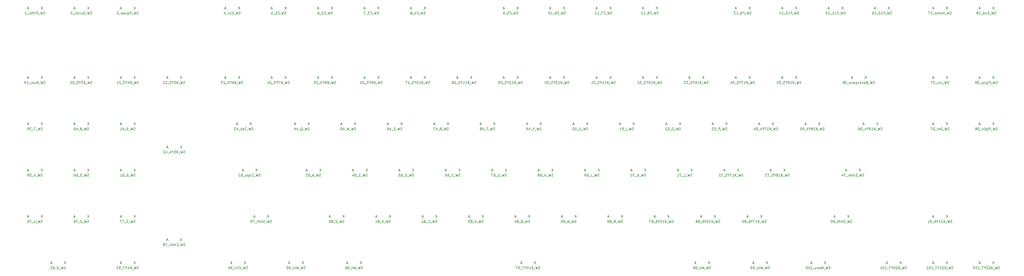
<source format=gbo>
G04 #@! TF.FileFunction,Legend,Bot*
%FSLAX46Y46*%
G04 Gerber Fmt 4.6, Leading zero omitted, Abs format (unit mm)*
G04 Created by KiCad (PCBNEW 4.0.2-stable) date Saturday, May 28, 2016 'PMt' 12:45:38 PM*
%MOMM*%
G01*
G04 APERTURE LIST*
%ADD10C,0.150000*%
%ADD11C,0.200000*%
G04 APERTURE END LIST*
D10*
D11*
X434005953Y-130754762D02*
X433863096Y-130802381D01*
X433625000Y-130802381D01*
X433529762Y-130754762D01*
X433482143Y-130707143D01*
X433434524Y-130611905D01*
X433434524Y-130516667D01*
X433482143Y-130421429D01*
X433529762Y-130373810D01*
X433625000Y-130326190D01*
X433815477Y-130278571D01*
X433910715Y-130230952D01*
X433958334Y-130183333D01*
X434005953Y-130088095D01*
X434005953Y-129992857D01*
X433958334Y-129897619D01*
X433910715Y-129850000D01*
X433815477Y-129802381D01*
X433577381Y-129802381D01*
X433434524Y-129850000D01*
X433101191Y-129802381D02*
X432863096Y-130802381D01*
X432672619Y-130088095D01*
X432482143Y-130802381D01*
X432244048Y-129802381D01*
X432101191Y-130897619D02*
X431339286Y-130897619D01*
X431196429Y-129802381D02*
X430529762Y-130802381D01*
X430529762Y-129802381D02*
X431196429Y-130802381D01*
X430196429Y-129897619D02*
X430148810Y-129850000D01*
X430053572Y-129802381D01*
X429815476Y-129802381D01*
X429720238Y-129850000D01*
X429672619Y-129897619D01*
X429625000Y-129992857D01*
X429625000Y-130088095D01*
X429672619Y-130230952D01*
X430244048Y-130802381D01*
X429625000Y-130802381D01*
X429244048Y-129897619D02*
X429196429Y-129850000D01*
X429101191Y-129802381D01*
X428863095Y-129802381D01*
X428767857Y-129850000D01*
X428720238Y-129897619D01*
X428672619Y-129992857D01*
X428672619Y-130088095D01*
X428720238Y-130230952D01*
X429291667Y-130802381D01*
X428672619Y-130802381D01*
X428053572Y-130326190D02*
X428053572Y-130802381D01*
X428386905Y-129802381D02*
X428053572Y-130326190D01*
X427720238Y-129802381D01*
X427482143Y-129802381D02*
X426815476Y-129802381D01*
X427244048Y-130802381D01*
X426672619Y-130897619D02*
X425910714Y-130897619D01*
X425148809Y-130802381D02*
X425720238Y-130802381D01*
X425434524Y-130802381D02*
X425434524Y-129802381D01*
X425529762Y-129945238D01*
X425625000Y-130040476D01*
X425720238Y-130088095D01*
X424529762Y-129802381D02*
X424434523Y-129802381D01*
X424339285Y-129850000D01*
X424291666Y-129897619D01*
X424244047Y-129992857D01*
X424196428Y-130183333D01*
X424196428Y-130421429D01*
X424244047Y-130611905D01*
X424291666Y-130707143D01*
X424339285Y-130754762D01*
X424434523Y-130802381D01*
X424529762Y-130802381D01*
X424625000Y-130754762D01*
X424672619Y-130707143D01*
X424720238Y-130611905D01*
X424767857Y-130421429D01*
X424767857Y-130183333D01*
X424720238Y-129992857D01*
X424672619Y-129897619D01*
X424625000Y-129850000D01*
X424529762Y-129802381D01*
X423863095Y-129802381D02*
X423244047Y-129802381D01*
X423577381Y-130183333D01*
X423434523Y-130183333D01*
X423339285Y-130230952D01*
X423291666Y-130278571D01*
X423244047Y-130373810D01*
X423244047Y-130611905D01*
X423291666Y-130707143D01*
X423339285Y-130754762D01*
X423434523Y-130802381D01*
X423720238Y-130802381D01*
X423815476Y-130754762D01*
X423863095Y-130707143D01*
D10*
X426069095Y-128436667D02*
X425592904Y-128436667D01*
X426164333Y-128722381D02*
X425831000Y-127722381D01*
X425497666Y-128722381D01*
X431680905Y-128722381D02*
X431680905Y-127722381D01*
X431109476Y-128722381D02*
X431538048Y-128150952D01*
X431109476Y-127722381D02*
X431680905Y-128293810D01*
D11*
X414955953Y-130754762D02*
X414813096Y-130802381D01*
X414575000Y-130802381D01*
X414479762Y-130754762D01*
X414432143Y-130707143D01*
X414384524Y-130611905D01*
X414384524Y-130516667D01*
X414432143Y-130421429D01*
X414479762Y-130373810D01*
X414575000Y-130326190D01*
X414765477Y-130278571D01*
X414860715Y-130230952D01*
X414908334Y-130183333D01*
X414955953Y-130088095D01*
X414955953Y-129992857D01*
X414908334Y-129897619D01*
X414860715Y-129850000D01*
X414765477Y-129802381D01*
X414527381Y-129802381D01*
X414384524Y-129850000D01*
X414051191Y-129802381D02*
X413813096Y-130802381D01*
X413622619Y-130088095D01*
X413432143Y-130802381D01*
X413194048Y-129802381D01*
X413051191Y-130897619D02*
X412289286Y-130897619D01*
X412146429Y-129802381D02*
X411479762Y-130802381D01*
X411479762Y-129802381D02*
X412146429Y-130802381D01*
X411146429Y-129897619D02*
X411098810Y-129850000D01*
X411003572Y-129802381D01*
X410765476Y-129802381D01*
X410670238Y-129850000D01*
X410622619Y-129897619D01*
X410575000Y-129992857D01*
X410575000Y-130088095D01*
X410622619Y-130230952D01*
X411194048Y-130802381D01*
X410575000Y-130802381D01*
X409622619Y-130802381D02*
X410194048Y-130802381D01*
X409908334Y-130802381D02*
X409908334Y-129802381D01*
X410003572Y-129945238D01*
X410098810Y-130040476D01*
X410194048Y-130088095D01*
X409003572Y-130326190D02*
X409003572Y-130802381D01*
X409336905Y-129802381D02*
X409003572Y-130326190D01*
X408670238Y-129802381D01*
X408432143Y-129802381D02*
X407765476Y-129802381D01*
X408194048Y-130802381D01*
X407622619Y-130897619D02*
X406860714Y-130897619D01*
X406098809Y-130802381D02*
X406670238Y-130802381D01*
X406384524Y-130802381D02*
X406384524Y-129802381D01*
X406479762Y-129945238D01*
X406575000Y-130040476D01*
X406670238Y-130088095D01*
X405479762Y-129802381D02*
X405384523Y-129802381D01*
X405289285Y-129850000D01*
X405241666Y-129897619D01*
X405194047Y-129992857D01*
X405146428Y-130183333D01*
X405146428Y-130421429D01*
X405194047Y-130611905D01*
X405241666Y-130707143D01*
X405289285Y-130754762D01*
X405384523Y-130802381D01*
X405479762Y-130802381D01*
X405575000Y-130754762D01*
X405622619Y-130707143D01*
X405670238Y-130611905D01*
X405717857Y-130421429D01*
X405717857Y-130183333D01*
X405670238Y-129992857D01*
X405622619Y-129897619D01*
X405575000Y-129850000D01*
X405479762Y-129802381D01*
X404765476Y-129897619D02*
X404717857Y-129850000D01*
X404622619Y-129802381D01*
X404384523Y-129802381D01*
X404289285Y-129850000D01*
X404241666Y-129897619D01*
X404194047Y-129992857D01*
X404194047Y-130088095D01*
X404241666Y-130230952D01*
X404813095Y-130802381D01*
X404194047Y-130802381D01*
D10*
X407019095Y-128436667D02*
X406542904Y-128436667D01*
X407114333Y-128722381D02*
X406781000Y-127722381D01*
X406447666Y-128722381D01*
X412630905Y-128722381D02*
X412630905Y-127722381D01*
X412059476Y-128722381D02*
X412488048Y-128150952D01*
X412059476Y-127722381D02*
X412630905Y-128293810D01*
D11*
X395905953Y-130754762D02*
X395763096Y-130802381D01*
X395525000Y-130802381D01*
X395429762Y-130754762D01*
X395382143Y-130707143D01*
X395334524Y-130611905D01*
X395334524Y-130516667D01*
X395382143Y-130421429D01*
X395429762Y-130373810D01*
X395525000Y-130326190D01*
X395715477Y-130278571D01*
X395810715Y-130230952D01*
X395858334Y-130183333D01*
X395905953Y-130088095D01*
X395905953Y-129992857D01*
X395858334Y-129897619D01*
X395810715Y-129850000D01*
X395715477Y-129802381D01*
X395477381Y-129802381D01*
X395334524Y-129850000D01*
X395001191Y-129802381D02*
X394763096Y-130802381D01*
X394572619Y-130088095D01*
X394382143Y-130802381D01*
X394144048Y-129802381D01*
X394001191Y-130897619D02*
X393239286Y-130897619D01*
X393096429Y-129802381D02*
X392429762Y-130802381D01*
X392429762Y-129802381D02*
X393096429Y-130802381D01*
X392096429Y-129897619D02*
X392048810Y-129850000D01*
X391953572Y-129802381D01*
X391715476Y-129802381D01*
X391620238Y-129850000D01*
X391572619Y-129897619D01*
X391525000Y-129992857D01*
X391525000Y-130088095D01*
X391572619Y-130230952D01*
X392144048Y-130802381D01*
X391525000Y-130802381D01*
X390905953Y-129802381D02*
X390810714Y-129802381D01*
X390715476Y-129850000D01*
X390667857Y-129897619D01*
X390620238Y-129992857D01*
X390572619Y-130183333D01*
X390572619Y-130421429D01*
X390620238Y-130611905D01*
X390667857Y-130707143D01*
X390715476Y-130754762D01*
X390810714Y-130802381D01*
X390905953Y-130802381D01*
X391001191Y-130754762D01*
X391048810Y-130707143D01*
X391096429Y-130611905D01*
X391144048Y-130421429D01*
X391144048Y-130183333D01*
X391096429Y-129992857D01*
X391048810Y-129897619D01*
X391001191Y-129850000D01*
X390905953Y-129802381D01*
X389953572Y-130326190D02*
X389953572Y-130802381D01*
X390286905Y-129802381D02*
X389953572Y-130326190D01*
X389620238Y-129802381D01*
X389382143Y-129802381D02*
X388715476Y-129802381D01*
X389144048Y-130802381D01*
X388572619Y-130897619D02*
X387810714Y-130897619D01*
X387048809Y-130802381D02*
X387620238Y-130802381D01*
X387334524Y-130802381D02*
X387334524Y-129802381D01*
X387429762Y-129945238D01*
X387525000Y-130040476D01*
X387620238Y-130088095D01*
X386429762Y-129802381D02*
X386334523Y-129802381D01*
X386239285Y-129850000D01*
X386191666Y-129897619D01*
X386144047Y-129992857D01*
X386096428Y-130183333D01*
X386096428Y-130421429D01*
X386144047Y-130611905D01*
X386191666Y-130707143D01*
X386239285Y-130754762D01*
X386334523Y-130802381D01*
X386429762Y-130802381D01*
X386525000Y-130754762D01*
X386572619Y-130707143D01*
X386620238Y-130611905D01*
X386667857Y-130421429D01*
X386667857Y-130183333D01*
X386620238Y-129992857D01*
X386572619Y-129897619D01*
X386525000Y-129850000D01*
X386429762Y-129802381D01*
X385144047Y-130802381D02*
X385715476Y-130802381D01*
X385429762Y-130802381D02*
X385429762Y-129802381D01*
X385525000Y-129945238D01*
X385620238Y-130040476D01*
X385715476Y-130088095D01*
D10*
X387969095Y-128436667D02*
X387492904Y-128436667D01*
X388064333Y-128722381D02*
X387731000Y-127722381D01*
X387397666Y-128722381D01*
X393580905Y-128722381D02*
X393580905Y-127722381D01*
X393009476Y-128722381D02*
X393438048Y-128150952D01*
X393009476Y-127722381D02*
X393580905Y-128293810D01*
D11*
X364521131Y-130754762D02*
X364378274Y-130802381D01*
X364140178Y-130802381D01*
X364044940Y-130754762D01*
X363997321Y-130707143D01*
X363949702Y-130611905D01*
X363949702Y-130516667D01*
X363997321Y-130421429D01*
X364044940Y-130373810D01*
X364140178Y-130326190D01*
X364330655Y-130278571D01*
X364425893Y-130230952D01*
X364473512Y-130183333D01*
X364521131Y-130088095D01*
X364521131Y-129992857D01*
X364473512Y-129897619D01*
X364425893Y-129850000D01*
X364330655Y-129802381D01*
X364092559Y-129802381D01*
X363949702Y-129850000D01*
X363616369Y-129802381D02*
X363378274Y-130802381D01*
X363187797Y-130088095D01*
X362997321Y-130802381D01*
X362759226Y-129802381D01*
X362616369Y-130897619D02*
X361854464Y-130897619D01*
X361616369Y-130802381D02*
X361616369Y-129802381D01*
X361283035Y-130516667D01*
X360949702Y-129802381D01*
X360949702Y-130802381D01*
X360092559Y-130754762D02*
X360187797Y-130802381D01*
X360378274Y-130802381D01*
X360473512Y-130754762D01*
X360521131Y-130659524D01*
X360521131Y-130278571D01*
X360473512Y-130183333D01*
X360378274Y-130135714D01*
X360187797Y-130135714D01*
X360092559Y-130183333D01*
X360044940Y-130278571D01*
X360044940Y-130373810D01*
X360521131Y-130469048D01*
X359616369Y-130135714D02*
X359616369Y-130802381D01*
X359616369Y-130230952D02*
X359568750Y-130183333D01*
X359473512Y-130135714D01*
X359330654Y-130135714D01*
X359235416Y-130183333D01*
X359187797Y-130278571D01*
X359187797Y-130802381D01*
X358283035Y-130135714D02*
X358283035Y-130802381D01*
X358711607Y-130135714D02*
X358711607Y-130659524D01*
X358663988Y-130754762D01*
X358568750Y-130802381D01*
X358425892Y-130802381D01*
X358330654Y-130754762D01*
X358283035Y-130707143D01*
X358044940Y-130897619D02*
X357283035Y-130897619D01*
X356521130Y-130802381D02*
X357092559Y-130802381D01*
X356806845Y-130802381D02*
X356806845Y-129802381D01*
X356902083Y-129945238D01*
X356997321Y-130040476D01*
X357092559Y-130088095D01*
X355902083Y-129802381D02*
X355806844Y-129802381D01*
X355711606Y-129850000D01*
X355663987Y-129897619D01*
X355616368Y-129992857D01*
X355568749Y-130183333D01*
X355568749Y-130421429D01*
X355616368Y-130611905D01*
X355663987Y-130707143D01*
X355711606Y-130754762D01*
X355806844Y-130802381D01*
X355902083Y-130802381D01*
X355997321Y-130754762D01*
X356044940Y-130707143D01*
X356092559Y-130611905D01*
X356140178Y-130421429D01*
X356140178Y-130183333D01*
X356092559Y-129992857D01*
X356044940Y-129897619D01*
X355997321Y-129850000D01*
X355902083Y-129802381D01*
X354949702Y-129802381D02*
X354854463Y-129802381D01*
X354759225Y-129850000D01*
X354711606Y-129897619D01*
X354663987Y-129992857D01*
X354616368Y-130183333D01*
X354616368Y-130421429D01*
X354663987Y-130611905D01*
X354711606Y-130707143D01*
X354759225Y-130754762D01*
X354854463Y-130802381D01*
X354949702Y-130802381D01*
X355044940Y-130754762D01*
X355092559Y-130707143D01*
X355140178Y-130611905D01*
X355187797Y-130421429D01*
X355187797Y-130183333D01*
X355140178Y-129992857D01*
X355092559Y-129897619D01*
X355044940Y-129850000D01*
X354949702Y-129802381D01*
D10*
X357012845Y-128436667D02*
X356536654Y-128436667D01*
X357108083Y-128722381D02*
X356774750Y-127722381D01*
X356441416Y-128722381D01*
X362624655Y-128722381D02*
X362624655Y-127722381D01*
X362053226Y-128722381D02*
X362481798Y-128150952D01*
X362053226Y-127722381D02*
X362624655Y-128293810D01*
D11*
X339589583Y-130754762D02*
X339446726Y-130802381D01*
X339208630Y-130802381D01*
X339113392Y-130754762D01*
X339065773Y-130707143D01*
X339018154Y-130611905D01*
X339018154Y-130516667D01*
X339065773Y-130421429D01*
X339113392Y-130373810D01*
X339208630Y-130326190D01*
X339399107Y-130278571D01*
X339494345Y-130230952D01*
X339541964Y-130183333D01*
X339589583Y-130088095D01*
X339589583Y-129992857D01*
X339541964Y-129897619D01*
X339494345Y-129850000D01*
X339399107Y-129802381D01*
X339161011Y-129802381D01*
X339018154Y-129850000D01*
X338684821Y-129802381D02*
X338446726Y-130802381D01*
X338256249Y-130088095D01*
X338065773Y-130802381D01*
X337827678Y-129802381D01*
X337684821Y-130897619D02*
X336922916Y-130897619D01*
X336780059Y-129802381D02*
X336541964Y-130802381D01*
X336351487Y-130088095D01*
X336161011Y-130802381D01*
X335922916Y-129802381D01*
X335541964Y-130802381D02*
X335541964Y-130135714D01*
X335541964Y-129802381D02*
X335589583Y-129850000D01*
X335541964Y-129897619D01*
X335494345Y-129850000D01*
X335541964Y-129802381D01*
X335541964Y-129897619D01*
X335065774Y-130135714D02*
X335065774Y-130802381D01*
X335065774Y-130230952D02*
X335018155Y-130183333D01*
X334922917Y-130135714D01*
X334780059Y-130135714D01*
X334684821Y-130183333D01*
X334637202Y-130278571D01*
X334637202Y-130802381D01*
X334399107Y-130897619D02*
X333637202Y-130897619D01*
X333351488Y-130802381D02*
X333161012Y-130802381D01*
X333065773Y-130754762D01*
X333018154Y-130707143D01*
X332922916Y-130564286D01*
X332875297Y-130373810D01*
X332875297Y-129992857D01*
X332922916Y-129897619D01*
X332970535Y-129850000D01*
X333065773Y-129802381D01*
X333256250Y-129802381D01*
X333351488Y-129850000D01*
X333399107Y-129897619D01*
X333446726Y-129992857D01*
X333446726Y-130230952D01*
X333399107Y-130326190D01*
X333351488Y-130373810D01*
X333256250Y-130421429D01*
X333065773Y-130421429D01*
X332970535Y-130373810D01*
X332922916Y-130326190D01*
X332875297Y-130230952D01*
X332399107Y-130802381D02*
X332208631Y-130802381D01*
X332113392Y-130754762D01*
X332065773Y-130707143D01*
X331970535Y-130564286D01*
X331922916Y-130373810D01*
X331922916Y-129992857D01*
X331970535Y-129897619D01*
X332018154Y-129850000D01*
X332113392Y-129802381D01*
X332303869Y-129802381D01*
X332399107Y-129850000D01*
X332446726Y-129897619D01*
X332494345Y-129992857D01*
X332494345Y-130230952D01*
X332446726Y-130326190D01*
X332399107Y-130373810D01*
X332303869Y-130421429D01*
X332113392Y-130421429D01*
X332018154Y-130373810D01*
X331970535Y-130326190D01*
X331922916Y-130230952D01*
D10*
X333200345Y-128436667D02*
X332724154Y-128436667D01*
X333295583Y-128722381D02*
X332962250Y-127722381D01*
X332628916Y-128722381D01*
X338812155Y-128722381D02*
X338812155Y-127722381D01*
X338240726Y-128722381D02*
X338669298Y-128150952D01*
X338240726Y-127722381D02*
X338812155Y-128293810D01*
D11*
X315491370Y-130754762D02*
X315348513Y-130802381D01*
X315110417Y-130802381D01*
X315015179Y-130754762D01*
X314967560Y-130707143D01*
X314919941Y-130611905D01*
X314919941Y-130516667D01*
X314967560Y-130421429D01*
X315015179Y-130373810D01*
X315110417Y-130326190D01*
X315300894Y-130278571D01*
X315396132Y-130230952D01*
X315443751Y-130183333D01*
X315491370Y-130088095D01*
X315491370Y-129992857D01*
X315443751Y-129897619D01*
X315396132Y-129850000D01*
X315300894Y-129802381D01*
X315062798Y-129802381D01*
X314919941Y-129850000D01*
X314586608Y-129802381D02*
X314348513Y-130802381D01*
X314158036Y-130088095D01*
X313967560Y-130802381D01*
X313729465Y-129802381D01*
X313586608Y-130897619D02*
X312824703Y-130897619D01*
X312634227Y-130516667D02*
X312158036Y-130516667D01*
X312729465Y-130802381D02*
X312396132Y-129802381D01*
X312062798Y-130802381D01*
X311586608Y-130802381D02*
X311681846Y-130754762D01*
X311729465Y-130659524D01*
X311729465Y-129802381D01*
X311348512Y-130135714D02*
X310967560Y-130135714D01*
X311205655Y-129802381D02*
X311205655Y-130659524D01*
X311158036Y-130754762D01*
X311062798Y-130802381D01*
X310967560Y-130802381D01*
X310872321Y-130897619D02*
X310110416Y-130897619D01*
X309824702Y-130802381D02*
X309634226Y-130802381D01*
X309538987Y-130754762D01*
X309491368Y-130707143D01*
X309396130Y-130564286D01*
X309348511Y-130373810D01*
X309348511Y-129992857D01*
X309396130Y-129897619D01*
X309443749Y-129850000D01*
X309538987Y-129802381D01*
X309729464Y-129802381D01*
X309824702Y-129850000D01*
X309872321Y-129897619D01*
X309919940Y-129992857D01*
X309919940Y-130230952D01*
X309872321Y-130326190D01*
X309824702Y-130373810D01*
X309729464Y-130421429D01*
X309538987Y-130421429D01*
X309443749Y-130373810D01*
X309396130Y-130326190D01*
X309348511Y-130230952D01*
X308777083Y-130230952D02*
X308872321Y-130183333D01*
X308919940Y-130135714D01*
X308967559Y-130040476D01*
X308967559Y-129992857D01*
X308919940Y-129897619D01*
X308872321Y-129850000D01*
X308777083Y-129802381D01*
X308586606Y-129802381D01*
X308491368Y-129850000D01*
X308443749Y-129897619D01*
X308396130Y-129992857D01*
X308396130Y-130040476D01*
X308443749Y-130135714D01*
X308491368Y-130183333D01*
X308586606Y-130230952D01*
X308777083Y-130230952D01*
X308872321Y-130278571D01*
X308919940Y-130326190D01*
X308967559Y-130421429D01*
X308967559Y-130611905D01*
X308919940Y-130707143D01*
X308872321Y-130754762D01*
X308777083Y-130802381D01*
X308586606Y-130802381D01*
X308491368Y-130754762D01*
X308443749Y-130707143D01*
X308396130Y-130611905D01*
X308396130Y-130421429D01*
X308443749Y-130326190D01*
X308491368Y-130278571D01*
X308586606Y-130230952D01*
D10*
X309387845Y-128436667D02*
X308911654Y-128436667D01*
X309483083Y-128722381D02*
X309149750Y-127722381D01*
X308816416Y-128722381D01*
X314999655Y-128722381D02*
X314999655Y-127722381D01*
X314428226Y-128722381D02*
X314856798Y-128150952D01*
X314428226Y-127722381D02*
X314999655Y-128293810D01*
D11*
X245411012Y-130754762D02*
X245268155Y-130802381D01*
X245030059Y-130802381D01*
X244934821Y-130754762D01*
X244887202Y-130707143D01*
X244839583Y-130611905D01*
X244839583Y-130516667D01*
X244887202Y-130421429D01*
X244934821Y-130373810D01*
X245030059Y-130326190D01*
X245220536Y-130278571D01*
X245315774Y-130230952D01*
X245363393Y-130183333D01*
X245411012Y-130088095D01*
X245411012Y-129992857D01*
X245363393Y-129897619D01*
X245315774Y-129850000D01*
X245220536Y-129802381D01*
X244982440Y-129802381D01*
X244839583Y-129850000D01*
X244506250Y-129802381D02*
X244268155Y-130802381D01*
X244077678Y-130088095D01*
X243887202Y-130802381D01*
X243649107Y-129802381D01*
X243506250Y-130897619D02*
X242744345Y-130897619D01*
X242601488Y-129802381D02*
X241934821Y-130802381D01*
X241934821Y-129802381D02*
X242601488Y-130802381D01*
X241030059Y-130802381D02*
X241601488Y-130802381D01*
X241315774Y-130802381D02*
X241315774Y-129802381D01*
X241411012Y-129945238D01*
X241506250Y-130040476D01*
X241601488Y-130088095D01*
X240411012Y-129802381D02*
X240315773Y-129802381D01*
X240220535Y-129850000D01*
X240172916Y-129897619D01*
X240125297Y-129992857D01*
X240077678Y-130183333D01*
X240077678Y-130421429D01*
X240125297Y-130611905D01*
X240172916Y-130707143D01*
X240220535Y-130754762D01*
X240315773Y-130802381D01*
X240411012Y-130802381D01*
X240506250Y-130754762D01*
X240553869Y-130707143D01*
X240601488Y-130611905D01*
X240649107Y-130421429D01*
X240649107Y-130183333D01*
X240601488Y-129992857D01*
X240553869Y-129897619D01*
X240506250Y-129850000D01*
X240411012Y-129802381D01*
X239458631Y-130326190D02*
X239458631Y-130802381D01*
X239791964Y-129802381D02*
X239458631Y-130326190D01*
X239125297Y-129802381D01*
X238887202Y-129802381D02*
X238220535Y-129802381D01*
X238649107Y-130802381D01*
X238077678Y-130897619D02*
X237315773Y-130897619D01*
X237030059Y-130802381D02*
X236839583Y-130802381D01*
X236744344Y-130754762D01*
X236696725Y-130707143D01*
X236601487Y-130564286D01*
X236553868Y-130373810D01*
X236553868Y-129992857D01*
X236601487Y-129897619D01*
X236649106Y-129850000D01*
X236744344Y-129802381D01*
X236934821Y-129802381D01*
X237030059Y-129850000D01*
X237077678Y-129897619D01*
X237125297Y-129992857D01*
X237125297Y-130230952D01*
X237077678Y-130326190D01*
X237030059Y-130373810D01*
X236934821Y-130421429D01*
X236744344Y-130421429D01*
X236649106Y-130373810D01*
X236601487Y-130326190D01*
X236553868Y-130230952D01*
X236220535Y-129802381D02*
X235553868Y-129802381D01*
X235982440Y-130802381D01*
D10*
X237950345Y-128436667D02*
X237474154Y-128436667D01*
X238045583Y-128722381D02*
X237712250Y-127722381D01*
X237378916Y-128722381D01*
X243562155Y-128722381D02*
X243562155Y-127722381D01*
X242990726Y-128722381D02*
X243419298Y-128150952D01*
X242990726Y-127722381D02*
X243562155Y-128293810D01*
D11*
X172616370Y-130754762D02*
X172473513Y-130802381D01*
X172235417Y-130802381D01*
X172140179Y-130754762D01*
X172092560Y-130707143D01*
X172044941Y-130611905D01*
X172044941Y-130516667D01*
X172092560Y-130421429D01*
X172140179Y-130373810D01*
X172235417Y-130326190D01*
X172425894Y-130278571D01*
X172521132Y-130230952D01*
X172568751Y-130183333D01*
X172616370Y-130088095D01*
X172616370Y-129992857D01*
X172568751Y-129897619D01*
X172521132Y-129850000D01*
X172425894Y-129802381D01*
X172187798Y-129802381D01*
X172044941Y-129850000D01*
X171711608Y-129802381D02*
X171473513Y-130802381D01*
X171283036Y-130088095D01*
X171092560Y-130802381D01*
X170854465Y-129802381D01*
X170711608Y-130897619D02*
X169949703Y-130897619D01*
X169759227Y-130516667D02*
X169283036Y-130516667D01*
X169854465Y-130802381D02*
X169521132Y-129802381D01*
X169187798Y-130802381D01*
X168711608Y-130802381D02*
X168806846Y-130754762D01*
X168854465Y-130659524D01*
X168854465Y-129802381D01*
X168473512Y-130135714D02*
X168092560Y-130135714D01*
X168330655Y-129802381D02*
X168330655Y-130659524D01*
X168283036Y-130754762D01*
X168187798Y-130802381D01*
X168092560Y-130802381D01*
X167997321Y-130897619D02*
X167235416Y-130897619D01*
X166949702Y-130802381D02*
X166759226Y-130802381D01*
X166663987Y-130754762D01*
X166616368Y-130707143D01*
X166521130Y-130564286D01*
X166473511Y-130373810D01*
X166473511Y-129992857D01*
X166521130Y-129897619D01*
X166568749Y-129850000D01*
X166663987Y-129802381D01*
X166854464Y-129802381D01*
X166949702Y-129850000D01*
X166997321Y-129897619D01*
X167044940Y-129992857D01*
X167044940Y-130230952D01*
X166997321Y-130326190D01*
X166949702Y-130373810D01*
X166854464Y-130421429D01*
X166663987Y-130421429D01*
X166568749Y-130373810D01*
X166521130Y-130326190D01*
X166473511Y-130230952D01*
X165616368Y-129802381D02*
X165806845Y-129802381D01*
X165902083Y-129850000D01*
X165949702Y-129897619D01*
X166044940Y-130040476D01*
X166092559Y-130230952D01*
X166092559Y-130611905D01*
X166044940Y-130707143D01*
X165997321Y-130754762D01*
X165902083Y-130802381D01*
X165711606Y-130802381D01*
X165616368Y-130754762D01*
X165568749Y-130707143D01*
X165521130Y-130611905D01*
X165521130Y-130373810D01*
X165568749Y-130278571D01*
X165616368Y-130230952D01*
X165711606Y-130183333D01*
X165902083Y-130183333D01*
X165997321Y-130230952D01*
X166044940Y-130278571D01*
X166092559Y-130373810D01*
D10*
X166512845Y-128436667D02*
X166036654Y-128436667D01*
X166608083Y-128722381D02*
X166274750Y-127722381D01*
X165941416Y-128722381D01*
X172124655Y-128722381D02*
X172124655Y-127722381D01*
X171553226Y-128722381D02*
X171981798Y-128150952D01*
X171553226Y-127722381D02*
X172124655Y-128293810D01*
D11*
X149089583Y-130754762D02*
X148946726Y-130802381D01*
X148708630Y-130802381D01*
X148613392Y-130754762D01*
X148565773Y-130707143D01*
X148518154Y-130611905D01*
X148518154Y-130516667D01*
X148565773Y-130421429D01*
X148613392Y-130373810D01*
X148708630Y-130326190D01*
X148899107Y-130278571D01*
X148994345Y-130230952D01*
X149041964Y-130183333D01*
X149089583Y-130088095D01*
X149089583Y-129992857D01*
X149041964Y-129897619D01*
X148994345Y-129850000D01*
X148899107Y-129802381D01*
X148661011Y-129802381D01*
X148518154Y-129850000D01*
X148184821Y-129802381D02*
X147946726Y-130802381D01*
X147756249Y-130088095D01*
X147565773Y-130802381D01*
X147327678Y-129802381D01*
X147184821Y-130897619D02*
X146422916Y-130897619D01*
X146280059Y-129802381D02*
X146041964Y-130802381D01*
X145851487Y-130088095D01*
X145661011Y-130802381D01*
X145422916Y-129802381D01*
X145041964Y-130802381D02*
X145041964Y-130135714D01*
X145041964Y-129802381D02*
X145089583Y-129850000D01*
X145041964Y-129897619D01*
X144994345Y-129850000D01*
X145041964Y-129802381D01*
X145041964Y-129897619D01*
X144565774Y-130135714D02*
X144565774Y-130802381D01*
X144565774Y-130230952D02*
X144518155Y-130183333D01*
X144422917Y-130135714D01*
X144280059Y-130135714D01*
X144184821Y-130183333D01*
X144137202Y-130278571D01*
X144137202Y-130802381D01*
X143899107Y-130897619D02*
X143137202Y-130897619D01*
X142851488Y-130802381D02*
X142661012Y-130802381D01*
X142565773Y-130754762D01*
X142518154Y-130707143D01*
X142422916Y-130564286D01*
X142375297Y-130373810D01*
X142375297Y-129992857D01*
X142422916Y-129897619D01*
X142470535Y-129850000D01*
X142565773Y-129802381D01*
X142756250Y-129802381D01*
X142851488Y-129850000D01*
X142899107Y-129897619D01*
X142946726Y-129992857D01*
X142946726Y-130230952D01*
X142899107Y-130326190D01*
X142851488Y-130373810D01*
X142756250Y-130421429D01*
X142565773Y-130421429D01*
X142470535Y-130373810D01*
X142422916Y-130326190D01*
X142375297Y-130230952D01*
X141470535Y-129802381D02*
X141946726Y-129802381D01*
X141994345Y-130278571D01*
X141946726Y-130230952D01*
X141851488Y-130183333D01*
X141613392Y-130183333D01*
X141518154Y-130230952D01*
X141470535Y-130278571D01*
X141422916Y-130373810D01*
X141422916Y-130611905D01*
X141470535Y-130707143D01*
X141518154Y-130754762D01*
X141613392Y-130802381D01*
X141851488Y-130802381D01*
X141946726Y-130754762D01*
X141994345Y-130707143D01*
D10*
X142700345Y-128436667D02*
X142224154Y-128436667D01*
X142795583Y-128722381D02*
X142462250Y-127722381D01*
X142128916Y-128722381D01*
X148312155Y-128722381D02*
X148312155Y-127722381D01*
X147740726Y-128722381D02*
X148169298Y-128150952D01*
X147740726Y-127722381D02*
X148312155Y-128293810D01*
D11*
X125372322Y-130754762D02*
X125229465Y-130802381D01*
X124991369Y-130802381D01*
X124896131Y-130754762D01*
X124848512Y-130707143D01*
X124800893Y-130611905D01*
X124800893Y-130516667D01*
X124848512Y-130421429D01*
X124896131Y-130373810D01*
X124991369Y-130326190D01*
X125181846Y-130278571D01*
X125277084Y-130230952D01*
X125324703Y-130183333D01*
X125372322Y-130088095D01*
X125372322Y-129992857D01*
X125324703Y-129897619D01*
X125277084Y-129850000D01*
X125181846Y-129802381D01*
X124943750Y-129802381D01*
X124800893Y-129850000D01*
X124467560Y-129802381D02*
X124229465Y-130802381D01*
X124038988Y-130088095D01*
X123848512Y-130802381D01*
X123610417Y-129802381D01*
X123467560Y-130897619D02*
X122705655Y-130897619D01*
X121896131Y-130707143D02*
X121943750Y-130754762D01*
X122086607Y-130802381D01*
X122181845Y-130802381D01*
X122324703Y-130754762D01*
X122419941Y-130659524D01*
X122467560Y-130564286D01*
X122515179Y-130373810D01*
X122515179Y-130230952D01*
X122467560Y-130040476D01*
X122419941Y-129945238D01*
X122324703Y-129850000D01*
X122181845Y-129802381D01*
X122086607Y-129802381D01*
X121943750Y-129850000D01*
X121896131Y-129897619D01*
X121610417Y-130135714D02*
X121229465Y-130135714D01*
X121467560Y-129802381D02*
X121467560Y-130659524D01*
X121419941Y-130754762D01*
X121324703Y-130802381D01*
X121229465Y-130802381D01*
X120896131Y-130802381D02*
X120896131Y-130135714D01*
X120896131Y-130326190D02*
X120848512Y-130230952D01*
X120800893Y-130183333D01*
X120705655Y-130135714D01*
X120610416Y-130135714D01*
X120134226Y-130802381D02*
X120229464Y-130754762D01*
X120277083Y-130659524D01*
X120277083Y-129802381D01*
X119991368Y-130897619D02*
X119229463Y-130897619D01*
X118943749Y-130802381D02*
X118753273Y-130802381D01*
X118658034Y-130754762D01*
X118610415Y-130707143D01*
X118515177Y-130564286D01*
X118467558Y-130373810D01*
X118467558Y-129992857D01*
X118515177Y-129897619D01*
X118562796Y-129850000D01*
X118658034Y-129802381D01*
X118848511Y-129802381D01*
X118943749Y-129850000D01*
X118991368Y-129897619D01*
X119038987Y-129992857D01*
X119038987Y-130230952D01*
X118991368Y-130326190D01*
X118943749Y-130373810D01*
X118848511Y-130421429D01*
X118658034Y-130421429D01*
X118562796Y-130373810D01*
X118515177Y-130326190D01*
X118467558Y-130230952D01*
X117610415Y-130135714D02*
X117610415Y-130802381D01*
X117848511Y-129754762D02*
X118086606Y-130469048D01*
X117467558Y-130469048D01*
D10*
X118887845Y-128436667D02*
X118411654Y-128436667D01*
X118983083Y-128722381D02*
X118649750Y-127722381D01*
X118316416Y-128722381D01*
X124499655Y-128722381D02*
X124499655Y-127722381D01*
X123928226Y-128722381D02*
X124356798Y-128150952D01*
X123928226Y-127722381D02*
X124499655Y-128293810D01*
D11*
X80628572Y-130754762D02*
X80485715Y-130802381D01*
X80247619Y-130802381D01*
X80152381Y-130754762D01*
X80104762Y-130707143D01*
X80057143Y-130611905D01*
X80057143Y-130516667D01*
X80104762Y-130421429D01*
X80152381Y-130373810D01*
X80247619Y-130326190D01*
X80438096Y-130278571D01*
X80533334Y-130230952D01*
X80580953Y-130183333D01*
X80628572Y-130088095D01*
X80628572Y-129992857D01*
X80580953Y-129897619D01*
X80533334Y-129850000D01*
X80438096Y-129802381D01*
X80200000Y-129802381D01*
X80057143Y-129850000D01*
X79723810Y-129802381D02*
X79485715Y-130802381D01*
X79295238Y-130088095D01*
X79104762Y-130802381D01*
X78866667Y-129802381D01*
X78723810Y-130897619D02*
X77961905Y-130897619D01*
X77819048Y-129802381D02*
X77152381Y-130802381D01*
X77152381Y-129802381D02*
X77819048Y-130802381D01*
X76342857Y-130135714D02*
X76342857Y-130802381D01*
X76580953Y-129754762D02*
X76819048Y-130469048D01*
X76200000Y-130469048D01*
X75628572Y-130326190D02*
X75628572Y-130802381D01*
X75961905Y-129802381D02*
X75628572Y-130326190D01*
X75295238Y-129802381D01*
X75057143Y-129802381D02*
X74390476Y-129802381D01*
X74819048Y-130802381D01*
X74247619Y-130897619D02*
X73485714Y-130897619D01*
X73200000Y-130802381D02*
X73009524Y-130802381D01*
X72914285Y-130754762D01*
X72866666Y-130707143D01*
X72771428Y-130564286D01*
X72723809Y-130373810D01*
X72723809Y-129992857D01*
X72771428Y-129897619D01*
X72819047Y-129850000D01*
X72914285Y-129802381D01*
X73104762Y-129802381D01*
X73200000Y-129850000D01*
X73247619Y-129897619D01*
X73295238Y-129992857D01*
X73295238Y-130230952D01*
X73247619Y-130326190D01*
X73200000Y-130373810D01*
X73104762Y-130421429D01*
X72914285Y-130421429D01*
X72819047Y-130373810D01*
X72771428Y-130326190D01*
X72723809Y-130230952D01*
X72390476Y-129802381D02*
X71771428Y-129802381D01*
X72104762Y-130183333D01*
X71961904Y-130183333D01*
X71866666Y-130230952D01*
X71819047Y-130278571D01*
X71771428Y-130373810D01*
X71771428Y-130611905D01*
X71819047Y-130707143D01*
X71866666Y-130754762D01*
X71961904Y-130802381D01*
X72247619Y-130802381D01*
X72342857Y-130754762D01*
X72390476Y-130707143D01*
D10*
X73644095Y-128436667D02*
X73167904Y-128436667D01*
X73739333Y-128722381D02*
X73406000Y-127722381D01*
X73072666Y-128722381D01*
X79255905Y-128722381D02*
X79255905Y-127722381D01*
X78684476Y-128722381D02*
X79113048Y-128150952D01*
X78684476Y-127722381D02*
X79255905Y-128293810D01*
D11*
X50672619Y-130754762D02*
X50529762Y-130802381D01*
X50291666Y-130802381D01*
X50196428Y-130754762D01*
X50148809Y-130707143D01*
X50101190Y-130611905D01*
X50101190Y-130516667D01*
X50148809Y-130421429D01*
X50196428Y-130373810D01*
X50291666Y-130326190D01*
X50482143Y-130278571D01*
X50577381Y-130230952D01*
X50625000Y-130183333D01*
X50672619Y-130088095D01*
X50672619Y-129992857D01*
X50625000Y-129897619D01*
X50577381Y-129850000D01*
X50482143Y-129802381D01*
X50244047Y-129802381D01*
X50101190Y-129850000D01*
X49767857Y-129802381D02*
X49529762Y-130802381D01*
X49339285Y-130088095D01*
X49148809Y-130802381D01*
X48910714Y-129802381D01*
X48767857Y-130897619D02*
X48005952Y-130897619D01*
X47577381Y-129802381D02*
X47482142Y-129802381D01*
X47386904Y-129850000D01*
X47339285Y-129897619D01*
X47291666Y-129992857D01*
X47244047Y-130183333D01*
X47244047Y-130421429D01*
X47291666Y-130611905D01*
X47339285Y-130707143D01*
X47386904Y-130754762D01*
X47482142Y-130802381D01*
X47577381Y-130802381D01*
X47672619Y-130754762D01*
X47720238Y-130707143D01*
X47767857Y-130611905D01*
X47815476Y-130421429D01*
X47815476Y-130183333D01*
X47767857Y-129992857D01*
X47720238Y-129897619D01*
X47672619Y-129850000D01*
X47577381Y-129802381D01*
X47053571Y-130897619D02*
X46291666Y-130897619D01*
X46005952Y-130802381D02*
X45815476Y-130802381D01*
X45720237Y-130754762D01*
X45672618Y-130707143D01*
X45577380Y-130564286D01*
X45529761Y-130373810D01*
X45529761Y-129992857D01*
X45577380Y-129897619D01*
X45624999Y-129850000D01*
X45720237Y-129802381D01*
X45910714Y-129802381D01*
X46005952Y-129850000D01*
X46053571Y-129897619D01*
X46101190Y-129992857D01*
X46101190Y-130230952D01*
X46053571Y-130326190D01*
X46005952Y-130373810D01*
X45910714Y-130421429D01*
X45720237Y-130421429D01*
X45624999Y-130373810D01*
X45577380Y-130326190D01*
X45529761Y-130230952D01*
X45148809Y-129897619D02*
X45101190Y-129850000D01*
X45005952Y-129802381D01*
X44767856Y-129802381D01*
X44672618Y-129850000D01*
X44624999Y-129897619D01*
X44577380Y-129992857D01*
X44577380Y-130088095D01*
X44624999Y-130230952D01*
X45196428Y-130802381D01*
X44577380Y-130802381D01*
D10*
X45069095Y-128436667D02*
X44592904Y-128436667D01*
X45164333Y-128722381D02*
X44831000Y-127722381D01*
X44497666Y-128722381D01*
X50680905Y-128722381D02*
X50680905Y-127722381D01*
X50109476Y-128722381D02*
X50538048Y-128150952D01*
X50109476Y-127722381D02*
X50680905Y-128293810D01*
D11*
X414479762Y-111704762D02*
X414336905Y-111752381D01*
X414098809Y-111752381D01*
X414003571Y-111704762D01*
X413955952Y-111657143D01*
X413908333Y-111561905D01*
X413908333Y-111466667D01*
X413955952Y-111371429D01*
X414003571Y-111323810D01*
X414098809Y-111276190D01*
X414289286Y-111228571D01*
X414384524Y-111180952D01*
X414432143Y-111133333D01*
X414479762Y-111038095D01*
X414479762Y-110942857D01*
X414432143Y-110847619D01*
X414384524Y-110800000D01*
X414289286Y-110752381D01*
X414051190Y-110752381D01*
X413908333Y-110800000D01*
X413575000Y-110752381D02*
X413336905Y-111752381D01*
X413146428Y-111038095D01*
X412955952Y-111752381D01*
X412717857Y-110752381D01*
X412575000Y-111847619D02*
X411813095Y-111847619D01*
X411670238Y-110752381D02*
X411003571Y-111752381D01*
X411003571Y-110752381D02*
X411670238Y-111752381D01*
X410670238Y-110847619D02*
X410622619Y-110800000D01*
X410527381Y-110752381D01*
X410289285Y-110752381D01*
X410194047Y-110800000D01*
X410146428Y-110847619D01*
X410098809Y-110942857D01*
X410098809Y-111038095D01*
X410146428Y-111180952D01*
X410717857Y-111752381D01*
X410098809Y-111752381D01*
X409146428Y-111752381D02*
X409717857Y-111752381D01*
X409432143Y-111752381D02*
X409432143Y-110752381D01*
X409527381Y-110895238D01*
X409622619Y-110990476D01*
X409717857Y-111038095D01*
X408527381Y-111276190D02*
X408527381Y-111752381D01*
X408860714Y-110752381D02*
X408527381Y-111276190D01*
X408194047Y-110752381D01*
X407432142Y-110752381D02*
X407622619Y-110752381D01*
X407717857Y-110800000D01*
X407765476Y-110847619D01*
X407860714Y-110990476D01*
X407908333Y-111180952D01*
X407908333Y-111561905D01*
X407860714Y-111657143D01*
X407813095Y-111704762D01*
X407717857Y-111752381D01*
X407527380Y-111752381D01*
X407432142Y-111704762D01*
X407384523Y-111657143D01*
X407336904Y-111561905D01*
X407336904Y-111323810D01*
X407384523Y-111228571D01*
X407432142Y-111180952D01*
X407527380Y-111133333D01*
X407717857Y-111133333D01*
X407813095Y-111180952D01*
X407860714Y-111228571D01*
X407908333Y-111323810D01*
X407146428Y-111847619D02*
X406384523Y-111847619D01*
X406098809Y-111752381D02*
X405908333Y-111752381D01*
X405813094Y-111704762D01*
X405765475Y-111657143D01*
X405670237Y-111514286D01*
X405622618Y-111323810D01*
X405622618Y-110942857D01*
X405670237Y-110847619D01*
X405717856Y-110800000D01*
X405813094Y-110752381D01*
X406003571Y-110752381D01*
X406098809Y-110800000D01*
X406146428Y-110847619D01*
X406194047Y-110942857D01*
X406194047Y-111180952D01*
X406146428Y-111276190D01*
X406098809Y-111323810D01*
X406003571Y-111371429D01*
X405813094Y-111371429D01*
X405717856Y-111323810D01*
X405670237Y-111276190D01*
X405622618Y-111180952D01*
X404670237Y-111752381D02*
X405241666Y-111752381D01*
X404955952Y-111752381D02*
X404955952Y-110752381D01*
X405051190Y-110895238D01*
X405146428Y-110990476D01*
X405241666Y-111038095D01*
D10*
X407019095Y-109386667D02*
X406542904Y-109386667D01*
X407114333Y-109672381D02*
X406781000Y-108672381D01*
X406447666Y-109672381D01*
X412630905Y-109672381D02*
X412630905Y-108672381D01*
X412059476Y-109672381D02*
X412488048Y-109100952D01*
X412059476Y-108672381D02*
X412630905Y-109243810D01*
D11*
X373403274Y-111704762D02*
X373260417Y-111752381D01*
X373022321Y-111752381D01*
X372927083Y-111704762D01*
X372879464Y-111657143D01*
X372831845Y-111561905D01*
X372831845Y-111466667D01*
X372879464Y-111371429D01*
X372927083Y-111323810D01*
X373022321Y-111276190D01*
X373212798Y-111228571D01*
X373308036Y-111180952D01*
X373355655Y-111133333D01*
X373403274Y-111038095D01*
X373403274Y-110942857D01*
X373355655Y-110847619D01*
X373308036Y-110800000D01*
X373212798Y-110752381D01*
X372974702Y-110752381D01*
X372831845Y-110800000D01*
X372498512Y-110752381D02*
X372260417Y-111752381D01*
X372069940Y-111038095D01*
X371879464Y-111752381D01*
X371641369Y-110752381D01*
X371498512Y-111847619D02*
X370736607Y-111847619D01*
X370546131Y-111704762D02*
X370403274Y-111752381D01*
X370165178Y-111752381D01*
X370069940Y-111704762D01*
X370022321Y-111657143D01*
X369974702Y-111561905D01*
X369974702Y-111466667D01*
X370022321Y-111371429D01*
X370069940Y-111323810D01*
X370165178Y-111276190D01*
X370355655Y-111228571D01*
X370450893Y-111180952D01*
X370498512Y-111133333D01*
X370546131Y-111038095D01*
X370546131Y-110942857D01*
X370498512Y-110847619D01*
X370450893Y-110800000D01*
X370355655Y-110752381D01*
X370117559Y-110752381D01*
X369974702Y-110800000D01*
X369546131Y-111752381D02*
X369546131Y-110752381D01*
X369117559Y-111752381D02*
X369117559Y-111228571D01*
X369165178Y-111133333D01*
X369260416Y-111085714D01*
X369403274Y-111085714D01*
X369498512Y-111133333D01*
X369546131Y-111180952D01*
X368641369Y-111752381D02*
X368641369Y-111085714D01*
X368641369Y-110752381D02*
X368688988Y-110800000D01*
X368641369Y-110847619D01*
X368593750Y-110800000D01*
X368641369Y-110752381D01*
X368641369Y-110847619D01*
X368308036Y-111085714D02*
X367927084Y-111085714D01*
X368165179Y-111752381D02*
X368165179Y-110895238D01*
X368117560Y-110800000D01*
X368022322Y-110752381D01*
X367927084Y-110752381D01*
X367736607Y-111085714D02*
X367355655Y-111085714D01*
X367593750Y-110752381D02*
X367593750Y-111609524D01*
X367546131Y-111704762D01*
X367450893Y-111752381D01*
X367355655Y-111752381D01*
X367260416Y-111847619D02*
X366498511Y-111847619D01*
X366212797Y-111752381D02*
X366022321Y-111752381D01*
X365927082Y-111704762D01*
X365879463Y-111657143D01*
X365784225Y-111514286D01*
X365736606Y-111323810D01*
X365736606Y-110942857D01*
X365784225Y-110847619D01*
X365831844Y-110800000D01*
X365927082Y-110752381D01*
X366117559Y-110752381D01*
X366212797Y-110800000D01*
X366260416Y-110847619D01*
X366308035Y-110942857D01*
X366308035Y-111180952D01*
X366260416Y-111276190D01*
X366212797Y-111323810D01*
X366117559Y-111371429D01*
X365927082Y-111371429D01*
X365831844Y-111323810D01*
X365784225Y-111276190D01*
X365736606Y-111180952D01*
X365117559Y-110752381D02*
X365022320Y-110752381D01*
X364927082Y-110800000D01*
X364879463Y-110847619D01*
X364831844Y-110942857D01*
X364784225Y-111133333D01*
X364784225Y-111371429D01*
X364831844Y-111561905D01*
X364879463Y-111657143D01*
X364927082Y-111704762D01*
X365022320Y-111752381D01*
X365117559Y-111752381D01*
X365212797Y-111704762D01*
X365260416Y-111657143D01*
X365308035Y-111561905D01*
X365355654Y-111371429D01*
X365355654Y-111133333D01*
X365308035Y-110942857D01*
X365260416Y-110847619D01*
X365212797Y-110800000D01*
X365117559Y-110752381D01*
D10*
X366537845Y-109386667D02*
X366061654Y-109386667D01*
X366633083Y-109672381D02*
X366299750Y-108672381D01*
X365966416Y-109672381D01*
X372149655Y-109672381D02*
X372149655Y-108672381D01*
X371578226Y-109672381D02*
X372006798Y-109100952D01*
X371578226Y-108672381D02*
X372149655Y-109243810D01*
D11*
X338279762Y-111704762D02*
X338136905Y-111752381D01*
X337898809Y-111752381D01*
X337803571Y-111704762D01*
X337755952Y-111657143D01*
X337708333Y-111561905D01*
X337708333Y-111466667D01*
X337755952Y-111371429D01*
X337803571Y-111323810D01*
X337898809Y-111276190D01*
X338089286Y-111228571D01*
X338184524Y-111180952D01*
X338232143Y-111133333D01*
X338279762Y-111038095D01*
X338279762Y-110942857D01*
X338232143Y-110847619D01*
X338184524Y-110800000D01*
X338089286Y-110752381D01*
X337851190Y-110752381D01*
X337708333Y-110800000D01*
X337375000Y-110752381D02*
X337136905Y-111752381D01*
X336946428Y-111038095D01*
X336755952Y-111752381D01*
X336517857Y-110752381D01*
X336375000Y-111847619D02*
X335613095Y-111847619D01*
X335470238Y-110752381D02*
X334803571Y-111752381D01*
X334803571Y-110752381D02*
X335470238Y-111752381D01*
X333898809Y-111752381D02*
X334470238Y-111752381D01*
X334184524Y-111752381D02*
X334184524Y-110752381D01*
X334279762Y-110895238D01*
X334375000Y-110990476D01*
X334470238Y-111038095D01*
X333565476Y-110752381D02*
X332898809Y-110752381D01*
X333327381Y-111752381D01*
X332327381Y-111276190D02*
X332327381Y-111752381D01*
X332660714Y-110752381D02*
X332327381Y-111276190D01*
X331994047Y-110752381D01*
X331232142Y-110752381D02*
X331422619Y-110752381D01*
X331517857Y-110800000D01*
X331565476Y-110847619D01*
X331660714Y-110990476D01*
X331708333Y-111180952D01*
X331708333Y-111561905D01*
X331660714Y-111657143D01*
X331613095Y-111704762D01*
X331517857Y-111752381D01*
X331327380Y-111752381D01*
X331232142Y-111704762D01*
X331184523Y-111657143D01*
X331136904Y-111561905D01*
X331136904Y-111323810D01*
X331184523Y-111228571D01*
X331232142Y-111180952D01*
X331327380Y-111133333D01*
X331517857Y-111133333D01*
X331613095Y-111180952D01*
X331660714Y-111228571D01*
X331708333Y-111323810D01*
X330946428Y-111847619D02*
X330184523Y-111847619D01*
X329803571Y-111180952D02*
X329898809Y-111133333D01*
X329946428Y-111085714D01*
X329994047Y-110990476D01*
X329994047Y-110942857D01*
X329946428Y-110847619D01*
X329898809Y-110800000D01*
X329803571Y-110752381D01*
X329613094Y-110752381D01*
X329517856Y-110800000D01*
X329470237Y-110847619D01*
X329422618Y-110942857D01*
X329422618Y-110990476D01*
X329470237Y-111085714D01*
X329517856Y-111133333D01*
X329613094Y-111180952D01*
X329803571Y-111180952D01*
X329898809Y-111228571D01*
X329946428Y-111276190D01*
X329994047Y-111371429D01*
X329994047Y-111561905D01*
X329946428Y-111657143D01*
X329898809Y-111704762D01*
X329803571Y-111752381D01*
X329613094Y-111752381D01*
X329517856Y-111704762D01*
X329470237Y-111657143D01*
X329422618Y-111561905D01*
X329422618Y-111371429D01*
X329470237Y-111276190D01*
X329517856Y-111228571D01*
X329613094Y-111180952D01*
X328946428Y-111752381D02*
X328755952Y-111752381D01*
X328660713Y-111704762D01*
X328613094Y-111657143D01*
X328517856Y-111514286D01*
X328470237Y-111323810D01*
X328470237Y-110942857D01*
X328517856Y-110847619D01*
X328565475Y-110800000D01*
X328660713Y-110752381D01*
X328851190Y-110752381D01*
X328946428Y-110800000D01*
X328994047Y-110847619D01*
X329041666Y-110942857D01*
X329041666Y-111180952D01*
X328994047Y-111276190D01*
X328946428Y-111323810D01*
X328851190Y-111371429D01*
X328660713Y-111371429D01*
X328565475Y-111323810D01*
X328517856Y-111276190D01*
X328470237Y-111180952D01*
D10*
X330819095Y-109386667D02*
X330342904Y-109386667D01*
X330914333Y-109672381D02*
X330581000Y-108672381D01*
X330247666Y-109672381D01*
X336430905Y-109672381D02*
X336430905Y-108672381D01*
X335859476Y-109672381D02*
X336288048Y-109100952D01*
X335859476Y-108672381D02*
X336430905Y-109243810D01*
D11*
X319229762Y-111704762D02*
X319086905Y-111752381D01*
X318848809Y-111752381D01*
X318753571Y-111704762D01*
X318705952Y-111657143D01*
X318658333Y-111561905D01*
X318658333Y-111466667D01*
X318705952Y-111371429D01*
X318753571Y-111323810D01*
X318848809Y-111276190D01*
X319039286Y-111228571D01*
X319134524Y-111180952D01*
X319182143Y-111133333D01*
X319229762Y-111038095D01*
X319229762Y-110942857D01*
X319182143Y-110847619D01*
X319134524Y-110800000D01*
X319039286Y-110752381D01*
X318801190Y-110752381D01*
X318658333Y-110800000D01*
X318325000Y-110752381D02*
X318086905Y-111752381D01*
X317896428Y-111038095D01*
X317705952Y-111752381D01*
X317467857Y-110752381D01*
X317325000Y-111847619D02*
X316563095Y-111847619D01*
X316420238Y-110752381D02*
X315753571Y-111752381D01*
X315753571Y-110752381D02*
X316420238Y-111752381D01*
X314848809Y-111752381D02*
X315420238Y-111752381D01*
X315134524Y-111752381D02*
X315134524Y-110752381D01*
X315229762Y-110895238D01*
X315325000Y-110990476D01*
X315420238Y-111038095D01*
X313991666Y-110752381D02*
X314182143Y-110752381D01*
X314277381Y-110800000D01*
X314325000Y-110847619D01*
X314420238Y-110990476D01*
X314467857Y-111180952D01*
X314467857Y-111561905D01*
X314420238Y-111657143D01*
X314372619Y-111704762D01*
X314277381Y-111752381D01*
X314086904Y-111752381D01*
X313991666Y-111704762D01*
X313944047Y-111657143D01*
X313896428Y-111561905D01*
X313896428Y-111323810D01*
X313944047Y-111228571D01*
X313991666Y-111180952D01*
X314086904Y-111133333D01*
X314277381Y-111133333D01*
X314372619Y-111180952D01*
X314420238Y-111228571D01*
X314467857Y-111323810D01*
X313277381Y-111276190D02*
X313277381Y-111752381D01*
X313610714Y-110752381D02*
X313277381Y-111276190D01*
X312944047Y-110752381D01*
X312182142Y-110752381D02*
X312372619Y-110752381D01*
X312467857Y-110800000D01*
X312515476Y-110847619D01*
X312610714Y-110990476D01*
X312658333Y-111180952D01*
X312658333Y-111561905D01*
X312610714Y-111657143D01*
X312563095Y-111704762D01*
X312467857Y-111752381D01*
X312277380Y-111752381D01*
X312182142Y-111704762D01*
X312134523Y-111657143D01*
X312086904Y-111561905D01*
X312086904Y-111323810D01*
X312134523Y-111228571D01*
X312182142Y-111180952D01*
X312277380Y-111133333D01*
X312467857Y-111133333D01*
X312563095Y-111180952D01*
X312610714Y-111228571D01*
X312658333Y-111323810D01*
X311896428Y-111847619D02*
X311134523Y-111847619D01*
X310753571Y-111180952D02*
X310848809Y-111133333D01*
X310896428Y-111085714D01*
X310944047Y-110990476D01*
X310944047Y-110942857D01*
X310896428Y-110847619D01*
X310848809Y-110800000D01*
X310753571Y-110752381D01*
X310563094Y-110752381D01*
X310467856Y-110800000D01*
X310420237Y-110847619D01*
X310372618Y-110942857D01*
X310372618Y-110990476D01*
X310420237Y-111085714D01*
X310467856Y-111133333D01*
X310563094Y-111180952D01*
X310753571Y-111180952D01*
X310848809Y-111228571D01*
X310896428Y-111276190D01*
X310944047Y-111371429D01*
X310944047Y-111561905D01*
X310896428Y-111657143D01*
X310848809Y-111704762D01*
X310753571Y-111752381D01*
X310563094Y-111752381D01*
X310467856Y-111704762D01*
X310420237Y-111657143D01*
X310372618Y-111561905D01*
X310372618Y-111371429D01*
X310420237Y-111276190D01*
X310467856Y-111228571D01*
X310563094Y-111180952D01*
X309801190Y-111180952D02*
X309896428Y-111133333D01*
X309944047Y-111085714D01*
X309991666Y-110990476D01*
X309991666Y-110942857D01*
X309944047Y-110847619D01*
X309896428Y-110800000D01*
X309801190Y-110752381D01*
X309610713Y-110752381D01*
X309515475Y-110800000D01*
X309467856Y-110847619D01*
X309420237Y-110942857D01*
X309420237Y-110990476D01*
X309467856Y-111085714D01*
X309515475Y-111133333D01*
X309610713Y-111180952D01*
X309801190Y-111180952D01*
X309896428Y-111228571D01*
X309944047Y-111276190D01*
X309991666Y-111371429D01*
X309991666Y-111561905D01*
X309944047Y-111657143D01*
X309896428Y-111704762D01*
X309801190Y-111752381D01*
X309610713Y-111752381D01*
X309515475Y-111704762D01*
X309467856Y-111657143D01*
X309420237Y-111561905D01*
X309420237Y-111371429D01*
X309467856Y-111276190D01*
X309515475Y-111228571D01*
X309610713Y-111180952D01*
D10*
X311769095Y-109386667D02*
X311292904Y-109386667D01*
X311864333Y-109672381D02*
X311531000Y-108672381D01*
X311197666Y-109672381D01*
X317380905Y-109672381D02*
X317380905Y-108672381D01*
X316809476Y-109672381D02*
X317238048Y-109100952D01*
X316809476Y-108672381D02*
X317380905Y-109243810D01*
D11*
X300179762Y-111704762D02*
X300036905Y-111752381D01*
X299798809Y-111752381D01*
X299703571Y-111704762D01*
X299655952Y-111657143D01*
X299608333Y-111561905D01*
X299608333Y-111466667D01*
X299655952Y-111371429D01*
X299703571Y-111323810D01*
X299798809Y-111276190D01*
X299989286Y-111228571D01*
X300084524Y-111180952D01*
X300132143Y-111133333D01*
X300179762Y-111038095D01*
X300179762Y-110942857D01*
X300132143Y-110847619D01*
X300084524Y-110800000D01*
X299989286Y-110752381D01*
X299751190Y-110752381D01*
X299608333Y-110800000D01*
X299275000Y-110752381D02*
X299036905Y-111752381D01*
X298846428Y-111038095D01*
X298655952Y-111752381D01*
X298417857Y-110752381D01*
X298275000Y-111847619D02*
X297513095Y-111847619D01*
X297370238Y-110752381D02*
X296703571Y-111752381D01*
X296703571Y-110752381D02*
X297370238Y-111752381D01*
X295798809Y-111752381D02*
X296370238Y-111752381D01*
X296084524Y-111752381D02*
X296084524Y-110752381D01*
X296179762Y-110895238D01*
X296275000Y-110990476D01*
X296370238Y-111038095D01*
X294894047Y-110752381D02*
X295370238Y-110752381D01*
X295417857Y-111228571D01*
X295370238Y-111180952D01*
X295275000Y-111133333D01*
X295036904Y-111133333D01*
X294941666Y-111180952D01*
X294894047Y-111228571D01*
X294846428Y-111323810D01*
X294846428Y-111561905D01*
X294894047Y-111657143D01*
X294941666Y-111704762D01*
X295036904Y-111752381D01*
X295275000Y-111752381D01*
X295370238Y-111704762D01*
X295417857Y-111657143D01*
X294227381Y-111276190D02*
X294227381Y-111752381D01*
X294560714Y-110752381D02*
X294227381Y-111276190D01*
X293894047Y-110752381D01*
X293132142Y-110752381D02*
X293322619Y-110752381D01*
X293417857Y-110800000D01*
X293465476Y-110847619D01*
X293560714Y-110990476D01*
X293608333Y-111180952D01*
X293608333Y-111561905D01*
X293560714Y-111657143D01*
X293513095Y-111704762D01*
X293417857Y-111752381D01*
X293227380Y-111752381D01*
X293132142Y-111704762D01*
X293084523Y-111657143D01*
X293036904Y-111561905D01*
X293036904Y-111323810D01*
X293084523Y-111228571D01*
X293132142Y-111180952D01*
X293227380Y-111133333D01*
X293417857Y-111133333D01*
X293513095Y-111180952D01*
X293560714Y-111228571D01*
X293608333Y-111323810D01*
X292846428Y-111847619D02*
X292084523Y-111847619D01*
X291703571Y-111180952D02*
X291798809Y-111133333D01*
X291846428Y-111085714D01*
X291894047Y-110990476D01*
X291894047Y-110942857D01*
X291846428Y-110847619D01*
X291798809Y-110800000D01*
X291703571Y-110752381D01*
X291513094Y-110752381D01*
X291417856Y-110800000D01*
X291370237Y-110847619D01*
X291322618Y-110942857D01*
X291322618Y-110990476D01*
X291370237Y-111085714D01*
X291417856Y-111133333D01*
X291513094Y-111180952D01*
X291703571Y-111180952D01*
X291798809Y-111228571D01*
X291846428Y-111276190D01*
X291894047Y-111371429D01*
X291894047Y-111561905D01*
X291846428Y-111657143D01*
X291798809Y-111704762D01*
X291703571Y-111752381D01*
X291513094Y-111752381D01*
X291417856Y-111704762D01*
X291370237Y-111657143D01*
X291322618Y-111561905D01*
X291322618Y-111371429D01*
X291370237Y-111276190D01*
X291417856Y-111228571D01*
X291513094Y-111180952D01*
X290989285Y-110752381D02*
X290322618Y-110752381D01*
X290751190Y-111752381D01*
D10*
X292719095Y-109386667D02*
X292242904Y-109386667D01*
X292814333Y-109672381D02*
X292481000Y-108672381D01*
X292147666Y-109672381D01*
X298330905Y-109672381D02*
X298330905Y-108672381D01*
X297759476Y-109672381D02*
X298188048Y-109100952D01*
X297759476Y-108672381D02*
X298330905Y-109243810D01*
D11*
X279367857Y-111704762D02*
X279225000Y-111752381D01*
X278986904Y-111752381D01*
X278891666Y-111704762D01*
X278844047Y-111657143D01*
X278796428Y-111561905D01*
X278796428Y-111466667D01*
X278844047Y-111371429D01*
X278891666Y-111323810D01*
X278986904Y-111276190D01*
X279177381Y-111228571D01*
X279272619Y-111180952D01*
X279320238Y-111133333D01*
X279367857Y-111038095D01*
X279367857Y-110942857D01*
X279320238Y-110847619D01*
X279272619Y-110800000D01*
X279177381Y-110752381D01*
X278939285Y-110752381D01*
X278796428Y-110800000D01*
X278463095Y-110752381D02*
X278225000Y-111752381D01*
X278034523Y-111038095D01*
X277844047Y-111752381D01*
X277605952Y-110752381D01*
X277463095Y-111847619D02*
X276701190Y-111847619D01*
X276463095Y-111752381D02*
X276463095Y-110752381D01*
X276129761Y-111466667D01*
X275796428Y-110752381D01*
X275796428Y-111752381D01*
X275558333Y-111847619D02*
X274796428Y-111847619D01*
X274415476Y-111180952D02*
X274510714Y-111133333D01*
X274558333Y-111085714D01*
X274605952Y-110990476D01*
X274605952Y-110942857D01*
X274558333Y-110847619D01*
X274510714Y-110800000D01*
X274415476Y-110752381D01*
X274224999Y-110752381D01*
X274129761Y-110800000D01*
X274082142Y-110847619D01*
X274034523Y-110942857D01*
X274034523Y-110990476D01*
X274082142Y-111085714D01*
X274129761Y-111133333D01*
X274224999Y-111180952D01*
X274415476Y-111180952D01*
X274510714Y-111228571D01*
X274558333Y-111276190D01*
X274605952Y-111371429D01*
X274605952Y-111561905D01*
X274558333Y-111657143D01*
X274510714Y-111704762D01*
X274415476Y-111752381D01*
X274224999Y-111752381D01*
X274129761Y-111704762D01*
X274082142Y-111657143D01*
X274034523Y-111561905D01*
X274034523Y-111371429D01*
X274082142Y-111276190D01*
X274129761Y-111228571D01*
X274224999Y-111180952D01*
X273177380Y-110752381D02*
X273367857Y-110752381D01*
X273463095Y-110800000D01*
X273510714Y-110847619D01*
X273605952Y-110990476D01*
X273653571Y-111180952D01*
X273653571Y-111561905D01*
X273605952Y-111657143D01*
X273558333Y-111704762D01*
X273463095Y-111752381D01*
X273272618Y-111752381D01*
X273177380Y-111704762D01*
X273129761Y-111657143D01*
X273082142Y-111561905D01*
X273082142Y-111323810D01*
X273129761Y-111228571D01*
X273177380Y-111180952D01*
X273272618Y-111133333D01*
X273463095Y-111133333D01*
X273558333Y-111180952D01*
X273605952Y-111228571D01*
X273653571Y-111323810D01*
D10*
X273669095Y-109386667D02*
X273192904Y-109386667D01*
X273764333Y-109672381D02*
X273431000Y-108672381D01*
X273097666Y-109672381D01*
X279280905Y-109672381D02*
X279280905Y-108672381D01*
X278709476Y-109672381D02*
X279138048Y-109100952D01*
X278709476Y-108672381D02*
X279280905Y-109243810D01*
D11*
X260270238Y-111704762D02*
X260127381Y-111752381D01*
X259889285Y-111752381D01*
X259794047Y-111704762D01*
X259746428Y-111657143D01*
X259698809Y-111561905D01*
X259698809Y-111466667D01*
X259746428Y-111371429D01*
X259794047Y-111323810D01*
X259889285Y-111276190D01*
X260079762Y-111228571D01*
X260175000Y-111180952D01*
X260222619Y-111133333D01*
X260270238Y-111038095D01*
X260270238Y-110942857D01*
X260222619Y-110847619D01*
X260175000Y-110800000D01*
X260079762Y-110752381D01*
X259841666Y-110752381D01*
X259698809Y-110800000D01*
X259365476Y-110752381D02*
X259127381Y-111752381D01*
X258936904Y-111038095D01*
X258746428Y-111752381D01*
X258508333Y-110752381D01*
X258365476Y-111847619D02*
X257603571Y-111847619D01*
X257365476Y-111752381D02*
X257365476Y-110752381D01*
X256794047Y-111752381D01*
X256794047Y-110752381D01*
X256555952Y-111847619D02*
X255794047Y-111847619D01*
X255413095Y-111180952D02*
X255508333Y-111133333D01*
X255555952Y-111085714D01*
X255603571Y-110990476D01*
X255603571Y-110942857D01*
X255555952Y-110847619D01*
X255508333Y-110800000D01*
X255413095Y-110752381D01*
X255222618Y-110752381D01*
X255127380Y-110800000D01*
X255079761Y-110847619D01*
X255032142Y-110942857D01*
X255032142Y-110990476D01*
X255079761Y-111085714D01*
X255127380Y-111133333D01*
X255222618Y-111180952D01*
X255413095Y-111180952D01*
X255508333Y-111228571D01*
X255555952Y-111276190D01*
X255603571Y-111371429D01*
X255603571Y-111561905D01*
X255555952Y-111657143D01*
X255508333Y-111704762D01*
X255413095Y-111752381D01*
X255222618Y-111752381D01*
X255127380Y-111704762D01*
X255079761Y-111657143D01*
X255032142Y-111561905D01*
X255032142Y-111371429D01*
X255079761Y-111276190D01*
X255127380Y-111228571D01*
X255222618Y-111180952D01*
X254127380Y-110752381D02*
X254603571Y-110752381D01*
X254651190Y-111228571D01*
X254603571Y-111180952D01*
X254508333Y-111133333D01*
X254270237Y-111133333D01*
X254174999Y-111180952D01*
X254127380Y-111228571D01*
X254079761Y-111323810D01*
X254079761Y-111561905D01*
X254127380Y-111657143D01*
X254174999Y-111704762D01*
X254270237Y-111752381D01*
X254508333Y-111752381D01*
X254603571Y-111704762D01*
X254651190Y-111657143D01*
D10*
X254619095Y-109386667D02*
X254142904Y-109386667D01*
X254714333Y-109672381D02*
X254381000Y-108672381D01*
X254047666Y-109672381D01*
X260230905Y-109672381D02*
X260230905Y-108672381D01*
X259659476Y-109672381D02*
X260088048Y-109100952D01*
X259659476Y-108672381D02*
X260230905Y-109243810D01*
D11*
X241196429Y-111704762D02*
X241053572Y-111752381D01*
X240815476Y-111752381D01*
X240720238Y-111704762D01*
X240672619Y-111657143D01*
X240625000Y-111561905D01*
X240625000Y-111466667D01*
X240672619Y-111371429D01*
X240720238Y-111323810D01*
X240815476Y-111276190D01*
X241005953Y-111228571D01*
X241101191Y-111180952D01*
X241148810Y-111133333D01*
X241196429Y-111038095D01*
X241196429Y-110942857D01*
X241148810Y-110847619D01*
X241101191Y-110800000D01*
X241005953Y-110752381D01*
X240767857Y-110752381D01*
X240625000Y-110800000D01*
X240291667Y-110752381D02*
X240053572Y-111752381D01*
X239863095Y-111038095D01*
X239672619Y-111752381D01*
X239434524Y-110752381D01*
X239291667Y-111847619D02*
X238529762Y-111847619D01*
X237958333Y-111228571D02*
X237815476Y-111276190D01*
X237767857Y-111323810D01*
X237720238Y-111419048D01*
X237720238Y-111561905D01*
X237767857Y-111657143D01*
X237815476Y-111704762D01*
X237910714Y-111752381D01*
X238291667Y-111752381D01*
X238291667Y-110752381D01*
X237958333Y-110752381D01*
X237863095Y-110800000D01*
X237815476Y-110847619D01*
X237767857Y-110942857D01*
X237767857Y-111038095D01*
X237815476Y-111133333D01*
X237863095Y-111180952D01*
X237958333Y-111228571D01*
X238291667Y-111228571D01*
X237529762Y-111847619D02*
X236767857Y-111847619D01*
X236386905Y-111180952D02*
X236482143Y-111133333D01*
X236529762Y-111085714D01*
X236577381Y-110990476D01*
X236577381Y-110942857D01*
X236529762Y-110847619D01*
X236482143Y-110800000D01*
X236386905Y-110752381D01*
X236196428Y-110752381D01*
X236101190Y-110800000D01*
X236053571Y-110847619D01*
X236005952Y-110942857D01*
X236005952Y-110990476D01*
X236053571Y-111085714D01*
X236101190Y-111133333D01*
X236196428Y-111180952D01*
X236386905Y-111180952D01*
X236482143Y-111228571D01*
X236529762Y-111276190D01*
X236577381Y-111371429D01*
X236577381Y-111561905D01*
X236529762Y-111657143D01*
X236482143Y-111704762D01*
X236386905Y-111752381D01*
X236196428Y-111752381D01*
X236101190Y-111704762D01*
X236053571Y-111657143D01*
X236005952Y-111561905D01*
X236005952Y-111371429D01*
X236053571Y-111276190D01*
X236101190Y-111228571D01*
X236196428Y-111180952D01*
X235148809Y-111085714D02*
X235148809Y-111752381D01*
X235386905Y-110704762D02*
X235625000Y-111419048D01*
X235005952Y-111419048D01*
D10*
X235569095Y-109386667D02*
X235092904Y-109386667D01*
X235664333Y-109672381D02*
X235331000Y-108672381D01*
X234997666Y-109672381D01*
X241180905Y-109672381D02*
X241180905Y-108672381D01*
X240609476Y-109672381D02*
X241038048Y-109100952D01*
X240609476Y-108672381D02*
X241180905Y-109243810D01*
D11*
X222075000Y-111704762D02*
X221932143Y-111752381D01*
X221694047Y-111752381D01*
X221598809Y-111704762D01*
X221551190Y-111657143D01*
X221503571Y-111561905D01*
X221503571Y-111466667D01*
X221551190Y-111371429D01*
X221598809Y-111323810D01*
X221694047Y-111276190D01*
X221884524Y-111228571D01*
X221979762Y-111180952D01*
X222027381Y-111133333D01*
X222075000Y-111038095D01*
X222075000Y-110942857D01*
X222027381Y-110847619D01*
X221979762Y-110800000D01*
X221884524Y-110752381D01*
X221646428Y-110752381D01*
X221503571Y-110800000D01*
X221170238Y-110752381D02*
X220932143Y-111752381D01*
X220741666Y-111038095D01*
X220551190Y-111752381D01*
X220313095Y-110752381D01*
X220170238Y-111847619D02*
X219408333Y-111847619D01*
X219313095Y-110752381D02*
X218979762Y-111752381D01*
X218646428Y-110752381D01*
X218551190Y-111847619D02*
X217789285Y-111847619D01*
X217408333Y-111180952D02*
X217503571Y-111133333D01*
X217551190Y-111085714D01*
X217598809Y-110990476D01*
X217598809Y-110942857D01*
X217551190Y-110847619D01*
X217503571Y-110800000D01*
X217408333Y-110752381D01*
X217217856Y-110752381D01*
X217122618Y-110800000D01*
X217074999Y-110847619D01*
X217027380Y-110942857D01*
X217027380Y-110990476D01*
X217074999Y-111085714D01*
X217122618Y-111133333D01*
X217217856Y-111180952D01*
X217408333Y-111180952D01*
X217503571Y-111228571D01*
X217551190Y-111276190D01*
X217598809Y-111371429D01*
X217598809Y-111561905D01*
X217551190Y-111657143D01*
X217503571Y-111704762D01*
X217408333Y-111752381D01*
X217217856Y-111752381D01*
X217122618Y-111704762D01*
X217074999Y-111657143D01*
X217027380Y-111561905D01*
X217027380Y-111371429D01*
X217074999Y-111276190D01*
X217122618Y-111228571D01*
X217217856Y-111180952D01*
X216694047Y-110752381D02*
X216074999Y-110752381D01*
X216408333Y-111133333D01*
X216265475Y-111133333D01*
X216170237Y-111180952D01*
X216122618Y-111228571D01*
X216074999Y-111323810D01*
X216074999Y-111561905D01*
X216122618Y-111657143D01*
X216170237Y-111704762D01*
X216265475Y-111752381D01*
X216551190Y-111752381D01*
X216646428Y-111704762D01*
X216694047Y-111657143D01*
D10*
X216519095Y-109386667D02*
X216042904Y-109386667D01*
X216614333Y-109672381D02*
X216281000Y-108672381D01*
X215947666Y-109672381D01*
X222130905Y-109672381D02*
X222130905Y-108672381D01*
X221559476Y-109672381D02*
X221988048Y-109100952D01*
X221559476Y-108672381D02*
X222130905Y-109243810D01*
D11*
X203096429Y-111704762D02*
X202953572Y-111752381D01*
X202715476Y-111752381D01*
X202620238Y-111704762D01*
X202572619Y-111657143D01*
X202525000Y-111561905D01*
X202525000Y-111466667D01*
X202572619Y-111371429D01*
X202620238Y-111323810D01*
X202715476Y-111276190D01*
X202905953Y-111228571D01*
X203001191Y-111180952D01*
X203048810Y-111133333D01*
X203096429Y-111038095D01*
X203096429Y-110942857D01*
X203048810Y-110847619D01*
X203001191Y-110800000D01*
X202905953Y-110752381D01*
X202667857Y-110752381D01*
X202525000Y-110800000D01*
X202191667Y-110752381D02*
X201953572Y-111752381D01*
X201763095Y-111038095D01*
X201572619Y-111752381D01*
X201334524Y-110752381D01*
X201191667Y-111847619D02*
X200429762Y-111847619D01*
X199620238Y-111657143D02*
X199667857Y-111704762D01*
X199810714Y-111752381D01*
X199905952Y-111752381D01*
X200048810Y-111704762D01*
X200144048Y-111609524D01*
X200191667Y-111514286D01*
X200239286Y-111323810D01*
X200239286Y-111180952D01*
X200191667Y-110990476D01*
X200144048Y-110895238D01*
X200048810Y-110800000D01*
X199905952Y-110752381D01*
X199810714Y-110752381D01*
X199667857Y-110800000D01*
X199620238Y-110847619D01*
X199429762Y-111847619D02*
X198667857Y-111847619D01*
X198286905Y-111180952D02*
X198382143Y-111133333D01*
X198429762Y-111085714D01*
X198477381Y-110990476D01*
X198477381Y-110942857D01*
X198429762Y-110847619D01*
X198382143Y-110800000D01*
X198286905Y-110752381D01*
X198096428Y-110752381D01*
X198001190Y-110800000D01*
X197953571Y-110847619D01*
X197905952Y-110942857D01*
X197905952Y-110990476D01*
X197953571Y-111085714D01*
X198001190Y-111133333D01*
X198096428Y-111180952D01*
X198286905Y-111180952D01*
X198382143Y-111228571D01*
X198429762Y-111276190D01*
X198477381Y-111371429D01*
X198477381Y-111561905D01*
X198429762Y-111657143D01*
X198382143Y-111704762D01*
X198286905Y-111752381D01*
X198096428Y-111752381D01*
X198001190Y-111704762D01*
X197953571Y-111657143D01*
X197905952Y-111561905D01*
X197905952Y-111371429D01*
X197953571Y-111276190D01*
X198001190Y-111228571D01*
X198096428Y-111180952D01*
X197525000Y-110847619D02*
X197477381Y-110800000D01*
X197382143Y-110752381D01*
X197144047Y-110752381D01*
X197048809Y-110800000D01*
X197001190Y-110847619D01*
X196953571Y-110942857D01*
X196953571Y-111038095D01*
X197001190Y-111180952D01*
X197572619Y-111752381D01*
X196953571Y-111752381D01*
D10*
X197469095Y-109386667D02*
X196992904Y-109386667D01*
X197564333Y-109672381D02*
X197231000Y-108672381D01*
X196897666Y-109672381D01*
X203080905Y-109672381D02*
X203080905Y-108672381D01*
X202509476Y-109672381D02*
X202938048Y-109100952D01*
X202509476Y-108672381D02*
X203080905Y-109243810D01*
D11*
X184022619Y-111704762D02*
X183879762Y-111752381D01*
X183641666Y-111752381D01*
X183546428Y-111704762D01*
X183498809Y-111657143D01*
X183451190Y-111561905D01*
X183451190Y-111466667D01*
X183498809Y-111371429D01*
X183546428Y-111323810D01*
X183641666Y-111276190D01*
X183832143Y-111228571D01*
X183927381Y-111180952D01*
X183975000Y-111133333D01*
X184022619Y-111038095D01*
X184022619Y-110942857D01*
X183975000Y-110847619D01*
X183927381Y-110800000D01*
X183832143Y-110752381D01*
X183594047Y-110752381D01*
X183451190Y-110800000D01*
X183117857Y-110752381D02*
X182879762Y-111752381D01*
X182689285Y-111038095D01*
X182498809Y-111752381D01*
X182260714Y-110752381D01*
X182117857Y-111847619D02*
X181355952Y-111847619D01*
X181213095Y-110752381D02*
X180546428Y-111752381D01*
X180546428Y-110752381D02*
X181213095Y-111752381D01*
X180403571Y-111847619D02*
X179641666Y-111847619D01*
X179260714Y-111180952D02*
X179355952Y-111133333D01*
X179403571Y-111085714D01*
X179451190Y-110990476D01*
X179451190Y-110942857D01*
X179403571Y-110847619D01*
X179355952Y-110800000D01*
X179260714Y-110752381D01*
X179070237Y-110752381D01*
X178974999Y-110800000D01*
X178927380Y-110847619D01*
X178879761Y-110942857D01*
X178879761Y-110990476D01*
X178927380Y-111085714D01*
X178974999Y-111133333D01*
X179070237Y-111180952D01*
X179260714Y-111180952D01*
X179355952Y-111228571D01*
X179403571Y-111276190D01*
X179451190Y-111371429D01*
X179451190Y-111561905D01*
X179403571Y-111657143D01*
X179355952Y-111704762D01*
X179260714Y-111752381D01*
X179070237Y-111752381D01*
X178974999Y-111704762D01*
X178927380Y-111657143D01*
X178879761Y-111561905D01*
X178879761Y-111371429D01*
X178927380Y-111276190D01*
X178974999Y-111228571D01*
X179070237Y-111180952D01*
X177927380Y-111752381D02*
X178498809Y-111752381D01*
X178213095Y-111752381D02*
X178213095Y-110752381D01*
X178308333Y-110895238D01*
X178403571Y-110990476D01*
X178498809Y-111038095D01*
D10*
X178419095Y-109386667D02*
X177942904Y-109386667D01*
X178514333Y-109672381D02*
X178181000Y-108672381D01*
X177847666Y-109672381D01*
X184030905Y-109672381D02*
X184030905Y-108672381D01*
X183459476Y-109672381D02*
X183888048Y-109100952D01*
X183459476Y-108672381D02*
X184030905Y-109243810D01*
D11*
X164972619Y-111704762D02*
X164829762Y-111752381D01*
X164591666Y-111752381D01*
X164496428Y-111704762D01*
X164448809Y-111657143D01*
X164401190Y-111561905D01*
X164401190Y-111466667D01*
X164448809Y-111371429D01*
X164496428Y-111323810D01*
X164591666Y-111276190D01*
X164782143Y-111228571D01*
X164877381Y-111180952D01*
X164925000Y-111133333D01*
X164972619Y-111038095D01*
X164972619Y-110942857D01*
X164925000Y-110847619D01*
X164877381Y-110800000D01*
X164782143Y-110752381D01*
X164544047Y-110752381D01*
X164401190Y-110800000D01*
X164067857Y-110752381D02*
X163829762Y-111752381D01*
X163639285Y-111038095D01*
X163448809Y-111752381D01*
X163210714Y-110752381D01*
X163067857Y-111847619D02*
X162305952Y-111847619D01*
X162163095Y-110752381D02*
X161496428Y-110752381D01*
X162163095Y-111752381D01*
X161496428Y-111752381D01*
X161353571Y-111847619D02*
X160591666Y-111847619D01*
X160210714Y-111180952D02*
X160305952Y-111133333D01*
X160353571Y-111085714D01*
X160401190Y-110990476D01*
X160401190Y-110942857D01*
X160353571Y-110847619D01*
X160305952Y-110800000D01*
X160210714Y-110752381D01*
X160020237Y-110752381D01*
X159924999Y-110800000D01*
X159877380Y-110847619D01*
X159829761Y-110942857D01*
X159829761Y-110990476D01*
X159877380Y-111085714D01*
X159924999Y-111133333D01*
X160020237Y-111180952D01*
X160210714Y-111180952D01*
X160305952Y-111228571D01*
X160353571Y-111276190D01*
X160401190Y-111371429D01*
X160401190Y-111561905D01*
X160353571Y-111657143D01*
X160305952Y-111704762D01*
X160210714Y-111752381D01*
X160020237Y-111752381D01*
X159924999Y-111704762D01*
X159877380Y-111657143D01*
X159829761Y-111561905D01*
X159829761Y-111371429D01*
X159877380Y-111276190D01*
X159924999Y-111228571D01*
X160020237Y-111180952D01*
X159210714Y-110752381D02*
X159115475Y-110752381D01*
X159020237Y-110800000D01*
X158972618Y-110847619D01*
X158924999Y-110942857D01*
X158877380Y-111133333D01*
X158877380Y-111371429D01*
X158924999Y-111561905D01*
X158972618Y-111657143D01*
X159020237Y-111704762D01*
X159115475Y-111752381D01*
X159210714Y-111752381D01*
X159305952Y-111704762D01*
X159353571Y-111657143D01*
X159401190Y-111561905D01*
X159448809Y-111371429D01*
X159448809Y-111133333D01*
X159401190Y-110942857D01*
X159353571Y-110847619D01*
X159305952Y-110800000D01*
X159210714Y-110752381D01*
D10*
X159369095Y-109386667D02*
X158892904Y-109386667D01*
X159464333Y-109672381D02*
X159131000Y-108672381D01*
X158797666Y-109672381D01*
X164980905Y-109672381D02*
X164980905Y-108672381D01*
X164409476Y-109672381D02*
X164838048Y-109100952D01*
X164409476Y-108672381D02*
X164980905Y-109243810D01*
D11*
X135278274Y-111704762D02*
X135135417Y-111752381D01*
X134897321Y-111752381D01*
X134802083Y-111704762D01*
X134754464Y-111657143D01*
X134706845Y-111561905D01*
X134706845Y-111466667D01*
X134754464Y-111371429D01*
X134802083Y-111323810D01*
X134897321Y-111276190D01*
X135087798Y-111228571D01*
X135183036Y-111180952D01*
X135230655Y-111133333D01*
X135278274Y-111038095D01*
X135278274Y-110942857D01*
X135230655Y-110847619D01*
X135183036Y-110800000D01*
X135087798Y-110752381D01*
X134849702Y-110752381D01*
X134706845Y-110800000D01*
X134373512Y-110752381D02*
X134135417Y-111752381D01*
X133944940Y-111038095D01*
X133754464Y-111752381D01*
X133516369Y-110752381D01*
X133373512Y-111847619D02*
X132611607Y-111847619D01*
X132421131Y-111704762D02*
X132278274Y-111752381D01*
X132040178Y-111752381D01*
X131944940Y-111704762D01*
X131897321Y-111657143D01*
X131849702Y-111561905D01*
X131849702Y-111466667D01*
X131897321Y-111371429D01*
X131944940Y-111323810D01*
X132040178Y-111276190D01*
X132230655Y-111228571D01*
X132325893Y-111180952D01*
X132373512Y-111133333D01*
X132421131Y-111038095D01*
X132421131Y-110942857D01*
X132373512Y-110847619D01*
X132325893Y-110800000D01*
X132230655Y-110752381D01*
X131992559Y-110752381D01*
X131849702Y-110800000D01*
X131421131Y-111752381D02*
X131421131Y-110752381D01*
X130992559Y-111752381D02*
X130992559Y-111228571D01*
X131040178Y-111133333D01*
X131135416Y-111085714D01*
X131278274Y-111085714D01*
X131373512Y-111133333D01*
X131421131Y-111180952D01*
X130516369Y-111752381D02*
X130516369Y-111085714D01*
X130516369Y-110752381D02*
X130563988Y-110800000D01*
X130516369Y-110847619D01*
X130468750Y-110800000D01*
X130516369Y-110752381D01*
X130516369Y-110847619D01*
X130183036Y-111085714D02*
X129802084Y-111085714D01*
X130040179Y-111752381D02*
X130040179Y-110895238D01*
X129992560Y-110800000D01*
X129897322Y-110752381D01*
X129802084Y-110752381D01*
X129611607Y-111085714D02*
X129230655Y-111085714D01*
X129468750Y-110752381D02*
X129468750Y-111609524D01*
X129421131Y-111704762D01*
X129325893Y-111752381D01*
X129230655Y-111752381D01*
X129135416Y-111847619D02*
X128373511Y-111847619D01*
X128230654Y-110752381D02*
X127563987Y-110752381D01*
X127992559Y-111752381D01*
X127135416Y-111752381D02*
X126944940Y-111752381D01*
X126849701Y-111704762D01*
X126802082Y-111657143D01*
X126706844Y-111514286D01*
X126659225Y-111323810D01*
X126659225Y-110942857D01*
X126706844Y-110847619D01*
X126754463Y-110800000D01*
X126849701Y-110752381D01*
X127040178Y-110752381D01*
X127135416Y-110800000D01*
X127183035Y-110847619D01*
X127230654Y-110942857D01*
X127230654Y-111180952D01*
X127183035Y-111276190D01*
X127135416Y-111323810D01*
X127040178Y-111371429D01*
X126849701Y-111371429D01*
X126754463Y-111323810D01*
X126706844Y-111276190D01*
X126659225Y-111180952D01*
D10*
X128412845Y-109386667D02*
X127936654Y-109386667D01*
X128508083Y-109672381D02*
X128174750Y-108672381D01*
X127841416Y-109672381D01*
X134024655Y-109672381D02*
X134024655Y-108672381D01*
X133453226Y-109672381D02*
X133881798Y-109100952D01*
X133453226Y-108672381D02*
X134024655Y-109243810D01*
D11*
X99750001Y-121229762D02*
X99607144Y-121277381D01*
X99369048Y-121277381D01*
X99273810Y-121229762D01*
X99226191Y-121182143D01*
X99178572Y-121086905D01*
X99178572Y-120991667D01*
X99226191Y-120896429D01*
X99273810Y-120848810D01*
X99369048Y-120801190D01*
X99559525Y-120753571D01*
X99654763Y-120705952D01*
X99702382Y-120658333D01*
X99750001Y-120563095D01*
X99750001Y-120467857D01*
X99702382Y-120372619D01*
X99654763Y-120325000D01*
X99559525Y-120277381D01*
X99321429Y-120277381D01*
X99178572Y-120325000D01*
X98845239Y-120277381D02*
X98607144Y-121277381D01*
X98416667Y-120563095D01*
X98226191Y-121277381D01*
X97988096Y-120277381D01*
X97845239Y-121372619D02*
X97083334Y-121372619D01*
X96845239Y-120753571D02*
X96511905Y-120753571D01*
X96369048Y-121277381D02*
X96845239Y-121277381D01*
X96845239Y-120277381D01*
X96369048Y-120277381D01*
X95940477Y-120610714D02*
X95940477Y-121277381D01*
X95940477Y-120705952D02*
X95892858Y-120658333D01*
X95797620Y-120610714D01*
X95654762Y-120610714D01*
X95559524Y-120658333D01*
X95511905Y-120753571D01*
X95511905Y-121277381D01*
X95178572Y-120610714D02*
X94797620Y-120610714D01*
X95035715Y-120277381D02*
X95035715Y-121134524D01*
X94988096Y-121229762D01*
X94892858Y-121277381D01*
X94797620Y-121277381D01*
X94083333Y-121229762D02*
X94178571Y-121277381D01*
X94369048Y-121277381D01*
X94464286Y-121229762D01*
X94511905Y-121134524D01*
X94511905Y-120753571D01*
X94464286Y-120658333D01*
X94369048Y-120610714D01*
X94178571Y-120610714D01*
X94083333Y-120658333D01*
X94035714Y-120753571D01*
X94035714Y-120848810D01*
X94511905Y-120944048D01*
X93607143Y-121277381D02*
X93607143Y-120610714D01*
X93607143Y-120801190D02*
X93559524Y-120705952D01*
X93511905Y-120658333D01*
X93416667Y-120610714D01*
X93321428Y-120610714D01*
X93226190Y-121372619D02*
X92464285Y-121372619D01*
X92321428Y-120277381D02*
X91654761Y-120277381D01*
X92083333Y-121277381D01*
X91130952Y-120705952D02*
X91226190Y-120658333D01*
X91273809Y-120610714D01*
X91321428Y-120515476D01*
X91321428Y-120467857D01*
X91273809Y-120372619D01*
X91226190Y-120325000D01*
X91130952Y-120277381D01*
X90940475Y-120277381D01*
X90845237Y-120325000D01*
X90797618Y-120372619D01*
X90749999Y-120467857D01*
X90749999Y-120515476D01*
X90797618Y-120610714D01*
X90845237Y-120658333D01*
X90940475Y-120705952D01*
X91130952Y-120705952D01*
X91226190Y-120753571D01*
X91273809Y-120801190D01*
X91321428Y-120896429D01*
X91321428Y-121086905D01*
X91273809Y-121182143D01*
X91226190Y-121229762D01*
X91130952Y-121277381D01*
X90940475Y-121277381D01*
X90845237Y-121229762D01*
X90797618Y-121182143D01*
X90749999Y-121086905D01*
X90749999Y-120896429D01*
X90797618Y-120801190D01*
X90845237Y-120753571D01*
X90940475Y-120705952D01*
D10*
X92694095Y-118911667D02*
X92217904Y-118911667D01*
X92789333Y-119197381D02*
X92456000Y-118197381D01*
X92122666Y-119197381D01*
X98305905Y-119197381D02*
X98305905Y-118197381D01*
X97734476Y-119197381D02*
X98163048Y-118625952D01*
X97734476Y-118197381D02*
X98305905Y-118768810D01*
D11*
X79247619Y-111704762D02*
X79104762Y-111752381D01*
X78866666Y-111752381D01*
X78771428Y-111704762D01*
X78723809Y-111657143D01*
X78676190Y-111561905D01*
X78676190Y-111466667D01*
X78723809Y-111371429D01*
X78771428Y-111323810D01*
X78866666Y-111276190D01*
X79057143Y-111228571D01*
X79152381Y-111180952D01*
X79200000Y-111133333D01*
X79247619Y-111038095D01*
X79247619Y-110942857D01*
X79200000Y-110847619D01*
X79152381Y-110800000D01*
X79057143Y-110752381D01*
X78819047Y-110752381D01*
X78676190Y-110800000D01*
X78342857Y-110752381D02*
X78104762Y-111752381D01*
X77914285Y-111038095D01*
X77723809Y-111752381D01*
X77485714Y-110752381D01*
X77342857Y-111847619D02*
X76580952Y-111847619D01*
X76438095Y-110752381D02*
X75819047Y-110752381D01*
X76152381Y-111133333D01*
X76009523Y-111133333D01*
X75914285Y-111180952D01*
X75866666Y-111228571D01*
X75819047Y-111323810D01*
X75819047Y-111561905D01*
X75866666Y-111657143D01*
X75914285Y-111704762D01*
X76009523Y-111752381D01*
X76295238Y-111752381D01*
X76390476Y-111704762D01*
X76438095Y-111657143D01*
X75628571Y-111847619D02*
X74866666Y-111847619D01*
X74723809Y-110752381D02*
X74057142Y-110752381D01*
X74485714Y-111752381D01*
X73771428Y-110752381D02*
X73104761Y-110752381D01*
X73533333Y-111752381D01*
D10*
X73644095Y-109386667D02*
X73167904Y-109386667D01*
X73739333Y-109672381D02*
X73406000Y-108672381D01*
X73072666Y-109672381D01*
X79255905Y-109672381D02*
X79255905Y-108672381D01*
X78684476Y-109672381D02*
X79113048Y-109100952D01*
X78684476Y-108672381D02*
X79255905Y-109243810D01*
D11*
X60197619Y-111704762D02*
X60054762Y-111752381D01*
X59816666Y-111752381D01*
X59721428Y-111704762D01*
X59673809Y-111657143D01*
X59626190Y-111561905D01*
X59626190Y-111466667D01*
X59673809Y-111371429D01*
X59721428Y-111323810D01*
X59816666Y-111276190D01*
X60007143Y-111228571D01*
X60102381Y-111180952D01*
X60150000Y-111133333D01*
X60197619Y-111038095D01*
X60197619Y-110942857D01*
X60150000Y-110847619D01*
X60102381Y-110800000D01*
X60007143Y-110752381D01*
X59769047Y-110752381D01*
X59626190Y-110800000D01*
X59292857Y-110752381D02*
X59054762Y-111752381D01*
X58864285Y-111038095D01*
X58673809Y-111752381D01*
X58435714Y-110752381D01*
X58292857Y-111847619D02*
X57530952Y-111847619D01*
X57340476Y-110847619D02*
X57292857Y-110800000D01*
X57197619Y-110752381D01*
X56959523Y-110752381D01*
X56864285Y-110800000D01*
X56816666Y-110847619D01*
X56769047Y-110942857D01*
X56769047Y-111038095D01*
X56816666Y-111180952D01*
X57388095Y-111752381D01*
X56769047Y-111752381D01*
X56578571Y-111847619D02*
X55816666Y-111847619D01*
X55673809Y-110752381D02*
X55007142Y-110752381D01*
X55435714Y-111752381D01*
X54197618Y-110752381D02*
X54388095Y-110752381D01*
X54483333Y-110800000D01*
X54530952Y-110847619D01*
X54626190Y-110990476D01*
X54673809Y-111180952D01*
X54673809Y-111561905D01*
X54626190Y-111657143D01*
X54578571Y-111704762D01*
X54483333Y-111752381D01*
X54292856Y-111752381D01*
X54197618Y-111704762D01*
X54149999Y-111657143D01*
X54102380Y-111561905D01*
X54102380Y-111323810D01*
X54149999Y-111228571D01*
X54197618Y-111180952D01*
X54292856Y-111133333D01*
X54483333Y-111133333D01*
X54578571Y-111180952D01*
X54626190Y-111228571D01*
X54673809Y-111323810D01*
D10*
X54594095Y-109386667D02*
X54117904Y-109386667D01*
X54689333Y-109672381D02*
X54356000Y-108672381D01*
X54022666Y-109672381D01*
X60205905Y-109672381D02*
X60205905Y-108672381D01*
X59634476Y-109672381D02*
X60063048Y-109100952D01*
X59634476Y-108672381D02*
X60205905Y-109243810D01*
D11*
X41147619Y-111704762D02*
X41004762Y-111752381D01*
X40766666Y-111752381D01*
X40671428Y-111704762D01*
X40623809Y-111657143D01*
X40576190Y-111561905D01*
X40576190Y-111466667D01*
X40623809Y-111371429D01*
X40671428Y-111323810D01*
X40766666Y-111276190D01*
X40957143Y-111228571D01*
X41052381Y-111180952D01*
X41100000Y-111133333D01*
X41147619Y-111038095D01*
X41147619Y-110942857D01*
X41100000Y-110847619D01*
X41052381Y-110800000D01*
X40957143Y-110752381D01*
X40719047Y-110752381D01*
X40576190Y-110800000D01*
X40242857Y-110752381D02*
X40004762Y-111752381D01*
X39814285Y-111038095D01*
X39623809Y-111752381D01*
X39385714Y-110752381D01*
X39242857Y-111847619D02*
X38480952Y-111847619D01*
X37719047Y-111752381D02*
X38290476Y-111752381D01*
X38004762Y-111752381D02*
X38004762Y-110752381D01*
X38100000Y-110895238D01*
X38195238Y-110990476D01*
X38290476Y-111038095D01*
X37528571Y-111847619D02*
X36766666Y-111847619D01*
X36623809Y-110752381D02*
X35957142Y-110752381D01*
X36385714Y-111752381D01*
X35099999Y-110752381D02*
X35576190Y-110752381D01*
X35623809Y-111228571D01*
X35576190Y-111180952D01*
X35480952Y-111133333D01*
X35242856Y-111133333D01*
X35147618Y-111180952D01*
X35099999Y-111228571D01*
X35052380Y-111323810D01*
X35052380Y-111561905D01*
X35099999Y-111657143D01*
X35147618Y-111704762D01*
X35242856Y-111752381D01*
X35480952Y-111752381D01*
X35576190Y-111704762D01*
X35623809Y-111657143D01*
D10*
X35544095Y-109386667D02*
X35067904Y-109386667D01*
X35639333Y-109672381D02*
X35306000Y-108672381D01*
X34972666Y-109672381D01*
X41155905Y-109672381D02*
X41155905Y-108672381D01*
X40584476Y-109672381D02*
X41013048Y-109100952D01*
X40584476Y-108672381D02*
X41155905Y-109243810D01*
D11*
X378356251Y-92654762D02*
X378213394Y-92702381D01*
X377975298Y-92702381D01*
X377880060Y-92654762D01*
X377832441Y-92607143D01*
X377784822Y-92511905D01*
X377784822Y-92416667D01*
X377832441Y-92321429D01*
X377880060Y-92273810D01*
X377975298Y-92226190D01*
X378165775Y-92178571D01*
X378261013Y-92130952D01*
X378308632Y-92083333D01*
X378356251Y-91988095D01*
X378356251Y-91892857D01*
X378308632Y-91797619D01*
X378261013Y-91750000D01*
X378165775Y-91702381D01*
X377927679Y-91702381D01*
X377784822Y-91750000D01*
X377451489Y-91702381D02*
X377213394Y-92702381D01*
X377022917Y-91988095D01*
X376832441Y-92702381D01*
X376594346Y-91702381D01*
X376451489Y-92797619D02*
X375689584Y-92797619D01*
X375451489Y-92178571D02*
X375118155Y-92178571D01*
X374975298Y-92702381D02*
X375451489Y-92702381D01*
X375451489Y-91702381D01*
X374975298Y-91702381D01*
X374546727Y-92035714D02*
X374546727Y-92702381D01*
X374546727Y-92130952D02*
X374499108Y-92083333D01*
X374403870Y-92035714D01*
X374261012Y-92035714D01*
X374165774Y-92083333D01*
X374118155Y-92178571D01*
X374118155Y-92702381D01*
X373784822Y-92035714D02*
X373403870Y-92035714D01*
X373641965Y-91702381D02*
X373641965Y-92559524D01*
X373594346Y-92654762D01*
X373499108Y-92702381D01*
X373403870Y-92702381D01*
X372689583Y-92654762D02*
X372784821Y-92702381D01*
X372975298Y-92702381D01*
X373070536Y-92654762D01*
X373118155Y-92559524D01*
X373118155Y-92178571D01*
X373070536Y-92083333D01*
X372975298Y-92035714D01*
X372784821Y-92035714D01*
X372689583Y-92083333D01*
X372641964Y-92178571D01*
X372641964Y-92273810D01*
X373118155Y-92369048D01*
X372213393Y-92702381D02*
X372213393Y-92035714D01*
X372213393Y-92226190D02*
X372165774Y-92130952D01*
X372118155Y-92083333D01*
X372022917Y-92035714D01*
X371927678Y-92035714D01*
X371832440Y-92797619D02*
X371070535Y-92797619D01*
X370927678Y-91702381D02*
X370261011Y-91702381D01*
X370689583Y-92702381D01*
X369451487Y-92035714D02*
X369451487Y-92702381D01*
X369689583Y-91654762D02*
X369927678Y-92369048D01*
X369308630Y-92369048D01*
D10*
X371300345Y-90336667D02*
X370824154Y-90336667D01*
X371395583Y-90622381D02*
X371062250Y-89622381D01*
X370728916Y-90622381D01*
X376912155Y-90622381D02*
X376912155Y-89622381D01*
X376340726Y-90622381D02*
X376769298Y-90050952D01*
X376340726Y-89622381D02*
X376912155Y-90193810D01*
D11*
X347804762Y-92654762D02*
X347661905Y-92702381D01*
X347423809Y-92702381D01*
X347328571Y-92654762D01*
X347280952Y-92607143D01*
X347233333Y-92511905D01*
X347233333Y-92416667D01*
X347280952Y-92321429D01*
X347328571Y-92273810D01*
X347423809Y-92226190D01*
X347614286Y-92178571D01*
X347709524Y-92130952D01*
X347757143Y-92083333D01*
X347804762Y-91988095D01*
X347804762Y-91892857D01*
X347757143Y-91797619D01*
X347709524Y-91750000D01*
X347614286Y-91702381D01*
X347376190Y-91702381D01*
X347233333Y-91750000D01*
X346900000Y-91702381D02*
X346661905Y-92702381D01*
X346471428Y-91988095D01*
X346280952Y-92702381D01*
X346042857Y-91702381D01*
X345900000Y-92797619D02*
X345138095Y-92797619D01*
X344995238Y-91702381D02*
X344328571Y-92702381D01*
X344328571Y-91702381D02*
X344995238Y-92702381D01*
X343423809Y-92702381D02*
X343995238Y-92702381D01*
X343709524Y-92702381D02*
X343709524Y-91702381D01*
X343804762Y-91845238D01*
X343900000Y-91940476D01*
X343995238Y-91988095D01*
X342852381Y-92130952D02*
X342947619Y-92083333D01*
X342995238Y-92035714D01*
X343042857Y-91940476D01*
X343042857Y-91892857D01*
X342995238Y-91797619D01*
X342947619Y-91750000D01*
X342852381Y-91702381D01*
X342661904Y-91702381D01*
X342566666Y-91750000D01*
X342519047Y-91797619D01*
X342471428Y-91892857D01*
X342471428Y-91940476D01*
X342519047Y-92035714D01*
X342566666Y-92083333D01*
X342661904Y-92130952D01*
X342852381Y-92130952D01*
X342947619Y-92178571D01*
X342995238Y-92226190D01*
X343042857Y-92321429D01*
X343042857Y-92511905D01*
X342995238Y-92607143D01*
X342947619Y-92654762D01*
X342852381Y-92702381D01*
X342661904Y-92702381D01*
X342566666Y-92654762D01*
X342519047Y-92607143D01*
X342471428Y-92511905D01*
X342471428Y-92321429D01*
X342519047Y-92226190D01*
X342566666Y-92178571D01*
X342661904Y-92130952D01*
X341852381Y-92226190D02*
X341852381Y-92702381D01*
X342185714Y-91702381D02*
X341852381Y-92226190D01*
X341519047Y-91702381D01*
X340709523Y-91702381D02*
X341185714Y-91702381D01*
X341233333Y-92178571D01*
X341185714Y-92130952D01*
X341090476Y-92083333D01*
X340852380Y-92083333D01*
X340757142Y-92130952D01*
X340709523Y-92178571D01*
X340661904Y-92273810D01*
X340661904Y-92511905D01*
X340709523Y-92607143D01*
X340757142Y-92654762D01*
X340852380Y-92702381D01*
X341090476Y-92702381D01*
X341185714Y-92654762D01*
X341233333Y-92607143D01*
X340471428Y-92797619D02*
X339709523Y-92797619D01*
X339566666Y-91702381D02*
X338899999Y-91702381D01*
X339328571Y-92702381D01*
X338614285Y-91702381D02*
X337995237Y-91702381D01*
X338328571Y-92083333D01*
X338185713Y-92083333D01*
X338090475Y-92130952D01*
X338042856Y-92178571D01*
X337995237Y-92273810D01*
X337995237Y-92511905D01*
X338042856Y-92607143D01*
X338090475Y-92654762D01*
X338185713Y-92702381D01*
X338471428Y-92702381D01*
X338566666Y-92654762D01*
X338614285Y-92607143D01*
D10*
X340344095Y-90336667D02*
X339867904Y-90336667D01*
X340439333Y-90622381D02*
X340106000Y-89622381D01*
X339772666Y-90622381D01*
X345955905Y-90622381D02*
X345955905Y-89622381D01*
X345384476Y-90622381D02*
X345813048Y-90050952D01*
X345384476Y-89622381D02*
X345955905Y-90193810D01*
D11*
X328754762Y-92654762D02*
X328611905Y-92702381D01*
X328373809Y-92702381D01*
X328278571Y-92654762D01*
X328230952Y-92607143D01*
X328183333Y-92511905D01*
X328183333Y-92416667D01*
X328230952Y-92321429D01*
X328278571Y-92273810D01*
X328373809Y-92226190D01*
X328564286Y-92178571D01*
X328659524Y-92130952D01*
X328707143Y-92083333D01*
X328754762Y-91988095D01*
X328754762Y-91892857D01*
X328707143Y-91797619D01*
X328659524Y-91750000D01*
X328564286Y-91702381D01*
X328326190Y-91702381D01*
X328183333Y-91750000D01*
X327850000Y-91702381D02*
X327611905Y-92702381D01*
X327421428Y-91988095D01*
X327230952Y-92702381D01*
X326992857Y-91702381D01*
X326850000Y-92797619D02*
X326088095Y-92797619D01*
X325945238Y-91702381D02*
X325278571Y-92702381D01*
X325278571Y-91702381D02*
X325945238Y-92702381D01*
X324373809Y-92702381D02*
X324945238Y-92702381D01*
X324659524Y-92702381D02*
X324659524Y-91702381D01*
X324754762Y-91845238D01*
X324850000Y-91940476D01*
X324945238Y-91988095D01*
X324040476Y-91702381D02*
X323373809Y-91702381D01*
X323802381Y-92702381D01*
X322802381Y-92226190D02*
X322802381Y-92702381D01*
X323135714Y-91702381D02*
X322802381Y-92226190D01*
X322469047Y-91702381D01*
X321659523Y-91702381D02*
X322135714Y-91702381D01*
X322183333Y-92178571D01*
X322135714Y-92130952D01*
X322040476Y-92083333D01*
X321802380Y-92083333D01*
X321707142Y-92130952D01*
X321659523Y-92178571D01*
X321611904Y-92273810D01*
X321611904Y-92511905D01*
X321659523Y-92607143D01*
X321707142Y-92654762D01*
X321802380Y-92702381D01*
X322040476Y-92702381D01*
X322135714Y-92654762D01*
X322183333Y-92607143D01*
X321421428Y-92797619D02*
X320659523Y-92797619D01*
X320516666Y-91702381D02*
X319849999Y-91702381D01*
X320278571Y-92702381D01*
X319516666Y-91797619D02*
X319469047Y-91750000D01*
X319373809Y-91702381D01*
X319135713Y-91702381D01*
X319040475Y-91750000D01*
X318992856Y-91797619D01*
X318945237Y-91892857D01*
X318945237Y-91988095D01*
X318992856Y-92130952D01*
X319564285Y-92702381D01*
X318945237Y-92702381D01*
D10*
X321294095Y-90336667D02*
X320817904Y-90336667D01*
X321389333Y-90622381D02*
X321056000Y-89622381D01*
X320722666Y-90622381D01*
X326905905Y-90622381D02*
X326905905Y-89622381D01*
X326334476Y-90622381D02*
X326763048Y-90050952D01*
X326334476Y-89622381D02*
X326905905Y-90193810D01*
D11*
X307776191Y-92654762D02*
X307633334Y-92702381D01*
X307395238Y-92702381D01*
X307300000Y-92654762D01*
X307252381Y-92607143D01*
X307204762Y-92511905D01*
X307204762Y-92416667D01*
X307252381Y-92321429D01*
X307300000Y-92273810D01*
X307395238Y-92226190D01*
X307585715Y-92178571D01*
X307680953Y-92130952D01*
X307728572Y-92083333D01*
X307776191Y-91988095D01*
X307776191Y-91892857D01*
X307728572Y-91797619D01*
X307680953Y-91750000D01*
X307585715Y-91702381D01*
X307347619Y-91702381D01*
X307204762Y-91750000D01*
X306871429Y-91702381D02*
X306633334Y-92702381D01*
X306442857Y-91988095D01*
X306252381Y-92702381D01*
X306014286Y-91702381D01*
X305871429Y-92797619D02*
X305109524Y-92797619D01*
X304395238Y-92702381D02*
X304871429Y-92702381D01*
X304871429Y-91702381D01*
X304300000Y-92797619D02*
X303538095Y-92797619D01*
X303395238Y-91702381D02*
X302728571Y-91702381D01*
X303157143Y-92702381D01*
X301823809Y-92702381D02*
X302395238Y-92702381D01*
X302109524Y-92702381D02*
X302109524Y-91702381D01*
X302204762Y-91845238D01*
X302300000Y-91940476D01*
X302395238Y-91988095D01*
D10*
X302244095Y-90336667D02*
X301767904Y-90336667D01*
X302339333Y-90622381D02*
X302006000Y-89622381D01*
X301672666Y-90622381D01*
X307855905Y-90622381D02*
X307855905Y-89622381D01*
X307284476Y-90622381D02*
X307713048Y-90050952D01*
X307284476Y-89622381D02*
X307855905Y-90193810D01*
D11*
X288821429Y-92654762D02*
X288678572Y-92702381D01*
X288440476Y-92702381D01*
X288345238Y-92654762D01*
X288297619Y-92607143D01*
X288250000Y-92511905D01*
X288250000Y-92416667D01*
X288297619Y-92321429D01*
X288345238Y-92273810D01*
X288440476Y-92226190D01*
X288630953Y-92178571D01*
X288726191Y-92130952D01*
X288773810Y-92083333D01*
X288821429Y-91988095D01*
X288821429Y-91892857D01*
X288773810Y-91797619D01*
X288726191Y-91750000D01*
X288630953Y-91702381D01*
X288392857Y-91702381D01*
X288250000Y-91750000D01*
X287916667Y-91702381D02*
X287678572Y-92702381D01*
X287488095Y-91988095D01*
X287297619Y-92702381D01*
X287059524Y-91702381D01*
X286916667Y-92797619D02*
X286154762Y-92797619D01*
X285916667Y-92702381D02*
X285916667Y-91702381D01*
X285345238Y-92702381D02*
X285773810Y-92130952D01*
X285345238Y-91702381D02*
X285916667Y-92273810D01*
X285154762Y-92797619D02*
X284392857Y-92797619D01*
X284250000Y-91702381D02*
X283583333Y-91702381D01*
X284011905Y-92702381D01*
X283011905Y-91702381D02*
X282916666Y-91702381D01*
X282821428Y-91750000D01*
X282773809Y-91797619D01*
X282726190Y-91892857D01*
X282678571Y-92083333D01*
X282678571Y-92321429D01*
X282726190Y-92511905D01*
X282773809Y-92607143D01*
X282821428Y-92654762D01*
X282916666Y-92702381D01*
X283011905Y-92702381D01*
X283107143Y-92654762D01*
X283154762Y-92607143D01*
X283202381Y-92511905D01*
X283250000Y-92321429D01*
X283250000Y-92083333D01*
X283202381Y-91892857D01*
X283154762Y-91797619D01*
X283107143Y-91750000D01*
X283011905Y-91702381D01*
D10*
X283194095Y-90336667D02*
X282717904Y-90336667D01*
X283289333Y-90622381D02*
X282956000Y-89622381D01*
X282622666Y-90622381D01*
X288805905Y-90622381D02*
X288805905Y-89622381D01*
X288234476Y-90622381D02*
X288663048Y-90050952D01*
X288234476Y-89622381D02*
X288805905Y-90193810D01*
D11*
X269652381Y-92654762D02*
X269509524Y-92702381D01*
X269271428Y-92702381D01*
X269176190Y-92654762D01*
X269128571Y-92607143D01*
X269080952Y-92511905D01*
X269080952Y-92416667D01*
X269128571Y-92321429D01*
X269176190Y-92273810D01*
X269271428Y-92226190D01*
X269461905Y-92178571D01*
X269557143Y-92130952D01*
X269604762Y-92083333D01*
X269652381Y-91988095D01*
X269652381Y-91892857D01*
X269604762Y-91797619D01*
X269557143Y-91750000D01*
X269461905Y-91702381D01*
X269223809Y-91702381D01*
X269080952Y-91750000D01*
X268747619Y-91702381D02*
X268509524Y-92702381D01*
X268319047Y-91988095D01*
X268128571Y-92702381D01*
X267890476Y-91702381D01*
X267747619Y-92797619D02*
X266985714Y-92797619D01*
X266461904Y-91702381D02*
X266461904Y-92416667D01*
X266509524Y-92559524D01*
X266604762Y-92654762D01*
X266747619Y-92702381D01*
X266842857Y-92702381D01*
X266223809Y-92797619D02*
X265461904Y-92797619D01*
X264795237Y-91702381D02*
X264985714Y-91702381D01*
X265080952Y-91750000D01*
X265128571Y-91797619D01*
X265223809Y-91940476D01*
X265271428Y-92130952D01*
X265271428Y-92511905D01*
X265223809Y-92607143D01*
X265176190Y-92654762D01*
X265080952Y-92702381D01*
X264890475Y-92702381D01*
X264795237Y-92654762D01*
X264747618Y-92607143D01*
X264699999Y-92511905D01*
X264699999Y-92273810D01*
X264747618Y-92178571D01*
X264795237Y-92130952D01*
X264890475Y-92083333D01*
X265080952Y-92083333D01*
X265176190Y-92130952D01*
X265223809Y-92178571D01*
X265271428Y-92273810D01*
X264223809Y-92702381D02*
X264033333Y-92702381D01*
X263938094Y-92654762D01*
X263890475Y-92607143D01*
X263795237Y-92464286D01*
X263747618Y-92273810D01*
X263747618Y-91892857D01*
X263795237Y-91797619D01*
X263842856Y-91750000D01*
X263938094Y-91702381D01*
X264128571Y-91702381D01*
X264223809Y-91750000D01*
X264271428Y-91797619D01*
X264319047Y-91892857D01*
X264319047Y-92130952D01*
X264271428Y-92226190D01*
X264223809Y-92273810D01*
X264128571Y-92321429D01*
X263938094Y-92321429D01*
X263842856Y-92273810D01*
X263795237Y-92226190D01*
X263747618Y-92130952D01*
D10*
X264144095Y-90336667D02*
X263667904Y-90336667D01*
X264239333Y-90622381D02*
X263906000Y-89622381D01*
X263572666Y-90622381D01*
X269755905Y-90622381D02*
X269755905Y-89622381D01*
X269184476Y-90622381D02*
X269613048Y-90050952D01*
X269184476Y-89622381D02*
X269755905Y-90193810D01*
D11*
X250745238Y-92654762D02*
X250602381Y-92702381D01*
X250364285Y-92702381D01*
X250269047Y-92654762D01*
X250221428Y-92607143D01*
X250173809Y-92511905D01*
X250173809Y-92416667D01*
X250221428Y-92321429D01*
X250269047Y-92273810D01*
X250364285Y-92226190D01*
X250554762Y-92178571D01*
X250650000Y-92130952D01*
X250697619Y-92083333D01*
X250745238Y-91988095D01*
X250745238Y-91892857D01*
X250697619Y-91797619D01*
X250650000Y-91750000D01*
X250554762Y-91702381D01*
X250316666Y-91702381D01*
X250173809Y-91750000D01*
X249840476Y-91702381D02*
X249602381Y-92702381D01*
X249411904Y-91988095D01*
X249221428Y-92702381D01*
X248983333Y-91702381D01*
X248840476Y-92797619D02*
X248078571Y-92797619D01*
X247840476Y-92702381D02*
X247840476Y-91702381D01*
X247840476Y-92178571D02*
X247269047Y-92178571D01*
X247269047Y-92702381D02*
X247269047Y-91702381D01*
X247030952Y-92797619D02*
X246269047Y-92797619D01*
X245602380Y-91702381D02*
X245792857Y-91702381D01*
X245888095Y-91750000D01*
X245935714Y-91797619D01*
X246030952Y-91940476D01*
X246078571Y-92130952D01*
X246078571Y-92511905D01*
X246030952Y-92607143D01*
X245983333Y-92654762D01*
X245888095Y-92702381D01*
X245697618Y-92702381D01*
X245602380Y-92654762D01*
X245554761Y-92607143D01*
X245507142Y-92511905D01*
X245507142Y-92273810D01*
X245554761Y-92178571D01*
X245602380Y-92130952D01*
X245697618Y-92083333D01*
X245888095Y-92083333D01*
X245983333Y-92130952D01*
X246030952Y-92178571D01*
X246078571Y-92273810D01*
X244935714Y-92130952D02*
X245030952Y-92083333D01*
X245078571Y-92035714D01*
X245126190Y-91940476D01*
X245126190Y-91892857D01*
X245078571Y-91797619D01*
X245030952Y-91750000D01*
X244935714Y-91702381D01*
X244745237Y-91702381D01*
X244649999Y-91750000D01*
X244602380Y-91797619D01*
X244554761Y-91892857D01*
X244554761Y-91940476D01*
X244602380Y-92035714D01*
X244649999Y-92083333D01*
X244745237Y-92130952D01*
X244935714Y-92130952D01*
X245030952Y-92178571D01*
X245078571Y-92226190D01*
X245126190Y-92321429D01*
X245126190Y-92511905D01*
X245078571Y-92607143D01*
X245030952Y-92654762D01*
X244935714Y-92702381D01*
X244745237Y-92702381D01*
X244649999Y-92654762D01*
X244602380Y-92607143D01*
X244554761Y-92511905D01*
X244554761Y-92321429D01*
X244602380Y-92226190D01*
X244649999Y-92178571D01*
X244745237Y-92130952D01*
D10*
X245094095Y-90336667D02*
X244617904Y-90336667D01*
X245189333Y-90622381D02*
X244856000Y-89622381D01*
X244522666Y-90622381D01*
X250705905Y-90622381D02*
X250705905Y-89622381D01*
X250134476Y-90622381D02*
X250563048Y-90050952D01*
X250134476Y-89622381D02*
X250705905Y-90193810D01*
D11*
X231671429Y-92654762D02*
X231528572Y-92702381D01*
X231290476Y-92702381D01*
X231195238Y-92654762D01*
X231147619Y-92607143D01*
X231100000Y-92511905D01*
X231100000Y-92416667D01*
X231147619Y-92321429D01*
X231195238Y-92273810D01*
X231290476Y-92226190D01*
X231480953Y-92178571D01*
X231576191Y-92130952D01*
X231623810Y-92083333D01*
X231671429Y-91988095D01*
X231671429Y-91892857D01*
X231623810Y-91797619D01*
X231576191Y-91750000D01*
X231480953Y-91702381D01*
X231242857Y-91702381D01*
X231100000Y-91750000D01*
X230766667Y-91702381D02*
X230528572Y-92702381D01*
X230338095Y-91988095D01*
X230147619Y-92702381D01*
X229909524Y-91702381D01*
X229766667Y-92797619D02*
X229004762Y-92797619D01*
X228242857Y-91750000D02*
X228338095Y-91702381D01*
X228480952Y-91702381D01*
X228623810Y-91750000D01*
X228719048Y-91845238D01*
X228766667Y-91940476D01*
X228814286Y-92130952D01*
X228814286Y-92273810D01*
X228766667Y-92464286D01*
X228719048Y-92559524D01*
X228623810Y-92654762D01*
X228480952Y-92702381D01*
X228385714Y-92702381D01*
X228242857Y-92654762D01*
X228195238Y-92607143D01*
X228195238Y-92273810D01*
X228385714Y-92273810D01*
X228004762Y-92797619D02*
X227242857Y-92797619D01*
X226576190Y-91702381D02*
X226766667Y-91702381D01*
X226861905Y-91750000D01*
X226909524Y-91797619D01*
X227004762Y-91940476D01*
X227052381Y-92130952D01*
X227052381Y-92511905D01*
X227004762Y-92607143D01*
X226957143Y-92654762D01*
X226861905Y-92702381D01*
X226671428Y-92702381D01*
X226576190Y-92654762D01*
X226528571Y-92607143D01*
X226480952Y-92511905D01*
X226480952Y-92273810D01*
X226528571Y-92178571D01*
X226576190Y-92130952D01*
X226671428Y-92083333D01*
X226861905Y-92083333D01*
X226957143Y-92130952D01*
X227004762Y-92178571D01*
X227052381Y-92273810D01*
X226147619Y-91702381D02*
X225480952Y-91702381D01*
X225909524Y-92702381D01*
D10*
X226044095Y-90336667D02*
X225567904Y-90336667D01*
X226139333Y-90622381D02*
X225806000Y-89622381D01*
X225472666Y-90622381D01*
X231655905Y-90622381D02*
X231655905Y-89622381D01*
X231084476Y-90622381D02*
X231513048Y-90050952D01*
X231084476Y-89622381D02*
X231655905Y-90193810D01*
D11*
X212550000Y-92654762D02*
X212407143Y-92702381D01*
X212169047Y-92702381D01*
X212073809Y-92654762D01*
X212026190Y-92607143D01*
X211978571Y-92511905D01*
X211978571Y-92416667D01*
X212026190Y-92321429D01*
X212073809Y-92273810D01*
X212169047Y-92226190D01*
X212359524Y-92178571D01*
X212454762Y-92130952D01*
X212502381Y-92083333D01*
X212550000Y-91988095D01*
X212550000Y-91892857D01*
X212502381Y-91797619D01*
X212454762Y-91750000D01*
X212359524Y-91702381D01*
X212121428Y-91702381D01*
X211978571Y-91750000D01*
X211645238Y-91702381D02*
X211407143Y-92702381D01*
X211216666Y-91988095D01*
X211026190Y-92702381D01*
X210788095Y-91702381D01*
X210645238Y-92797619D02*
X209883333Y-92797619D01*
X209311904Y-92178571D02*
X209645238Y-92178571D01*
X209645238Y-92702381D02*
X209645238Y-91702381D01*
X209169047Y-91702381D01*
X209026190Y-92797619D02*
X208264285Y-92797619D01*
X207597618Y-91702381D02*
X207788095Y-91702381D01*
X207883333Y-91750000D01*
X207930952Y-91797619D01*
X208026190Y-91940476D01*
X208073809Y-92130952D01*
X208073809Y-92511905D01*
X208026190Y-92607143D01*
X207978571Y-92654762D01*
X207883333Y-92702381D01*
X207692856Y-92702381D01*
X207597618Y-92654762D01*
X207549999Y-92607143D01*
X207502380Y-92511905D01*
X207502380Y-92273810D01*
X207549999Y-92178571D01*
X207597618Y-92130952D01*
X207692856Y-92083333D01*
X207883333Y-92083333D01*
X207978571Y-92130952D01*
X208026190Y-92178571D01*
X208073809Y-92273810D01*
X206645237Y-91702381D02*
X206835714Y-91702381D01*
X206930952Y-91750000D01*
X206978571Y-91797619D01*
X207073809Y-91940476D01*
X207121428Y-92130952D01*
X207121428Y-92511905D01*
X207073809Y-92607143D01*
X207026190Y-92654762D01*
X206930952Y-92702381D01*
X206740475Y-92702381D01*
X206645237Y-92654762D01*
X206597618Y-92607143D01*
X206549999Y-92511905D01*
X206549999Y-92273810D01*
X206597618Y-92178571D01*
X206645237Y-92130952D01*
X206740475Y-92083333D01*
X206930952Y-92083333D01*
X207026190Y-92130952D01*
X207073809Y-92178571D01*
X207121428Y-92273810D01*
D10*
X206994095Y-90336667D02*
X206517904Y-90336667D01*
X207089333Y-90622381D02*
X206756000Y-89622381D01*
X206422666Y-90622381D01*
X212605905Y-90622381D02*
X212605905Y-89622381D01*
X212034476Y-90622381D02*
X212463048Y-90050952D01*
X212034476Y-89622381D02*
X212605905Y-90193810D01*
D11*
X193571429Y-92654762D02*
X193428572Y-92702381D01*
X193190476Y-92702381D01*
X193095238Y-92654762D01*
X193047619Y-92607143D01*
X193000000Y-92511905D01*
X193000000Y-92416667D01*
X193047619Y-92321429D01*
X193095238Y-92273810D01*
X193190476Y-92226190D01*
X193380953Y-92178571D01*
X193476191Y-92130952D01*
X193523810Y-92083333D01*
X193571429Y-91988095D01*
X193571429Y-91892857D01*
X193523810Y-91797619D01*
X193476191Y-91750000D01*
X193380953Y-91702381D01*
X193142857Y-91702381D01*
X193000000Y-91750000D01*
X192666667Y-91702381D02*
X192428572Y-92702381D01*
X192238095Y-91988095D01*
X192047619Y-92702381D01*
X191809524Y-91702381D01*
X191666667Y-92797619D02*
X190904762Y-92797619D01*
X190666667Y-92702381D02*
X190666667Y-91702381D01*
X190428572Y-91702381D01*
X190285714Y-91750000D01*
X190190476Y-91845238D01*
X190142857Y-91940476D01*
X190095238Y-92130952D01*
X190095238Y-92273810D01*
X190142857Y-92464286D01*
X190190476Y-92559524D01*
X190285714Y-92654762D01*
X190428572Y-92702381D01*
X190666667Y-92702381D01*
X189904762Y-92797619D02*
X189142857Y-92797619D01*
X188476190Y-91702381D02*
X188666667Y-91702381D01*
X188761905Y-91750000D01*
X188809524Y-91797619D01*
X188904762Y-91940476D01*
X188952381Y-92130952D01*
X188952381Y-92511905D01*
X188904762Y-92607143D01*
X188857143Y-92654762D01*
X188761905Y-92702381D01*
X188571428Y-92702381D01*
X188476190Y-92654762D01*
X188428571Y-92607143D01*
X188380952Y-92511905D01*
X188380952Y-92273810D01*
X188428571Y-92178571D01*
X188476190Y-92130952D01*
X188571428Y-92083333D01*
X188761905Y-92083333D01*
X188857143Y-92130952D01*
X188904762Y-92178571D01*
X188952381Y-92273810D01*
X187476190Y-91702381D02*
X187952381Y-91702381D01*
X188000000Y-92178571D01*
X187952381Y-92130952D01*
X187857143Y-92083333D01*
X187619047Y-92083333D01*
X187523809Y-92130952D01*
X187476190Y-92178571D01*
X187428571Y-92273810D01*
X187428571Y-92511905D01*
X187476190Y-92607143D01*
X187523809Y-92654762D01*
X187619047Y-92702381D01*
X187857143Y-92702381D01*
X187952381Y-92654762D01*
X188000000Y-92607143D01*
D10*
X187944095Y-90336667D02*
X187467904Y-90336667D01*
X188039333Y-90622381D02*
X187706000Y-89622381D01*
X187372666Y-90622381D01*
X193555905Y-90622381D02*
X193555905Y-89622381D01*
X192984476Y-90622381D02*
X193413048Y-90050952D01*
X192984476Y-89622381D02*
X193555905Y-90193810D01*
D11*
X174497619Y-92654762D02*
X174354762Y-92702381D01*
X174116666Y-92702381D01*
X174021428Y-92654762D01*
X173973809Y-92607143D01*
X173926190Y-92511905D01*
X173926190Y-92416667D01*
X173973809Y-92321429D01*
X174021428Y-92273810D01*
X174116666Y-92226190D01*
X174307143Y-92178571D01*
X174402381Y-92130952D01*
X174450000Y-92083333D01*
X174497619Y-91988095D01*
X174497619Y-91892857D01*
X174450000Y-91797619D01*
X174402381Y-91750000D01*
X174307143Y-91702381D01*
X174069047Y-91702381D01*
X173926190Y-91750000D01*
X173592857Y-91702381D02*
X173354762Y-92702381D01*
X173164285Y-91988095D01*
X172973809Y-92702381D01*
X172735714Y-91702381D01*
X172592857Y-92797619D02*
X171830952Y-92797619D01*
X171640476Y-92654762D02*
X171497619Y-92702381D01*
X171259523Y-92702381D01*
X171164285Y-92654762D01*
X171116666Y-92607143D01*
X171069047Y-92511905D01*
X171069047Y-92416667D01*
X171116666Y-92321429D01*
X171164285Y-92273810D01*
X171259523Y-92226190D01*
X171450000Y-92178571D01*
X171545238Y-92130952D01*
X171592857Y-92083333D01*
X171640476Y-91988095D01*
X171640476Y-91892857D01*
X171592857Y-91797619D01*
X171545238Y-91750000D01*
X171450000Y-91702381D01*
X171211904Y-91702381D01*
X171069047Y-91750000D01*
X170878571Y-92797619D02*
X170116666Y-92797619D01*
X169449999Y-91702381D02*
X169640476Y-91702381D01*
X169735714Y-91750000D01*
X169783333Y-91797619D01*
X169878571Y-91940476D01*
X169926190Y-92130952D01*
X169926190Y-92511905D01*
X169878571Y-92607143D01*
X169830952Y-92654762D01*
X169735714Y-92702381D01*
X169545237Y-92702381D01*
X169449999Y-92654762D01*
X169402380Y-92607143D01*
X169354761Y-92511905D01*
X169354761Y-92273810D01*
X169402380Y-92178571D01*
X169449999Y-92130952D01*
X169545237Y-92083333D01*
X169735714Y-92083333D01*
X169830952Y-92130952D01*
X169878571Y-92178571D01*
X169926190Y-92273810D01*
X168497618Y-92035714D02*
X168497618Y-92702381D01*
X168735714Y-91654762D02*
X168973809Y-92369048D01*
X168354761Y-92369048D01*
D10*
X168894095Y-90336667D02*
X168417904Y-90336667D01*
X168989333Y-90622381D02*
X168656000Y-89622381D01*
X168322666Y-90622381D01*
X174505905Y-90622381D02*
X174505905Y-89622381D01*
X173934476Y-90622381D02*
X174363048Y-90050952D01*
X173934476Y-89622381D02*
X174505905Y-90193810D01*
D11*
X155400000Y-92654762D02*
X155257143Y-92702381D01*
X155019047Y-92702381D01*
X154923809Y-92654762D01*
X154876190Y-92607143D01*
X154828571Y-92511905D01*
X154828571Y-92416667D01*
X154876190Y-92321429D01*
X154923809Y-92273810D01*
X155019047Y-92226190D01*
X155209524Y-92178571D01*
X155304762Y-92130952D01*
X155352381Y-92083333D01*
X155400000Y-91988095D01*
X155400000Y-91892857D01*
X155352381Y-91797619D01*
X155304762Y-91750000D01*
X155209524Y-91702381D01*
X154971428Y-91702381D01*
X154828571Y-91750000D01*
X154495238Y-91702381D02*
X154257143Y-92702381D01*
X154066666Y-91988095D01*
X153876190Y-92702381D01*
X153638095Y-91702381D01*
X153495238Y-92797619D02*
X152733333Y-92797619D01*
X152542857Y-92416667D02*
X152066666Y-92416667D01*
X152638095Y-92702381D02*
X152304762Y-91702381D01*
X151971428Y-92702381D01*
X151876190Y-92797619D02*
X151114285Y-92797619D01*
X150447618Y-91702381D02*
X150638095Y-91702381D01*
X150733333Y-91750000D01*
X150780952Y-91797619D01*
X150876190Y-91940476D01*
X150923809Y-92130952D01*
X150923809Y-92511905D01*
X150876190Y-92607143D01*
X150828571Y-92654762D01*
X150733333Y-92702381D01*
X150542856Y-92702381D01*
X150447618Y-92654762D01*
X150399999Y-92607143D01*
X150352380Y-92511905D01*
X150352380Y-92273810D01*
X150399999Y-92178571D01*
X150447618Y-92130952D01*
X150542856Y-92083333D01*
X150733333Y-92083333D01*
X150828571Y-92130952D01*
X150876190Y-92178571D01*
X150923809Y-92273810D01*
X150019047Y-91702381D02*
X149399999Y-91702381D01*
X149733333Y-92083333D01*
X149590475Y-92083333D01*
X149495237Y-92130952D01*
X149447618Y-92178571D01*
X149399999Y-92273810D01*
X149399999Y-92511905D01*
X149447618Y-92607143D01*
X149495237Y-92654762D01*
X149590475Y-92702381D01*
X149876190Y-92702381D01*
X149971428Y-92654762D01*
X150019047Y-92607143D01*
D10*
X149844095Y-90336667D02*
X149367904Y-90336667D01*
X149939333Y-90622381D02*
X149606000Y-89622381D01*
X149272666Y-90622381D01*
X155455905Y-90622381D02*
X155455905Y-89622381D01*
X154884476Y-90622381D02*
X155313048Y-90050952D01*
X154884476Y-89622381D02*
X155455905Y-90193810D01*
D11*
X130587203Y-92654762D02*
X130444346Y-92702381D01*
X130206250Y-92702381D01*
X130111012Y-92654762D01*
X130063393Y-92607143D01*
X130015774Y-92511905D01*
X130015774Y-92416667D01*
X130063393Y-92321429D01*
X130111012Y-92273810D01*
X130206250Y-92226190D01*
X130396727Y-92178571D01*
X130491965Y-92130952D01*
X130539584Y-92083333D01*
X130587203Y-91988095D01*
X130587203Y-91892857D01*
X130539584Y-91797619D01*
X130491965Y-91750000D01*
X130396727Y-91702381D01*
X130158631Y-91702381D01*
X130015774Y-91750000D01*
X129682441Y-91702381D02*
X129444346Y-92702381D01*
X129253869Y-91988095D01*
X129063393Y-92702381D01*
X128825298Y-91702381D01*
X128682441Y-92797619D02*
X127920536Y-92797619D01*
X127111012Y-92607143D02*
X127158631Y-92654762D01*
X127301488Y-92702381D01*
X127396726Y-92702381D01*
X127539584Y-92654762D01*
X127634822Y-92559524D01*
X127682441Y-92464286D01*
X127730060Y-92273810D01*
X127730060Y-92130952D01*
X127682441Y-91940476D01*
X127634822Y-91845238D01*
X127539584Y-91750000D01*
X127396726Y-91702381D01*
X127301488Y-91702381D01*
X127158631Y-91750000D01*
X127111012Y-91797619D01*
X126253869Y-92702381D02*
X126253869Y-92178571D01*
X126301488Y-92083333D01*
X126396726Y-92035714D01*
X126587203Y-92035714D01*
X126682441Y-92083333D01*
X126253869Y-92654762D02*
X126349107Y-92702381D01*
X126587203Y-92702381D01*
X126682441Y-92654762D01*
X126730060Y-92559524D01*
X126730060Y-92464286D01*
X126682441Y-92369048D01*
X126587203Y-92321429D01*
X126349107Y-92321429D01*
X126253869Y-92273810D01*
X125777679Y-92035714D02*
X125777679Y-93035714D01*
X125777679Y-92083333D02*
X125682441Y-92035714D01*
X125491964Y-92035714D01*
X125396726Y-92083333D01*
X125349107Y-92130952D01*
X125301488Y-92226190D01*
X125301488Y-92511905D01*
X125349107Y-92607143D01*
X125396726Y-92654762D01*
X125491964Y-92702381D01*
X125682441Y-92702381D01*
X125777679Y-92654762D01*
X124920536Y-92654762D02*
X124825298Y-92702381D01*
X124634822Y-92702381D01*
X124539583Y-92654762D01*
X124491964Y-92559524D01*
X124491964Y-92511905D01*
X124539583Y-92416667D01*
X124634822Y-92369048D01*
X124777679Y-92369048D01*
X124872917Y-92321429D01*
X124920536Y-92226190D01*
X124920536Y-92178571D01*
X124872917Y-92083333D01*
X124777679Y-92035714D01*
X124634822Y-92035714D01*
X124539583Y-92083333D01*
X124301488Y-92797619D02*
X123539583Y-92797619D01*
X122872916Y-91702381D02*
X123063393Y-91702381D01*
X123158631Y-91750000D01*
X123206250Y-91797619D01*
X123301488Y-91940476D01*
X123349107Y-92130952D01*
X123349107Y-92511905D01*
X123301488Y-92607143D01*
X123253869Y-92654762D01*
X123158631Y-92702381D01*
X122968154Y-92702381D01*
X122872916Y-92654762D01*
X122825297Y-92607143D01*
X122777678Y-92511905D01*
X122777678Y-92273810D01*
X122825297Y-92178571D01*
X122872916Y-92130952D01*
X122968154Y-92083333D01*
X123158631Y-92083333D01*
X123253869Y-92130952D01*
X123301488Y-92178571D01*
X123349107Y-92273810D01*
X122396726Y-91797619D02*
X122349107Y-91750000D01*
X122253869Y-91702381D01*
X122015773Y-91702381D01*
X121920535Y-91750000D01*
X121872916Y-91797619D01*
X121825297Y-91892857D01*
X121825297Y-91988095D01*
X121872916Y-92130952D01*
X122444345Y-92702381D01*
X121825297Y-92702381D01*
D10*
X123650345Y-90336667D02*
X123174154Y-90336667D01*
X123745583Y-90622381D02*
X123412250Y-89622381D01*
X123078916Y-90622381D01*
X129262155Y-90622381D02*
X129262155Y-89622381D01*
X128690726Y-90622381D02*
X129119298Y-90050952D01*
X128690726Y-89622381D02*
X129262155Y-90193810D01*
D11*
X79247619Y-92654762D02*
X79104762Y-92702381D01*
X78866666Y-92702381D01*
X78771428Y-92654762D01*
X78723809Y-92607143D01*
X78676190Y-92511905D01*
X78676190Y-92416667D01*
X78723809Y-92321429D01*
X78771428Y-92273810D01*
X78866666Y-92226190D01*
X79057143Y-92178571D01*
X79152381Y-92130952D01*
X79200000Y-92083333D01*
X79247619Y-91988095D01*
X79247619Y-91892857D01*
X79200000Y-91797619D01*
X79152381Y-91750000D01*
X79057143Y-91702381D01*
X78819047Y-91702381D01*
X78676190Y-91750000D01*
X78342857Y-91702381D02*
X78104762Y-92702381D01*
X77914285Y-91988095D01*
X77723809Y-92702381D01*
X77485714Y-91702381D01*
X77342857Y-92797619D02*
X76580952Y-92797619D01*
X75914285Y-91702381D02*
X76104762Y-91702381D01*
X76200000Y-91750000D01*
X76247619Y-91797619D01*
X76342857Y-91940476D01*
X76390476Y-92130952D01*
X76390476Y-92511905D01*
X76342857Y-92607143D01*
X76295238Y-92654762D01*
X76200000Y-92702381D01*
X76009523Y-92702381D01*
X75914285Y-92654762D01*
X75866666Y-92607143D01*
X75819047Y-92511905D01*
X75819047Y-92273810D01*
X75866666Y-92178571D01*
X75914285Y-92130952D01*
X76009523Y-92083333D01*
X76200000Y-92083333D01*
X76295238Y-92130952D01*
X76342857Y-92178571D01*
X76390476Y-92273810D01*
X75628571Y-92797619D02*
X74866666Y-92797619D01*
X74199999Y-91702381D02*
X74390476Y-91702381D01*
X74485714Y-91750000D01*
X74533333Y-91797619D01*
X74628571Y-91940476D01*
X74676190Y-92130952D01*
X74676190Y-92511905D01*
X74628571Y-92607143D01*
X74580952Y-92654762D01*
X74485714Y-92702381D01*
X74295237Y-92702381D01*
X74199999Y-92654762D01*
X74152380Y-92607143D01*
X74104761Y-92511905D01*
X74104761Y-92273810D01*
X74152380Y-92178571D01*
X74199999Y-92130952D01*
X74295237Y-92083333D01*
X74485714Y-92083333D01*
X74580952Y-92130952D01*
X74628571Y-92178571D01*
X74676190Y-92273810D01*
X73152380Y-92702381D02*
X73723809Y-92702381D01*
X73438095Y-92702381D02*
X73438095Y-91702381D01*
X73533333Y-91845238D01*
X73628571Y-91940476D01*
X73723809Y-91988095D01*
D10*
X73644095Y-90336667D02*
X73167904Y-90336667D01*
X73739333Y-90622381D02*
X73406000Y-89622381D01*
X73072666Y-90622381D01*
X79255905Y-90622381D02*
X79255905Y-89622381D01*
X78684476Y-90622381D02*
X79113048Y-90050952D01*
X78684476Y-89622381D02*
X79255905Y-90193810D01*
D11*
X60197619Y-92654762D02*
X60054762Y-92702381D01*
X59816666Y-92702381D01*
X59721428Y-92654762D01*
X59673809Y-92607143D01*
X59626190Y-92511905D01*
X59626190Y-92416667D01*
X59673809Y-92321429D01*
X59721428Y-92273810D01*
X59816666Y-92226190D01*
X60007143Y-92178571D01*
X60102381Y-92130952D01*
X60150000Y-92083333D01*
X60197619Y-91988095D01*
X60197619Y-91892857D01*
X60150000Y-91797619D01*
X60102381Y-91750000D01*
X60007143Y-91702381D01*
X59769047Y-91702381D01*
X59626190Y-91750000D01*
X59292857Y-91702381D02*
X59054762Y-92702381D01*
X58864285Y-91988095D01*
X58673809Y-92702381D01*
X58435714Y-91702381D01*
X58292857Y-92797619D02*
X57530952Y-92797619D01*
X56816666Y-91702381D02*
X57292857Y-91702381D01*
X57340476Y-92178571D01*
X57292857Y-92130952D01*
X57197619Y-92083333D01*
X56959523Y-92083333D01*
X56864285Y-92130952D01*
X56816666Y-92178571D01*
X56769047Y-92273810D01*
X56769047Y-92511905D01*
X56816666Y-92607143D01*
X56864285Y-92654762D01*
X56959523Y-92702381D01*
X57197619Y-92702381D01*
X57292857Y-92654762D01*
X57340476Y-92607143D01*
X56578571Y-92797619D02*
X55816666Y-92797619D01*
X55149999Y-91702381D02*
X55340476Y-91702381D01*
X55435714Y-91750000D01*
X55483333Y-91797619D01*
X55578571Y-91940476D01*
X55626190Y-92130952D01*
X55626190Y-92511905D01*
X55578571Y-92607143D01*
X55530952Y-92654762D01*
X55435714Y-92702381D01*
X55245237Y-92702381D01*
X55149999Y-92654762D01*
X55102380Y-92607143D01*
X55054761Y-92511905D01*
X55054761Y-92273810D01*
X55102380Y-92178571D01*
X55149999Y-92130952D01*
X55245237Y-92083333D01*
X55435714Y-92083333D01*
X55530952Y-92130952D01*
X55578571Y-92178571D01*
X55626190Y-92273810D01*
X54435714Y-91702381D02*
X54340475Y-91702381D01*
X54245237Y-91750000D01*
X54197618Y-91797619D01*
X54149999Y-91892857D01*
X54102380Y-92083333D01*
X54102380Y-92321429D01*
X54149999Y-92511905D01*
X54197618Y-92607143D01*
X54245237Y-92654762D01*
X54340475Y-92702381D01*
X54435714Y-92702381D01*
X54530952Y-92654762D01*
X54578571Y-92607143D01*
X54626190Y-92511905D01*
X54673809Y-92321429D01*
X54673809Y-92083333D01*
X54626190Y-91892857D01*
X54578571Y-91797619D01*
X54530952Y-91750000D01*
X54435714Y-91702381D01*
D10*
X54594095Y-90336667D02*
X54117904Y-90336667D01*
X54689333Y-90622381D02*
X54356000Y-89622381D01*
X54022666Y-90622381D01*
X60205905Y-90622381D02*
X60205905Y-89622381D01*
X59634476Y-90622381D02*
X60063048Y-90050952D01*
X59634476Y-89622381D02*
X60205905Y-90193810D01*
D11*
X41147619Y-92654762D02*
X41004762Y-92702381D01*
X40766666Y-92702381D01*
X40671428Y-92654762D01*
X40623809Y-92607143D01*
X40576190Y-92511905D01*
X40576190Y-92416667D01*
X40623809Y-92321429D01*
X40671428Y-92273810D01*
X40766666Y-92226190D01*
X40957143Y-92178571D01*
X41052381Y-92130952D01*
X41100000Y-92083333D01*
X41147619Y-91988095D01*
X41147619Y-91892857D01*
X41100000Y-91797619D01*
X41052381Y-91750000D01*
X40957143Y-91702381D01*
X40719047Y-91702381D01*
X40576190Y-91750000D01*
X40242857Y-91702381D02*
X40004762Y-92702381D01*
X39814285Y-91988095D01*
X39623809Y-92702381D01*
X39385714Y-91702381D01*
X39242857Y-92797619D02*
X38480952Y-92797619D01*
X37814285Y-92035714D02*
X37814285Y-92702381D01*
X38052381Y-91654762D02*
X38290476Y-92369048D01*
X37671428Y-92369048D01*
X37528571Y-92797619D02*
X36766666Y-92797619D01*
X36052380Y-91702381D02*
X36528571Y-91702381D01*
X36576190Y-92178571D01*
X36528571Y-92130952D01*
X36433333Y-92083333D01*
X36195237Y-92083333D01*
X36099999Y-92130952D01*
X36052380Y-92178571D01*
X36004761Y-92273810D01*
X36004761Y-92511905D01*
X36052380Y-92607143D01*
X36099999Y-92654762D01*
X36195237Y-92702381D01*
X36433333Y-92702381D01*
X36528571Y-92654762D01*
X36576190Y-92607143D01*
X35528571Y-92702381D02*
X35338095Y-92702381D01*
X35242856Y-92654762D01*
X35195237Y-92607143D01*
X35099999Y-92464286D01*
X35052380Y-92273810D01*
X35052380Y-91892857D01*
X35099999Y-91797619D01*
X35147618Y-91750000D01*
X35242856Y-91702381D01*
X35433333Y-91702381D01*
X35528571Y-91750000D01*
X35576190Y-91797619D01*
X35623809Y-91892857D01*
X35623809Y-92130952D01*
X35576190Y-92226190D01*
X35528571Y-92273810D01*
X35433333Y-92321429D01*
X35242856Y-92321429D01*
X35147618Y-92273810D01*
X35099999Y-92226190D01*
X35052380Y-92130952D01*
D10*
X35544095Y-90336667D02*
X35067904Y-90336667D01*
X35639333Y-90622381D02*
X35306000Y-89622381D01*
X34972666Y-90622381D01*
X41155905Y-90622381D02*
X41155905Y-89622381D01*
X40584476Y-90622381D02*
X41013048Y-90050952D01*
X40584476Y-89622381D02*
X41155905Y-90193810D01*
D11*
X433101191Y-73604762D02*
X432958334Y-73652381D01*
X432720238Y-73652381D01*
X432625000Y-73604762D01*
X432577381Y-73557143D01*
X432529762Y-73461905D01*
X432529762Y-73366667D01*
X432577381Y-73271429D01*
X432625000Y-73223810D01*
X432720238Y-73176190D01*
X432910715Y-73128571D01*
X433005953Y-73080952D01*
X433053572Y-73033333D01*
X433101191Y-72938095D01*
X433101191Y-72842857D01*
X433053572Y-72747619D01*
X433005953Y-72700000D01*
X432910715Y-72652381D01*
X432672619Y-72652381D01*
X432529762Y-72700000D01*
X432196429Y-72652381D02*
X431958334Y-73652381D01*
X431767857Y-72938095D01*
X431577381Y-73652381D01*
X431339286Y-72652381D01*
X431196429Y-73747619D02*
X430434524Y-73747619D01*
X430196429Y-73652381D02*
X430196429Y-72652381D01*
X429815476Y-72652381D01*
X429720238Y-72700000D01*
X429672619Y-72747619D01*
X429625000Y-72842857D01*
X429625000Y-72985714D01*
X429672619Y-73080952D01*
X429720238Y-73128571D01*
X429815476Y-73176190D01*
X430196429Y-73176190D01*
X428767857Y-72985714D02*
X428767857Y-73795238D01*
X428815476Y-73890476D01*
X428863095Y-73938095D01*
X428958334Y-73985714D01*
X429101191Y-73985714D01*
X429196429Y-73938095D01*
X428767857Y-73604762D02*
X428863095Y-73652381D01*
X429053572Y-73652381D01*
X429148810Y-73604762D01*
X429196429Y-73557143D01*
X429244048Y-73461905D01*
X429244048Y-73176190D01*
X429196429Y-73080952D01*
X429148810Y-73033333D01*
X429053572Y-72985714D01*
X428863095Y-72985714D01*
X428767857Y-73033333D01*
X428291667Y-73652381D02*
X428291667Y-72652381D01*
X428053572Y-72652381D01*
X427910714Y-72700000D01*
X427815476Y-72795238D01*
X427767857Y-72890476D01*
X427720238Y-73080952D01*
X427720238Y-73223810D01*
X427767857Y-73414286D01*
X427815476Y-73509524D01*
X427910714Y-73604762D01*
X428053572Y-73652381D01*
X428291667Y-73652381D01*
X427291667Y-72985714D02*
X427291667Y-73652381D01*
X427291667Y-73080952D02*
X427244048Y-73033333D01*
X427148810Y-72985714D01*
X427005952Y-72985714D01*
X426910714Y-73033333D01*
X426863095Y-73128571D01*
X426863095Y-73652381D01*
X426625000Y-73747619D02*
X425863095Y-73747619D01*
X425148809Y-72652381D02*
X425625000Y-72652381D01*
X425672619Y-73128571D01*
X425625000Y-73080952D01*
X425529762Y-73033333D01*
X425291666Y-73033333D01*
X425196428Y-73080952D01*
X425148809Y-73128571D01*
X425101190Y-73223810D01*
X425101190Y-73461905D01*
X425148809Y-73557143D01*
X425196428Y-73604762D01*
X425291666Y-73652381D01*
X425529762Y-73652381D01*
X425625000Y-73604762D01*
X425672619Y-73557143D01*
X424529762Y-73080952D02*
X424625000Y-73033333D01*
X424672619Y-72985714D01*
X424720238Y-72890476D01*
X424720238Y-72842857D01*
X424672619Y-72747619D01*
X424625000Y-72700000D01*
X424529762Y-72652381D01*
X424339285Y-72652381D01*
X424244047Y-72700000D01*
X424196428Y-72747619D01*
X424148809Y-72842857D01*
X424148809Y-72890476D01*
X424196428Y-72985714D01*
X424244047Y-73033333D01*
X424339285Y-73080952D01*
X424529762Y-73080952D01*
X424625000Y-73128571D01*
X424672619Y-73176190D01*
X424720238Y-73271429D01*
X424720238Y-73461905D01*
X424672619Y-73557143D01*
X424625000Y-73604762D01*
X424529762Y-73652381D01*
X424339285Y-73652381D01*
X424244047Y-73604762D01*
X424196428Y-73557143D01*
X424148809Y-73461905D01*
X424148809Y-73271429D01*
X424196428Y-73176190D01*
X424244047Y-73128571D01*
X424339285Y-73080952D01*
D10*
X426069095Y-71286667D02*
X425592904Y-71286667D01*
X426164333Y-71572381D02*
X425831000Y-70572381D01*
X425497666Y-71572381D01*
X431680905Y-71572381D02*
X431680905Y-70572381D01*
X431109476Y-71572381D02*
X431538048Y-71000952D01*
X431109476Y-70572381D02*
X431680905Y-71143810D01*
D11*
X413336905Y-73604762D02*
X413194048Y-73652381D01*
X412955952Y-73652381D01*
X412860714Y-73604762D01*
X412813095Y-73557143D01*
X412765476Y-73461905D01*
X412765476Y-73366667D01*
X412813095Y-73271429D01*
X412860714Y-73223810D01*
X412955952Y-73176190D01*
X413146429Y-73128571D01*
X413241667Y-73080952D01*
X413289286Y-73033333D01*
X413336905Y-72938095D01*
X413336905Y-72842857D01*
X413289286Y-72747619D01*
X413241667Y-72700000D01*
X413146429Y-72652381D01*
X412908333Y-72652381D01*
X412765476Y-72700000D01*
X412432143Y-72652381D02*
X412194048Y-73652381D01*
X412003571Y-72938095D01*
X411813095Y-73652381D01*
X411575000Y-72652381D01*
X411432143Y-73747619D02*
X410670238Y-73747619D01*
X410432143Y-73652381D02*
X410432143Y-72652381D01*
X410194048Y-72652381D01*
X410051190Y-72700000D01*
X409955952Y-72795238D01*
X409908333Y-72890476D01*
X409860714Y-73080952D01*
X409860714Y-73223810D01*
X409908333Y-73414286D01*
X409955952Y-73509524D01*
X410051190Y-73604762D01*
X410194048Y-73652381D01*
X410432143Y-73652381D01*
X409051190Y-73604762D02*
X409146428Y-73652381D01*
X409336905Y-73652381D01*
X409432143Y-73604762D01*
X409479762Y-73509524D01*
X409479762Y-73128571D01*
X409432143Y-73033333D01*
X409336905Y-72985714D01*
X409146428Y-72985714D01*
X409051190Y-73033333D01*
X409003571Y-73128571D01*
X409003571Y-73223810D01*
X409479762Y-73319048D01*
X408432143Y-73652381D02*
X408527381Y-73604762D01*
X408575000Y-73509524D01*
X408575000Y-72652381D01*
X408289285Y-73747619D02*
X407527380Y-73747619D01*
X406813094Y-72652381D02*
X407289285Y-72652381D01*
X407336904Y-73128571D01*
X407289285Y-73080952D01*
X407194047Y-73033333D01*
X406955951Y-73033333D01*
X406860713Y-73080952D01*
X406813094Y-73128571D01*
X406765475Y-73223810D01*
X406765475Y-73461905D01*
X406813094Y-73557143D01*
X406860713Y-73604762D01*
X406955951Y-73652381D01*
X407194047Y-73652381D01*
X407289285Y-73604762D01*
X407336904Y-73557143D01*
X406432142Y-72652381D02*
X405765475Y-72652381D01*
X406194047Y-73652381D01*
D10*
X407019095Y-71286667D02*
X406542904Y-71286667D01*
X407114333Y-71572381D02*
X406781000Y-70572381D01*
X406447666Y-71572381D01*
X412630905Y-71572381D02*
X412630905Y-70572381D01*
X412059476Y-71572381D02*
X412488048Y-71000952D01*
X412059476Y-70572381D02*
X412630905Y-71143810D01*
D11*
X385904762Y-73604762D02*
X385761905Y-73652381D01*
X385523809Y-73652381D01*
X385428571Y-73604762D01*
X385380952Y-73557143D01*
X385333333Y-73461905D01*
X385333333Y-73366667D01*
X385380952Y-73271429D01*
X385428571Y-73223810D01*
X385523809Y-73176190D01*
X385714286Y-73128571D01*
X385809524Y-73080952D01*
X385857143Y-73033333D01*
X385904762Y-72938095D01*
X385904762Y-72842857D01*
X385857143Y-72747619D01*
X385809524Y-72700000D01*
X385714286Y-72652381D01*
X385476190Y-72652381D01*
X385333333Y-72700000D01*
X385000000Y-72652381D02*
X384761905Y-73652381D01*
X384571428Y-72938095D01*
X384380952Y-73652381D01*
X384142857Y-72652381D01*
X384000000Y-73747619D02*
X383238095Y-73747619D01*
X383095238Y-72652381D02*
X382428571Y-73652381D01*
X382428571Y-72652381D02*
X383095238Y-73652381D01*
X381523809Y-73652381D02*
X382095238Y-73652381D01*
X381809524Y-73652381D02*
X381809524Y-72652381D01*
X381904762Y-72795238D01*
X382000000Y-72890476D01*
X382095238Y-72938095D01*
X381047619Y-73652381D02*
X380857143Y-73652381D01*
X380761904Y-73604762D01*
X380714285Y-73557143D01*
X380619047Y-73414286D01*
X380571428Y-73223810D01*
X380571428Y-72842857D01*
X380619047Y-72747619D01*
X380666666Y-72700000D01*
X380761904Y-72652381D01*
X380952381Y-72652381D01*
X381047619Y-72700000D01*
X381095238Y-72747619D01*
X381142857Y-72842857D01*
X381142857Y-73080952D01*
X381095238Y-73176190D01*
X381047619Y-73223810D01*
X380952381Y-73271429D01*
X380761904Y-73271429D01*
X380666666Y-73223810D01*
X380619047Y-73176190D01*
X380571428Y-73080952D01*
X379952381Y-73176190D02*
X379952381Y-73652381D01*
X380285714Y-72652381D02*
X379952381Y-73176190D01*
X379619047Y-72652381D01*
X378857142Y-72985714D02*
X378857142Y-73652381D01*
X379095238Y-72604762D02*
X379333333Y-73319048D01*
X378714285Y-73319048D01*
X378571428Y-73747619D02*
X377809523Y-73747619D01*
X377095237Y-72652381D02*
X377571428Y-72652381D01*
X377619047Y-73128571D01*
X377571428Y-73080952D01*
X377476190Y-73033333D01*
X377238094Y-73033333D01*
X377142856Y-73080952D01*
X377095237Y-73128571D01*
X377047618Y-73223810D01*
X377047618Y-73461905D01*
X377095237Y-73557143D01*
X377142856Y-73604762D01*
X377238094Y-73652381D01*
X377476190Y-73652381D01*
X377571428Y-73604762D01*
X377619047Y-73557143D01*
X376190475Y-72652381D02*
X376380952Y-72652381D01*
X376476190Y-72700000D01*
X376523809Y-72747619D01*
X376619047Y-72890476D01*
X376666666Y-73080952D01*
X376666666Y-73461905D01*
X376619047Y-73557143D01*
X376571428Y-73604762D01*
X376476190Y-73652381D01*
X376285713Y-73652381D01*
X376190475Y-73604762D01*
X376142856Y-73557143D01*
X376095237Y-73461905D01*
X376095237Y-73223810D01*
X376142856Y-73128571D01*
X376190475Y-73080952D01*
X376285713Y-73033333D01*
X376476190Y-73033333D01*
X376571428Y-73080952D01*
X376619047Y-73128571D01*
X376666666Y-73223810D01*
D10*
X378444095Y-71286667D02*
X377967904Y-71286667D01*
X378539333Y-71572381D02*
X378206000Y-70572381D01*
X377872666Y-71572381D01*
X384055905Y-71572381D02*
X384055905Y-70572381D01*
X383484476Y-71572381D02*
X383913048Y-71000952D01*
X383484476Y-70572381D02*
X384055905Y-71143810D01*
D11*
X362092262Y-73604762D02*
X361949405Y-73652381D01*
X361711309Y-73652381D01*
X361616071Y-73604762D01*
X361568452Y-73557143D01*
X361520833Y-73461905D01*
X361520833Y-73366667D01*
X361568452Y-73271429D01*
X361616071Y-73223810D01*
X361711309Y-73176190D01*
X361901786Y-73128571D01*
X361997024Y-73080952D01*
X362044643Y-73033333D01*
X362092262Y-72938095D01*
X362092262Y-72842857D01*
X362044643Y-72747619D01*
X361997024Y-72700000D01*
X361901786Y-72652381D01*
X361663690Y-72652381D01*
X361520833Y-72700000D01*
X361187500Y-72652381D02*
X360949405Y-73652381D01*
X360758928Y-72938095D01*
X360568452Y-73652381D01*
X360330357Y-72652381D01*
X360187500Y-73747619D02*
X359425595Y-73747619D01*
X359282738Y-72652381D02*
X358616071Y-73652381D01*
X358616071Y-72652381D02*
X359282738Y-73652381D01*
X357711309Y-73652381D02*
X358282738Y-73652381D01*
X357997024Y-73652381D02*
X357997024Y-72652381D01*
X358092262Y-72795238D01*
X358187500Y-72890476D01*
X358282738Y-72938095D01*
X357139881Y-73080952D02*
X357235119Y-73033333D01*
X357282738Y-72985714D01*
X357330357Y-72890476D01*
X357330357Y-72842857D01*
X357282738Y-72747619D01*
X357235119Y-72700000D01*
X357139881Y-72652381D01*
X356949404Y-72652381D01*
X356854166Y-72700000D01*
X356806547Y-72747619D01*
X356758928Y-72842857D01*
X356758928Y-72890476D01*
X356806547Y-72985714D01*
X356854166Y-73033333D01*
X356949404Y-73080952D01*
X357139881Y-73080952D01*
X357235119Y-73128571D01*
X357282738Y-73176190D01*
X357330357Y-73271429D01*
X357330357Y-73461905D01*
X357282738Y-73557143D01*
X357235119Y-73604762D01*
X357139881Y-73652381D01*
X356949404Y-73652381D01*
X356854166Y-73604762D01*
X356806547Y-73557143D01*
X356758928Y-73461905D01*
X356758928Y-73271429D01*
X356806547Y-73176190D01*
X356854166Y-73128571D01*
X356949404Y-73080952D01*
X356139881Y-73176190D02*
X356139881Y-73652381D01*
X356473214Y-72652381D02*
X356139881Y-73176190D01*
X355806547Y-72652381D01*
X355044642Y-72985714D02*
X355044642Y-73652381D01*
X355282738Y-72604762D02*
X355520833Y-73319048D01*
X354901785Y-73319048D01*
X354758928Y-73747619D02*
X353997023Y-73747619D01*
X353282737Y-72652381D02*
X353758928Y-72652381D01*
X353806547Y-73128571D01*
X353758928Y-73080952D01*
X353663690Y-73033333D01*
X353425594Y-73033333D01*
X353330356Y-73080952D01*
X353282737Y-73128571D01*
X353235118Y-73223810D01*
X353235118Y-73461905D01*
X353282737Y-73557143D01*
X353330356Y-73604762D01*
X353425594Y-73652381D01*
X353663690Y-73652381D01*
X353758928Y-73604762D01*
X353806547Y-73557143D01*
X352330356Y-72652381D02*
X352806547Y-72652381D01*
X352854166Y-73128571D01*
X352806547Y-73080952D01*
X352711309Y-73033333D01*
X352473213Y-73033333D01*
X352377975Y-73080952D01*
X352330356Y-73128571D01*
X352282737Y-73223810D01*
X352282737Y-73461905D01*
X352330356Y-73557143D01*
X352377975Y-73604762D01*
X352473213Y-73652381D01*
X352711309Y-73652381D01*
X352806547Y-73604762D01*
X352854166Y-73557143D01*
D10*
X354631595Y-71286667D02*
X354155404Y-71286667D01*
X354726833Y-71572381D02*
X354393500Y-70572381D01*
X354060166Y-71572381D01*
X360243405Y-71572381D02*
X360243405Y-70572381D01*
X359671976Y-71572381D02*
X360100548Y-71000952D01*
X359671976Y-70572381D02*
X360243405Y-71143810D01*
D11*
X343042262Y-73604762D02*
X342899405Y-73652381D01*
X342661309Y-73652381D01*
X342566071Y-73604762D01*
X342518452Y-73557143D01*
X342470833Y-73461905D01*
X342470833Y-73366667D01*
X342518452Y-73271429D01*
X342566071Y-73223810D01*
X342661309Y-73176190D01*
X342851786Y-73128571D01*
X342947024Y-73080952D01*
X342994643Y-73033333D01*
X343042262Y-72938095D01*
X343042262Y-72842857D01*
X342994643Y-72747619D01*
X342947024Y-72700000D01*
X342851786Y-72652381D01*
X342613690Y-72652381D01*
X342470833Y-72700000D01*
X342137500Y-72652381D02*
X341899405Y-73652381D01*
X341708928Y-72938095D01*
X341518452Y-73652381D01*
X341280357Y-72652381D01*
X341137500Y-73747619D02*
X340375595Y-73747619D01*
X340232738Y-72652381D02*
X339566071Y-73652381D01*
X339566071Y-72652381D02*
X340232738Y-73652381D01*
X338661309Y-73652381D02*
X339232738Y-73652381D01*
X338947024Y-73652381D02*
X338947024Y-72652381D01*
X339042262Y-72795238D01*
X339137500Y-72890476D01*
X339232738Y-72938095D01*
X338327976Y-72652381D02*
X337661309Y-72652381D01*
X338089881Y-73652381D01*
X337089881Y-73176190D02*
X337089881Y-73652381D01*
X337423214Y-72652381D02*
X337089881Y-73176190D01*
X336756547Y-72652381D01*
X335994642Y-72985714D02*
X335994642Y-73652381D01*
X336232738Y-72604762D02*
X336470833Y-73319048D01*
X335851785Y-73319048D01*
X335708928Y-73747619D02*
X334947023Y-73747619D01*
X334232737Y-72652381D02*
X334708928Y-72652381D01*
X334756547Y-73128571D01*
X334708928Y-73080952D01*
X334613690Y-73033333D01*
X334375594Y-73033333D01*
X334280356Y-73080952D01*
X334232737Y-73128571D01*
X334185118Y-73223810D01*
X334185118Y-73461905D01*
X334232737Y-73557143D01*
X334280356Y-73604762D01*
X334375594Y-73652381D01*
X334613690Y-73652381D01*
X334708928Y-73604762D01*
X334756547Y-73557143D01*
X333327975Y-72985714D02*
X333327975Y-73652381D01*
X333566071Y-72604762D02*
X333804166Y-73319048D01*
X333185118Y-73319048D01*
D10*
X335581595Y-71286667D02*
X335105404Y-71286667D01*
X335676833Y-71572381D02*
X335343500Y-70572381D01*
X335010166Y-71572381D01*
X341193405Y-71572381D02*
X341193405Y-70572381D01*
X340621976Y-71572381D02*
X341050548Y-71000952D01*
X340621976Y-70572381D02*
X341193405Y-71143810D01*
D11*
X322158929Y-73604762D02*
X322016072Y-73652381D01*
X321777976Y-73652381D01*
X321682738Y-73604762D01*
X321635119Y-73557143D01*
X321587500Y-73461905D01*
X321587500Y-73366667D01*
X321635119Y-73271429D01*
X321682738Y-73223810D01*
X321777976Y-73176190D01*
X321968453Y-73128571D01*
X322063691Y-73080952D01*
X322111310Y-73033333D01*
X322158929Y-72938095D01*
X322158929Y-72842857D01*
X322111310Y-72747619D01*
X322063691Y-72700000D01*
X321968453Y-72652381D01*
X321730357Y-72652381D01*
X321587500Y-72700000D01*
X321254167Y-72652381D02*
X321016072Y-73652381D01*
X320825595Y-72938095D01*
X320635119Y-73652381D01*
X320397024Y-72652381D01*
X320254167Y-73747619D02*
X319492262Y-73747619D01*
X319254167Y-73652381D02*
X319254167Y-72652381D01*
X318873214Y-72652381D01*
X318777976Y-72700000D01*
X318730357Y-72747619D01*
X318682738Y-72842857D01*
X318682738Y-72985714D01*
X318730357Y-73080952D01*
X318777976Y-73128571D01*
X318873214Y-73176190D01*
X319254167Y-73176190D01*
X318492262Y-73747619D02*
X317730357Y-73747619D01*
X317016071Y-72652381D02*
X317492262Y-72652381D01*
X317539881Y-73128571D01*
X317492262Y-73080952D01*
X317397024Y-73033333D01*
X317158928Y-73033333D01*
X317063690Y-73080952D01*
X317016071Y-73128571D01*
X316968452Y-73223810D01*
X316968452Y-73461905D01*
X317016071Y-73557143D01*
X317063690Y-73604762D01*
X317158928Y-73652381D01*
X317397024Y-73652381D01*
X317492262Y-73604762D01*
X317539881Y-73557143D01*
X316635119Y-72652381D02*
X316016071Y-72652381D01*
X316349405Y-73033333D01*
X316206547Y-73033333D01*
X316111309Y-73080952D01*
X316063690Y-73128571D01*
X316016071Y-73223810D01*
X316016071Y-73461905D01*
X316063690Y-73557143D01*
X316111309Y-73604762D01*
X316206547Y-73652381D01*
X316492262Y-73652381D01*
X316587500Y-73604762D01*
X316635119Y-73557143D01*
D10*
X316531595Y-71286667D02*
X316055404Y-71286667D01*
X316626833Y-71572381D02*
X316293500Y-70572381D01*
X315960166Y-71572381D01*
X322143405Y-71572381D02*
X322143405Y-70572381D01*
X321571976Y-71572381D02*
X322000548Y-71000952D01*
X321571976Y-70572381D02*
X322143405Y-71143810D01*
D11*
X303132738Y-73604762D02*
X302989881Y-73652381D01*
X302751785Y-73652381D01*
X302656547Y-73604762D01*
X302608928Y-73557143D01*
X302561309Y-73461905D01*
X302561309Y-73366667D01*
X302608928Y-73271429D01*
X302656547Y-73223810D01*
X302751785Y-73176190D01*
X302942262Y-73128571D01*
X303037500Y-73080952D01*
X303085119Y-73033333D01*
X303132738Y-72938095D01*
X303132738Y-72842857D01*
X303085119Y-72747619D01*
X303037500Y-72700000D01*
X302942262Y-72652381D01*
X302704166Y-72652381D01*
X302561309Y-72700000D01*
X302227976Y-72652381D02*
X301989881Y-73652381D01*
X301799404Y-72938095D01*
X301608928Y-73652381D01*
X301370833Y-72652381D01*
X301227976Y-73747619D02*
X300466071Y-73747619D01*
X300037500Y-72652381D02*
X299847023Y-72652381D01*
X299751785Y-72700000D01*
X299656547Y-72795238D01*
X299608928Y-72985714D01*
X299608928Y-73319048D01*
X299656547Y-73509524D01*
X299751785Y-73604762D01*
X299847023Y-73652381D01*
X300037500Y-73652381D01*
X300132738Y-73604762D01*
X300227976Y-73509524D01*
X300275595Y-73319048D01*
X300275595Y-72985714D01*
X300227976Y-72795238D01*
X300132738Y-72700000D01*
X300037500Y-72652381D01*
X299418452Y-73747619D02*
X298656547Y-73747619D01*
X297942261Y-72652381D02*
X298418452Y-72652381D01*
X298466071Y-73128571D01*
X298418452Y-73080952D01*
X298323214Y-73033333D01*
X298085118Y-73033333D01*
X297989880Y-73080952D01*
X297942261Y-73128571D01*
X297894642Y-73223810D01*
X297894642Y-73461905D01*
X297942261Y-73557143D01*
X297989880Y-73604762D01*
X298085118Y-73652381D01*
X298323214Y-73652381D01*
X298418452Y-73604762D01*
X298466071Y-73557143D01*
X297513690Y-72747619D02*
X297466071Y-72700000D01*
X297370833Y-72652381D01*
X297132737Y-72652381D01*
X297037499Y-72700000D01*
X296989880Y-72747619D01*
X296942261Y-72842857D01*
X296942261Y-72938095D01*
X296989880Y-73080952D01*
X297561309Y-73652381D01*
X296942261Y-73652381D01*
D10*
X297481595Y-71286667D02*
X297005404Y-71286667D01*
X297576833Y-71572381D02*
X297243500Y-70572381D01*
X296910166Y-71572381D01*
X303093405Y-71572381D02*
X303093405Y-70572381D01*
X302521976Y-71572381D02*
X302950548Y-71000952D01*
X302521976Y-70572381D02*
X303093405Y-71143810D01*
D11*
X283797024Y-73604762D02*
X283654167Y-73652381D01*
X283416071Y-73652381D01*
X283320833Y-73604762D01*
X283273214Y-73557143D01*
X283225595Y-73461905D01*
X283225595Y-73366667D01*
X283273214Y-73271429D01*
X283320833Y-73223810D01*
X283416071Y-73176190D01*
X283606548Y-73128571D01*
X283701786Y-73080952D01*
X283749405Y-73033333D01*
X283797024Y-72938095D01*
X283797024Y-72842857D01*
X283749405Y-72747619D01*
X283701786Y-72700000D01*
X283606548Y-72652381D01*
X283368452Y-72652381D01*
X283225595Y-72700000D01*
X282892262Y-72652381D02*
X282654167Y-73652381D01*
X282463690Y-72938095D01*
X282273214Y-73652381D01*
X282035119Y-72652381D01*
X281892262Y-73747619D02*
X281130357Y-73747619D01*
X280892262Y-73652381D02*
X280892262Y-72652381D01*
X280654167Y-73747619D02*
X279892262Y-73747619D01*
X279177976Y-72652381D02*
X279654167Y-72652381D01*
X279701786Y-73128571D01*
X279654167Y-73080952D01*
X279558929Y-73033333D01*
X279320833Y-73033333D01*
X279225595Y-73080952D01*
X279177976Y-73128571D01*
X279130357Y-73223810D01*
X279130357Y-73461905D01*
X279177976Y-73557143D01*
X279225595Y-73604762D01*
X279320833Y-73652381D01*
X279558929Y-73652381D01*
X279654167Y-73604762D01*
X279701786Y-73557143D01*
X278177976Y-73652381D02*
X278749405Y-73652381D01*
X278463691Y-73652381D02*
X278463691Y-72652381D01*
X278558929Y-72795238D01*
X278654167Y-72890476D01*
X278749405Y-72938095D01*
D10*
X278431595Y-71286667D02*
X277955404Y-71286667D01*
X278526833Y-71572381D02*
X278193500Y-70572381D01*
X277860166Y-71572381D01*
X284043405Y-71572381D02*
X284043405Y-70572381D01*
X283471976Y-71572381D02*
X283900548Y-71000952D01*
X283471976Y-70572381D02*
X284043405Y-71143810D01*
D11*
X265032738Y-73604762D02*
X264889881Y-73652381D01*
X264651785Y-73652381D01*
X264556547Y-73604762D01*
X264508928Y-73557143D01*
X264461309Y-73461905D01*
X264461309Y-73366667D01*
X264508928Y-73271429D01*
X264556547Y-73223810D01*
X264651785Y-73176190D01*
X264842262Y-73128571D01*
X264937500Y-73080952D01*
X264985119Y-73033333D01*
X265032738Y-72938095D01*
X265032738Y-72842857D01*
X264985119Y-72747619D01*
X264937500Y-72700000D01*
X264842262Y-72652381D01*
X264604166Y-72652381D01*
X264461309Y-72700000D01*
X264127976Y-72652381D02*
X263889881Y-73652381D01*
X263699404Y-72938095D01*
X263508928Y-73652381D01*
X263270833Y-72652381D01*
X263127976Y-73747619D02*
X262366071Y-73747619D01*
X262127976Y-72652381D02*
X262127976Y-73461905D01*
X262080357Y-73557143D01*
X262032738Y-73604762D01*
X261937500Y-73652381D01*
X261747023Y-73652381D01*
X261651785Y-73604762D01*
X261604166Y-73557143D01*
X261556547Y-73461905D01*
X261556547Y-72652381D01*
X261318452Y-73747619D02*
X260556547Y-73747619D01*
X259842261Y-72652381D02*
X260318452Y-72652381D01*
X260366071Y-73128571D01*
X260318452Y-73080952D01*
X260223214Y-73033333D01*
X259985118Y-73033333D01*
X259889880Y-73080952D01*
X259842261Y-73128571D01*
X259794642Y-73223810D01*
X259794642Y-73461905D01*
X259842261Y-73557143D01*
X259889880Y-73604762D01*
X259985118Y-73652381D01*
X260223214Y-73652381D01*
X260318452Y-73604762D01*
X260366071Y-73557143D01*
X259175595Y-72652381D02*
X259080356Y-72652381D01*
X258985118Y-72700000D01*
X258937499Y-72747619D01*
X258889880Y-72842857D01*
X258842261Y-73033333D01*
X258842261Y-73271429D01*
X258889880Y-73461905D01*
X258937499Y-73557143D01*
X258985118Y-73604762D01*
X259080356Y-73652381D01*
X259175595Y-73652381D01*
X259270833Y-73604762D01*
X259318452Y-73557143D01*
X259366071Y-73461905D01*
X259413690Y-73271429D01*
X259413690Y-73033333D01*
X259366071Y-72842857D01*
X259318452Y-72747619D01*
X259270833Y-72700000D01*
X259175595Y-72652381D01*
D10*
X259381595Y-71286667D02*
X258905404Y-71286667D01*
X259476833Y-71572381D02*
X259143500Y-70572381D01*
X258810166Y-71572381D01*
X264993405Y-71572381D02*
X264993405Y-70572381D01*
X264421976Y-71572381D02*
X264850548Y-71000952D01*
X264421976Y-70572381D02*
X264993405Y-71143810D01*
D11*
X245887500Y-73604762D02*
X245744643Y-73652381D01*
X245506547Y-73652381D01*
X245411309Y-73604762D01*
X245363690Y-73557143D01*
X245316071Y-73461905D01*
X245316071Y-73366667D01*
X245363690Y-73271429D01*
X245411309Y-73223810D01*
X245506547Y-73176190D01*
X245697024Y-73128571D01*
X245792262Y-73080952D01*
X245839881Y-73033333D01*
X245887500Y-72938095D01*
X245887500Y-72842857D01*
X245839881Y-72747619D01*
X245792262Y-72700000D01*
X245697024Y-72652381D01*
X245458928Y-72652381D01*
X245316071Y-72700000D01*
X244982738Y-72652381D02*
X244744643Y-73652381D01*
X244554166Y-72938095D01*
X244363690Y-73652381D01*
X244125595Y-72652381D01*
X243982738Y-73747619D02*
X243220833Y-73747619D01*
X242792262Y-73176190D02*
X242792262Y-73652381D01*
X243125595Y-72652381D02*
X242792262Y-73176190D01*
X242458928Y-72652381D01*
X242363690Y-73747619D02*
X241601785Y-73747619D01*
X240935118Y-72985714D02*
X240935118Y-73652381D01*
X241173214Y-72604762D02*
X241411309Y-73319048D01*
X240792261Y-73319048D01*
X240363690Y-73652381D02*
X240173214Y-73652381D01*
X240077975Y-73604762D01*
X240030356Y-73557143D01*
X239935118Y-73414286D01*
X239887499Y-73223810D01*
X239887499Y-72842857D01*
X239935118Y-72747619D01*
X239982737Y-72700000D01*
X240077975Y-72652381D01*
X240268452Y-72652381D01*
X240363690Y-72700000D01*
X240411309Y-72747619D01*
X240458928Y-72842857D01*
X240458928Y-73080952D01*
X240411309Y-73176190D01*
X240363690Y-73223810D01*
X240268452Y-73271429D01*
X240077975Y-73271429D01*
X239982737Y-73223810D01*
X239935118Y-73176190D01*
X239887499Y-73080952D01*
D10*
X240331595Y-71286667D02*
X239855404Y-71286667D01*
X240426833Y-71572381D02*
X240093500Y-70572381D01*
X239760166Y-71572381D01*
X245943405Y-71572381D02*
X245943405Y-70572381D01*
X245371976Y-71572381D02*
X245800548Y-71000952D01*
X245371976Y-70572381D02*
X245943405Y-71143810D01*
D11*
X226789881Y-73604762D02*
X226647024Y-73652381D01*
X226408928Y-73652381D01*
X226313690Y-73604762D01*
X226266071Y-73557143D01*
X226218452Y-73461905D01*
X226218452Y-73366667D01*
X226266071Y-73271429D01*
X226313690Y-73223810D01*
X226408928Y-73176190D01*
X226599405Y-73128571D01*
X226694643Y-73080952D01*
X226742262Y-73033333D01*
X226789881Y-72938095D01*
X226789881Y-72842857D01*
X226742262Y-72747619D01*
X226694643Y-72700000D01*
X226599405Y-72652381D01*
X226361309Y-72652381D01*
X226218452Y-72700000D01*
X225885119Y-72652381D02*
X225647024Y-73652381D01*
X225456547Y-72938095D01*
X225266071Y-73652381D01*
X225027976Y-72652381D01*
X224885119Y-73747619D02*
X224123214Y-73747619D01*
X224027976Y-72652381D02*
X223456547Y-72652381D01*
X223742262Y-73652381D02*
X223742262Y-72652381D01*
X223361309Y-73747619D02*
X222599404Y-73747619D01*
X221932737Y-72985714D02*
X221932737Y-73652381D01*
X222170833Y-72604762D02*
X222408928Y-73319048D01*
X221789880Y-73319048D01*
X221266071Y-73080952D02*
X221361309Y-73033333D01*
X221408928Y-72985714D01*
X221456547Y-72890476D01*
X221456547Y-72842857D01*
X221408928Y-72747619D01*
X221361309Y-72700000D01*
X221266071Y-72652381D01*
X221075594Y-72652381D01*
X220980356Y-72700000D01*
X220932737Y-72747619D01*
X220885118Y-72842857D01*
X220885118Y-72890476D01*
X220932737Y-72985714D01*
X220980356Y-73033333D01*
X221075594Y-73080952D01*
X221266071Y-73080952D01*
X221361309Y-73128571D01*
X221408928Y-73176190D01*
X221456547Y-73271429D01*
X221456547Y-73461905D01*
X221408928Y-73557143D01*
X221361309Y-73604762D01*
X221266071Y-73652381D01*
X221075594Y-73652381D01*
X220980356Y-73604762D01*
X220932737Y-73557143D01*
X220885118Y-73461905D01*
X220885118Y-73271429D01*
X220932737Y-73176190D01*
X220980356Y-73128571D01*
X221075594Y-73080952D01*
D10*
X221281595Y-71286667D02*
X220805404Y-71286667D01*
X221376833Y-71572381D02*
X221043500Y-70572381D01*
X220710166Y-71572381D01*
X226893405Y-71572381D02*
X226893405Y-70572381D01*
X226321976Y-71572381D02*
X226750548Y-71000952D01*
X226321976Y-70572381D02*
X226893405Y-71143810D01*
D11*
X207858929Y-73604762D02*
X207716072Y-73652381D01*
X207477976Y-73652381D01*
X207382738Y-73604762D01*
X207335119Y-73557143D01*
X207287500Y-73461905D01*
X207287500Y-73366667D01*
X207335119Y-73271429D01*
X207382738Y-73223810D01*
X207477976Y-73176190D01*
X207668453Y-73128571D01*
X207763691Y-73080952D01*
X207811310Y-73033333D01*
X207858929Y-72938095D01*
X207858929Y-72842857D01*
X207811310Y-72747619D01*
X207763691Y-72700000D01*
X207668453Y-72652381D01*
X207430357Y-72652381D01*
X207287500Y-72700000D01*
X206954167Y-72652381D02*
X206716072Y-73652381D01*
X206525595Y-72938095D01*
X206335119Y-73652381D01*
X206097024Y-72652381D01*
X205954167Y-73747619D02*
X205192262Y-73747619D01*
X204382738Y-73652381D02*
X204716072Y-73176190D01*
X204954167Y-73652381D02*
X204954167Y-72652381D01*
X204573214Y-72652381D01*
X204477976Y-72700000D01*
X204430357Y-72747619D01*
X204382738Y-72842857D01*
X204382738Y-72985714D01*
X204430357Y-73080952D01*
X204477976Y-73128571D01*
X204573214Y-73176190D01*
X204954167Y-73176190D01*
X204192262Y-73747619D02*
X203430357Y-73747619D01*
X202763690Y-72985714D02*
X202763690Y-73652381D01*
X203001786Y-72604762D02*
X203239881Y-73319048D01*
X202620833Y-73319048D01*
X202335119Y-72652381D02*
X201668452Y-72652381D01*
X202097024Y-73652381D01*
D10*
X202231595Y-71286667D02*
X201755404Y-71286667D01*
X202326833Y-71572381D02*
X201993500Y-70572381D01*
X201660166Y-71572381D01*
X207843405Y-71572381D02*
X207843405Y-70572381D01*
X207271976Y-71572381D02*
X207700548Y-71000952D01*
X207271976Y-70572381D02*
X207843405Y-71143810D01*
D11*
X188761310Y-73604762D02*
X188618453Y-73652381D01*
X188380357Y-73652381D01*
X188285119Y-73604762D01*
X188237500Y-73557143D01*
X188189881Y-73461905D01*
X188189881Y-73366667D01*
X188237500Y-73271429D01*
X188285119Y-73223810D01*
X188380357Y-73176190D01*
X188570834Y-73128571D01*
X188666072Y-73080952D01*
X188713691Y-73033333D01*
X188761310Y-72938095D01*
X188761310Y-72842857D01*
X188713691Y-72747619D01*
X188666072Y-72700000D01*
X188570834Y-72652381D01*
X188332738Y-72652381D01*
X188189881Y-72700000D01*
X187856548Y-72652381D02*
X187618453Y-73652381D01*
X187427976Y-72938095D01*
X187237500Y-73652381D01*
X186999405Y-72652381D01*
X186856548Y-73747619D02*
X186094643Y-73747619D01*
X185856548Y-73128571D02*
X185523214Y-73128571D01*
X185380357Y-73652381D02*
X185856548Y-73652381D01*
X185856548Y-72652381D01*
X185380357Y-72652381D01*
X185189881Y-73747619D02*
X184427976Y-73747619D01*
X183761309Y-72985714D02*
X183761309Y-73652381D01*
X183999405Y-72604762D02*
X184237500Y-73319048D01*
X183618452Y-73319048D01*
X182808928Y-72652381D02*
X182999405Y-72652381D01*
X183094643Y-72700000D01*
X183142262Y-72747619D01*
X183237500Y-72890476D01*
X183285119Y-73080952D01*
X183285119Y-73461905D01*
X183237500Y-73557143D01*
X183189881Y-73604762D01*
X183094643Y-73652381D01*
X182904166Y-73652381D01*
X182808928Y-73604762D01*
X182761309Y-73557143D01*
X182713690Y-73461905D01*
X182713690Y-73223810D01*
X182761309Y-73128571D01*
X182808928Y-73080952D01*
X182904166Y-73033333D01*
X183094643Y-73033333D01*
X183189881Y-73080952D01*
X183237500Y-73128571D01*
X183285119Y-73223810D01*
D10*
X183181595Y-71286667D02*
X182705404Y-71286667D01*
X183276833Y-71572381D02*
X182943500Y-70572381D01*
X182610166Y-71572381D01*
X188793405Y-71572381D02*
X188793405Y-70572381D01*
X188221976Y-71572381D02*
X188650548Y-71000952D01*
X188221976Y-70572381D02*
X188793405Y-71143810D01*
D11*
X169830357Y-73604762D02*
X169687500Y-73652381D01*
X169449404Y-73652381D01*
X169354166Y-73604762D01*
X169306547Y-73557143D01*
X169258928Y-73461905D01*
X169258928Y-73366667D01*
X169306547Y-73271429D01*
X169354166Y-73223810D01*
X169449404Y-73176190D01*
X169639881Y-73128571D01*
X169735119Y-73080952D01*
X169782738Y-73033333D01*
X169830357Y-72938095D01*
X169830357Y-72842857D01*
X169782738Y-72747619D01*
X169735119Y-72700000D01*
X169639881Y-72652381D01*
X169401785Y-72652381D01*
X169258928Y-72700000D01*
X168925595Y-72652381D02*
X168687500Y-73652381D01*
X168497023Y-72938095D01*
X168306547Y-73652381D01*
X168068452Y-72652381D01*
X167925595Y-73747619D02*
X167163690Y-73747619D01*
X167020833Y-72652381D02*
X166782738Y-73652381D01*
X166592261Y-72938095D01*
X166401785Y-73652381D01*
X166163690Y-72652381D01*
X166020833Y-73747619D02*
X165258928Y-73747619D01*
X164592261Y-72985714D02*
X164592261Y-73652381D01*
X164830357Y-72604762D02*
X165068452Y-73319048D01*
X164449404Y-73319048D01*
X163592261Y-72652381D02*
X164068452Y-72652381D01*
X164116071Y-73128571D01*
X164068452Y-73080952D01*
X163973214Y-73033333D01*
X163735118Y-73033333D01*
X163639880Y-73080952D01*
X163592261Y-73128571D01*
X163544642Y-73223810D01*
X163544642Y-73461905D01*
X163592261Y-73557143D01*
X163639880Y-73604762D01*
X163735118Y-73652381D01*
X163973214Y-73652381D01*
X164068452Y-73604762D01*
X164116071Y-73557143D01*
D10*
X164131595Y-71286667D02*
X163655404Y-71286667D01*
X164226833Y-71572381D02*
X163893500Y-70572381D01*
X163560166Y-71572381D01*
X169743405Y-71572381D02*
X169743405Y-70572381D01*
X169171976Y-71572381D02*
X169600548Y-71000952D01*
X169171976Y-70572381D02*
X169743405Y-71143810D01*
D11*
X150732738Y-73604762D02*
X150589881Y-73652381D01*
X150351785Y-73652381D01*
X150256547Y-73604762D01*
X150208928Y-73557143D01*
X150161309Y-73461905D01*
X150161309Y-73366667D01*
X150208928Y-73271429D01*
X150256547Y-73223810D01*
X150351785Y-73176190D01*
X150542262Y-73128571D01*
X150637500Y-73080952D01*
X150685119Y-73033333D01*
X150732738Y-72938095D01*
X150732738Y-72842857D01*
X150685119Y-72747619D01*
X150637500Y-72700000D01*
X150542262Y-72652381D01*
X150304166Y-72652381D01*
X150161309Y-72700000D01*
X149827976Y-72652381D02*
X149589881Y-73652381D01*
X149399404Y-72938095D01*
X149208928Y-73652381D01*
X148970833Y-72652381D01*
X148827976Y-73747619D02*
X148066071Y-73747619D01*
X147161309Y-73747619D02*
X147256547Y-73700000D01*
X147351785Y-73604762D01*
X147494642Y-73461905D01*
X147589881Y-73414286D01*
X147685119Y-73414286D01*
X147637500Y-73652381D02*
X147732738Y-73604762D01*
X147827976Y-73509524D01*
X147875595Y-73319048D01*
X147875595Y-72985714D01*
X147827976Y-72795238D01*
X147732738Y-72700000D01*
X147637500Y-72652381D01*
X147447023Y-72652381D01*
X147351785Y-72700000D01*
X147256547Y-72795238D01*
X147208928Y-72985714D01*
X147208928Y-73319048D01*
X147256547Y-73509524D01*
X147351785Y-73604762D01*
X147447023Y-73652381D01*
X147637500Y-73652381D01*
X147018452Y-73747619D02*
X146256547Y-73747619D01*
X145589880Y-72985714D02*
X145589880Y-73652381D01*
X145827976Y-72604762D02*
X146066071Y-73319048D01*
X145447023Y-73319048D01*
X144637499Y-72985714D02*
X144637499Y-73652381D01*
X144875595Y-72604762D02*
X145113690Y-73319048D01*
X144494642Y-73319048D01*
D10*
X145081595Y-71286667D02*
X144605404Y-71286667D01*
X145176833Y-71572381D02*
X144843500Y-70572381D01*
X144510166Y-71572381D01*
X150693405Y-71572381D02*
X150693405Y-70572381D01*
X150121976Y-71572381D02*
X150550548Y-71000952D01*
X150121976Y-70572381D02*
X150693405Y-71143810D01*
D11*
X127682143Y-73604762D02*
X127539286Y-73652381D01*
X127301190Y-73652381D01*
X127205952Y-73604762D01*
X127158333Y-73557143D01*
X127110714Y-73461905D01*
X127110714Y-73366667D01*
X127158333Y-73271429D01*
X127205952Y-73223810D01*
X127301190Y-73176190D01*
X127491667Y-73128571D01*
X127586905Y-73080952D01*
X127634524Y-73033333D01*
X127682143Y-72938095D01*
X127682143Y-72842857D01*
X127634524Y-72747619D01*
X127586905Y-72700000D01*
X127491667Y-72652381D01*
X127253571Y-72652381D01*
X127110714Y-72700000D01*
X126777381Y-72652381D02*
X126539286Y-73652381D01*
X126348809Y-72938095D01*
X126158333Y-73652381D01*
X125920238Y-72652381D01*
X125777381Y-73747619D02*
X125015476Y-73747619D01*
X124920238Y-72652381D02*
X124348809Y-72652381D01*
X124634524Y-73652381D02*
X124634524Y-72652381D01*
X123586904Y-73652381D02*
X123586904Y-73128571D01*
X123634523Y-73033333D01*
X123729761Y-72985714D01*
X123920238Y-72985714D01*
X124015476Y-73033333D01*
X123586904Y-73604762D02*
X123682142Y-73652381D01*
X123920238Y-73652381D01*
X124015476Y-73604762D01*
X124063095Y-73509524D01*
X124063095Y-73414286D01*
X124015476Y-73319048D01*
X123920238Y-73271429D01*
X123682142Y-73271429D01*
X123586904Y-73223810D01*
X123110714Y-73652381D02*
X123110714Y-72652381D01*
X123110714Y-73033333D02*
X123015476Y-72985714D01*
X122824999Y-72985714D01*
X122729761Y-73033333D01*
X122682142Y-73080952D01*
X122634523Y-73176190D01*
X122634523Y-73461905D01*
X122682142Y-73557143D01*
X122729761Y-73604762D01*
X122824999Y-73652381D01*
X123015476Y-73652381D01*
X123110714Y-73604762D01*
X122444047Y-73747619D02*
X121682142Y-73747619D01*
X121015475Y-72985714D02*
X121015475Y-73652381D01*
X121253571Y-72604762D02*
X121491666Y-73319048D01*
X120872618Y-73319048D01*
X120586904Y-72652381D02*
X119967856Y-72652381D01*
X120301190Y-73033333D01*
X120158332Y-73033333D01*
X120063094Y-73080952D01*
X120015475Y-73128571D01*
X119967856Y-73223810D01*
X119967856Y-73461905D01*
X120015475Y-73557143D01*
X120063094Y-73604762D01*
X120158332Y-73652381D01*
X120444047Y-73652381D01*
X120539285Y-73604762D01*
X120586904Y-73557143D01*
D10*
X121269095Y-71286667D02*
X120792904Y-71286667D01*
X121364333Y-71572381D02*
X121031000Y-70572381D01*
X120697666Y-71572381D01*
X126880905Y-71572381D02*
X126880905Y-70572381D01*
X126309476Y-71572381D02*
X126738048Y-71000952D01*
X126309476Y-70572381D02*
X126880905Y-71143810D01*
D11*
X99678572Y-83129762D02*
X99535715Y-83177381D01*
X99297619Y-83177381D01*
X99202381Y-83129762D01*
X99154762Y-83082143D01*
X99107143Y-82986905D01*
X99107143Y-82891667D01*
X99154762Y-82796429D01*
X99202381Y-82748810D01*
X99297619Y-82701190D01*
X99488096Y-82653571D01*
X99583334Y-82605952D01*
X99630953Y-82558333D01*
X99678572Y-82463095D01*
X99678572Y-82367857D01*
X99630953Y-82272619D01*
X99583334Y-82225000D01*
X99488096Y-82177381D01*
X99250000Y-82177381D01*
X99107143Y-82225000D01*
X98773810Y-82177381D02*
X98535715Y-83177381D01*
X98345238Y-82463095D01*
X98154762Y-83177381D01*
X97916667Y-82177381D01*
X97773810Y-83272619D02*
X97011905Y-83272619D01*
X96869048Y-82177381D02*
X96202381Y-83177381D01*
X96202381Y-82177381D02*
X96869048Y-83177381D01*
X95345238Y-82177381D02*
X95821429Y-82177381D01*
X95869048Y-82653571D01*
X95821429Y-82605952D01*
X95726191Y-82558333D01*
X95488095Y-82558333D01*
X95392857Y-82605952D01*
X95345238Y-82653571D01*
X95297619Y-82748810D01*
X95297619Y-82986905D01*
X95345238Y-83082143D01*
X95392857Y-83129762D01*
X95488095Y-83177381D01*
X95726191Y-83177381D01*
X95821429Y-83129762D01*
X95869048Y-83082143D01*
X94678572Y-82701190D02*
X94678572Y-83177381D01*
X95011905Y-82177381D02*
X94678572Y-82701190D01*
X94345238Y-82177381D01*
X93583333Y-82510714D02*
X93583333Y-83177381D01*
X93821429Y-82129762D02*
X94059524Y-82844048D01*
X93440476Y-82844048D01*
X93297619Y-83272619D02*
X92535714Y-83272619D01*
X91869047Y-82510714D02*
X91869047Y-83177381D01*
X92107143Y-82129762D02*
X92345238Y-82844048D01*
X91726190Y-82844048D01*
X91392857Y-82272619D02*
X91345238Y-82225000D01*
X91250000Y-82177381D01*
X91011904Y-82177381D01*
X90916666Y-82225000D01*
X90869047Y-82272619D01*
X90821428Y-82367857D01*
X90821428Y-82463095D01*
X90869047Y-82605952D01*
X91440476Y-83177381D01*
X90821428Y-83177381D01*
D10*
X92694095Y-80811667D02*
X92217904Y-80811667D01*
X92789333Y-81097381D02*
X92456000Y-80097381D01*
X92122666Y-81097381D01*
X98305905Y-81097381D02*
X98305905Y-80097381D01*
X97734476Y-81097381D02*
X98163048Y-80525952D01*
X97734476Y-80097381D02*
X98305905Y-80668810D01*
D11*
X79247619Y-73604762D02*
X79104762Y-73652381D01*
X78866666Y-73652381D01*
X78771428Y-73604762D01*
X78723809Y-73557143D01*
X78676190Y-73461905D01*
X78676190Y-73366667D01*
X78723809Y-73271429D01*
X78771428Y-73223810D01*
X78866666Y-73176190D01*
X79057143Y-73128571D01*
X79152381Y-73080952D01*
X79200000Y-73033333D01*
X79247619Y-72938095D01*
X79247619Y-72842857D01*
X79200000Y-72747619D01*
X79152381Y-72700000D01*
X79057143Y-72652381D01*
X78819047Y-72652381D01*
X78676190Y-72700000D01*
X78342857Y-72652381D02*
X78104762Y-73652381D01*
X77914285Y-72938095D01*
X77723809Y-73652381D01*
X77485714Y-72652381D01*
X77342857Y-73747619D02*
X76580952Y-73747619D01*
X76295238Y-73652381D02*
X76104762Y-73652381D01*
X76009523Y-73604762D01*
X75961904Y-73557143D01*
X75866666Y-73414286D01*
X75819047Y-73223810D01*
X75819047Y-72842857D01*
X75866666Y-72747619D01*
X75914285Y-72700000D01*
X76009523Y-72652381D01*
X76200000Y-72652381D01*
X76295238Y-72700000D01*
X76342857Y-72747619D01*
X76390476Y-72842857D01*
X76390476Y-73080952D01*
X76342857Y-73176190D01*
X76295238Y-73223810D01*
X76200000Y-73271429D01*
X76009523Y-73271429D01*
X75914285Y-73223810D01*
X75866666Y-73176190D01*
X75819047Y-73080952D01*
X75628571Y-73747619D02*
X74866666Y-73747619D01*
X74199999Y-72985714D02*
X74199999Y-73652381D01*
X74438095Y-72604762D02*
X74676190Y-73319048D01*
X74057142Y-73319048D01*
X73152380Y-73652381D02*
X73723809Y-73652381D01*
X73438095Y-73652381D02*
X73438095Y-72652381D01*
X73533333Y-72795238D01*
X73628571Y-72890476D01*
X73723809Y-72938095D01*
D10*
X73644095Y-71286667D02*
X73167904Y-71286667D01*
X73739333Y-71572381D02*
X73406000Y-70572381D01*
X73072666Y-71572381D01*
X79255905Y-71572381D02*
X79255905Y-70572381D01*
X78684476Y-71572381D02*
X79113048Y-71000952D01*
X78684476Y-70572381D02*
X79255905Y-71143810D01*
D11*
X60197619Y-73604762D02*
X60054762Y-73652381D01*
X59816666Y-73652381D01*
X59721428Y-73604762D01*
X59673809Y-73557143D01*
X59626190Y-73461905D01*
X59626190Y-73366667D01*
X59673809Y-73271429D01*
X59721428Y-73223810D01*
X59816666Y-73176190D01*
X60007143Y-73128571D01*
X60102381Y-73080952D01*
X60150000Y-73033333D01*
X60197619Y-72938095D01*
X60197619Y-72842857D01*
X60150000Y-72747619D01*
X60102381Y-72700000D01*
X60007143Y-72652381D01*
X59769047Y-72652381D01*
X59626190Y-72700000D01*
X59292857Y-72652381D02*
X59054762Y-73652381D01*
X58864285Y-72938095D01*
X58673809Y-73652381D01*
X58435714Y-72652381D01*
X58292857Y-73747619D02*
X57530952Y-73747619D01*
X57150000Y-73080952D02*
X57245238Y-73033333D01*
X57292857Y-72985714D01*
X57340476Y-72890476D01*
X57340476Y-72842857D01*
X57292857Y-72747619D01*
X57245238Y-72700000D01*
X57150000Y-72652381D01*
X56959523Y-72652381D01*
X56864285Y-72700000D01*
X56816666Y-72747619D01*
X56769047Y-72842857D01*
X56769047Y-72890476D01*
X56816666Y-72985714D01*
X56864285Y-73033333D01*
X56959523Y-73080952D01*
X57150000Y-73080952D01*
X57245238Y-73128571D01*
X57292857Y-73176190D01*
X57340476Y-73271429D01*
X57340476Y-73461905D01*
X57292857Y-73557143D01*
X57245238Y-73604762D01*
X57150000Y-73652381D01*
X56959523Y-73652381D01*
X56864285Y-73604762D01*
X56816666Y-73557143D01*
X56769047Y-73461905D01*
X56769047Y-73271429D01*
X56816666Y-73176190D01*
X56864285Y-73128571D01*
X56959523Y-73080952D01*
X56578571Y-73747619D02*
X55816666Y-73747619D01*
X55149999Y-72985714D02*
X55149999Y-73652381D01*
X55388095Y-72604762D02*
X55626190Y-73319048D01*
X55007142Y-73319048D01*
X54435714Y-72652381D02*
X54340475Y-72652381D01*
X54245237Y-72700000D01*
X54197618Y-72747619D01*
X54149999Y-72842857D01*
X54102380Y-73033333D01*
X54102380Y-73271429D01*
X54149999Y-73461905D01*
X54197618Y-73557143D01*
X54245237Y-73604762D01*
X54340475Y-73652381D01*
X54435714Y-73652381D01*
X54530952Y-73604762D01*
X54578571Y-73557143D01*
X54626190Y-73461905D01*
X54673809Y-73271429D01*
X54673809Y-73033333D01*
X54626190Y-72842857D01*
X54578571Y-72747619D01*
X54530952Y-72700000D01*
X54435714Y-72652381D01*
D10*
X54594095Y-71286667D02*
X54117904Y-71286667D01*
X54689333Y-71572381D02*
X54356000Y-70572381D01*
X54022666Y-71572381D01*
X60205905Y-71572381D02*
X60205905Y-70572381D01*
X59634476Y-71572381D02*
X60063048Y-71000952D01*
X59634476Y-70572381D02*
X60205905Y-71143810D01*
D11*
X41147619Y-73604762D02*
X41004762Y-73652381D01*
X40766666Y-73652381D01*
X40671428Y-73604762D01*
X40623809Y-73557143D01*
X40576190Y-73461905D01*
X40576190Y-73366667D01*
X40623809Y-73271429D01*
X40671428Y-73223810D01*
X40766666Y-73176190D01*
X40957143Y-73128571D01*
X41052381Y-73080952D01*
X41100000Y-73033333D01*
X41147619Y-72938095D01*
X41147619Y-72842857D01*
X41100000Y-72747619D01*
X41052381Y-72700000D01*
X40957143Y-72652381D01*
X40719047Y-72652381D01*
X40576190Y-72700000D01*
X40242857Y-72652381D02*
X40004762Y-73652381D01*
X39814285Y-72938095D01*
X39623809Y-73652381D01*
X39385714Y-72652381D01*
X39242857Y-73747619D02*
X38480952Y-73747619D01*
X38338095Y-72652381D02*
X37671428Y-72652381D01*
X38100000Y-73652381D01*
X37528571Y-73747619D02*
X36766666Y-73747619D01*
X36623809Y-72652381D02*
X36004761Y-72652381D01*
X36338095Y-73033333D01*
X36195237Y-73033333D01*
X36099999Y-73080952D01*
X36052380Y-73128571D01*
X36004761Y-73223810D01*
X36004761Y-73461905D01*
X36052380Y-73557143D01*
X36099999Y-73604762D01*
X36195237Y-73652381D01*
X36480952Y-73652381D01*
X36576190Y-73604762D01*
X36623809Y-73557143D01*
X35528571Y-73652381D02*
X35338095Y-73652381D01*
X35242856Y-73604762D01*
X35195237Y-73557143D01*
X35099999Y-73414286D01*
X35052380Y-73223810D01*
X35052380Y-72842857D01*
X35099999Y-72747619D01*
X35147618Y-72700000D01*
X35242856Y-72652381D01*
X35433333Y-72652381D01*
X35528571Y-72700000D01*
X35576190Y-72747619D01*
X35623809Y-72842857D01*
X35623809Y-73080952D01*
X35576190Y-73176190D01*
X35528571Y-73223810D01*
X35433333Y-73271429D01*
X35242856Y-73271429D01*
X35147618Y-73223810D01*
X35099999Y-73176190D01*
X35052380Y-73080952D01*
D10*
X35544095Y-71286667D02*
X35067904Y-71286667D01*
X35639333Y-71572381D02*
X35306000Y-70572381D01*
X34972666Y-71572381D01*
X41155905Y-71572381D02*
X41155905Y-70572381D01*
X40584476Y-71572381D02*
X41013048Y-71000952D01*
X40584476Y-70572381D02*
X41155905Y-71143810D01*
D11*
X433125000Y-54554762D02*
X432982143Y-54602381D01*
X432744047Y-54602381D01*
X432648809Y-54554762D01*
X432601190Y-54507143D01*
X432553571Y-54411905D01*
X432553571Y-54316667D01*
X432601190Y-54221429D01*
X432648809Y-54173810D01*
X432744047Y-54126190D01*
X432934524Y-54078571D01*
X433029762Y-54030952D01*
X433077381Y-53983333D01*
X433125000Y-53888095D01*
X433125000Y-53792857D01*
X433077381Y-53697619D01*
X433029762Y-53650000D01*
X432934524Y-53602381D01*
X432696428Y-53602381D01*
X432553571Y-53650000D01*
X432220238Y-53602381D02*
X431982143Y-54602381D01*
X431791666Y-53888095D01*
X431601190Y-54602381D01*
X431363095Y-53602381D01*
X431220238Y-54697619D02*
X430458333Y-54697619D01*
X430220238Y-54602381D02*
X430220238Y-53602381D01*
X429839285Y-53602381D01*
X429744047Y-53650000D01*
X429696428Y-53697619D01*
X429648809Y-53792857D01*
X429648809Y-53935714D01*
X429696428Y-54030952D01*
X429744047Y-54078571D01*
X429839285Y-54126190D01*
X430220238Y-54126190D01*
X428791666Y-53935714D02*
X428791666Y-54745238D01*
X428839285Y-54840476D01*
X428886904Y-54888095D01*
X428982143Y-54935714D01*
X429125000Y-54935714D01*
X429220238Y-54888095D01*
X428791666Y-54554762D02*
X428886904Y-54602381D01*
X429077381Y-54602381D01*
X429172619Y-54554762D01*
X429220238Y-54507143D01*
X429267857Y-54411905D01*
X429267857Y-54126190D01*
X429220238Y-54030952D01*
X429172619Y-53983333D01*
X429077381Y-53935714D01*
X428886904Y-53935714D01*
X428791666Y-53983333D01*
X428315476Y-53602381D02*
X428315476Y-54411905D01*
X428267857Y-54507143D01*
X428220238Y-54554762D01*
X428125000Y-54602381D01*
X427934523Y-54602381D01*
X427839285Y-54554762D01*
X427791666Y-54507143D01*
X427744047Y-54411905D01*
X427744047Y-53602381D01*
X427267857Y-53935714D02*
X427267857Y-54935714D01*
X427267857Y-53983333D02*
X427172619Y-53935714D01*
X426982142Y-53935714D01*
X426886904Y-53983333D01*
X426839285Y-54030952D01*
X426791666Y-54126190D01*
X426791666Y-54411905D01*
X426839285Y-54507143D01*
X426886904Y-54554762D01*
X426982142Y-54602381D01*
X427172619Y-54602381D01*
X427267857Y-54554762D01*
X426601190Y-54697619D02*
X425839285Y-54697619D01*
X425696428Y-53602381D02*
X425077380Y-53602381D01*
X425410714Y-53983333D01*
X425267856Y-53983333D01*
X425172618Y-54030952D01*
X425124999Y-54078571D01*
X425077380Y-54173810D01*
X425077380Y-54411905D01*
X425124999Y-54507143D01*
X425172618Y-54554762D01*
X425267856Y-54602381D01*
X425553571Y-54602381D01*
X425648809Y-54554762D01*
X425696428Y-54507143D01*
X424505952Y-54030952D02*
X424601190Y-53983333D01*
X424648809Y-53935714D01*
X424696428Y-53840476D01*
X424696428Y-53792857D01*
X424648809Y-53697619D01*
X424601190Y-53650000D01*
X424505952Y-53602381D01*
X424315475Y-53602381D01*
X424220237Y-53650000D01*
X424172618Y-53697619D01*
X424124999Y-53792857D01*
X424124999Y-53840476D01*
X424172618Y-53935714D01*
X424220237Y-53983333D01*
X424315475Y-54030952D01*
X424505952Y-54030952D01*
X424601190Y-54078571D01*
X424648809Y-54126190D01*
X424696428Y-54221429D01*
X424696428Y-54411905D01*
X424648809Y-54507143D01*
X424601190Y-54554762D01*
X424505952Y-54602381D01*
X424315475Y-54602381D01*
X424220237Y-54554762D01*
X424172618Y-54507143D01*
X424124999Y-54411905D01*
X424124999Y-54221429D01*
X424172618Y-54126190D01*
X424220237Y-54078571D01*
X424315475Y-54030952D01*
D10*
X426069095Y-52236667D02*
X425592904Y-52236667D01*
X426164333Y-52522381D02*
X425831000Y-51522381D01*
X425497666Y-52522381D01*
X431680905Y-52522381D02*
X431680905Y-51522381D01*
X431109476Y-52522381D02*
X431538048Y-51950952D01*
X431109476Y-51522381D02*
X431680905Y-52093810D01*
D11*
X413241667Y-54554762D02*
X413098810Y-54602381D01*
X412860714Y-54602381D01*
X412765476Y-54554762D01*
X412717857Y-54507143D01*
X412670238Y-54411905D01*
X412670238Y-54316667D01*
X412717857Y-54221429D01*
X412765476Y-54173810D01*
X412860714Y-54126190D01*
X413051191Y-54078571D01*
X413146429Y-54030952D01*
X413194048Y-53983333D01*
X413241667Y-53888095D01*
X413241667Y-53792857D01*
X413194048Y-53697619D01*
X413146429Y-53650000D01*
X413051191Y-53602381D01*
X412813095Y-53602381D01*
X412670238Y-53650000D01*
X412336905Y-53602381D02*
X412098810Y-54602381D01*
X411908333Y-53888095D01*
X411717857Y-54602381D01*
X411479762Y-53602381D01*
X411336905Y-54697619D02*
X410575000Y-54697619D01*
X410336905Y-54602381D02*
X410336905Y-53602381D01*
X409860715Y-53935714D02*
X409860715Y-54602381D01*
X409860715Y-54030952D02*
X409813096Y-53983333D01*
X409717858Y-53935714D01*
X409575000Y-53935714D01*
X409479762Y-53983333D01*
X409432143Y-54078571D01*
X409432143Y-54602381D01*
X409003572Y-54554762D02*
X408908334Y-54602381D01*
X408717858Y-54602381D01*
X408622619Y-54554762D01*
X408575000Y-54459524D01*
X408575000Y-54411905D01*
X408622619Y-54316667D01*
X408717858Y-54269048D01*
X408860715Y-54269048D01*
X408955953Y-54221429D01*
X409003572Y-54126190D01*
X409003572Y-54078571D01*
X408955953Y-53983333D01*
X408860715Y-53935714D01*
X408717858Y-53935714D01*
X408622619Y-53983333D01*
X408384524Y-54697619D02*
X407622619Y-54697619D01*
X407479762Y-53602381D02*
X406860714Y-53602381D01*
X407194048Y-53983333D01*
X407051190Y-53983333D01*
X406955952Y-54030952D01*
X406908333Y-54078571D01*
X406860714Y-54173810D01*
X406860714Y-54411905D01*
X406908333Y-54507143D01*
X406955952Y-54554762D01*
X407051190Y-54602381D01*
X407336905Y-54602381D01*
X407432143Y-54554762D01*
X407479762Y-54507143D01*
X406527381Y-53602381D02*
X405860714Y-53602381D01*
X406289286Y-54602381D01*
D10*
X407019095Y-52236667D02*
X406542904Y-52236667D01*
X407114333Y-52522381D02*
X406781000Y-51522381D01*
X406447666Y-52522381D01*
X412630905Y-52522381D02*
X412630905Y-51522381D01*
X412059476Y-52522381D02*
X412488048Y-51950952D01*
X412059476Y-51522381D02*
X412630905Y-52093810D01*
D11*
X382761310Y-54554762D02*
X382618453Y-54602381D01*
X382380357Y-54602381D01*
X382285119Y-54554762D01*
X382237500Y-54507143D01*
X382189881Y-54411905D01*
X382189881Y-54316667D01*
X382237500Y-54221429D01*
X382285119Y-54173810D01*
X382380357Y-54126190D01*
X382570834Y-54078571D01*
X382666072Y-54030952D01*
X382713691Y-53983333D01*
X382761310Y-53888095D01*
X382761310Y-53792857D01*
X382713691Y-53697619D01*
X382666072Y-53650000D01*
X382570834Y-53602381D01*
X382332738Y-53602381D01*
X382189881Y-53650000D01*
X381856548Y-53602381D02*
X381618453Y-54602381D01*
X381427976Y-53888095D01*
X381237500Y-54602381D01*
X380999405Y-53602381D01*
X380856548Y-54697619D02*
X380094643Y-54697619D01*
X379523214Y-54078571D02*
X379380357Y-54126190D01*
X379332738Y-54173810D01*
X379285119Y-54269048D01*
X379285119Y-54411905D01*
X379332738Y-54507143D01*
X379380357Y-54554762D01*
X379475595Y-54602381D01*
X379856548Y-54602381D01*
X379856548Y-53602381D01*
X379523214Y-53602381D01*
X379427976Y-53650000D01*
X379380357Y-53697619D01*
X379332738Y-53792857D01*
X379332738Y-53888095D01*
X379380357Y-53983333D01*
X379427976Y-54030952D01*
X379523214Y-54078571D01*
X379856548Y-54078571D01*
X378427976Y-54602381D02*
X378427976Y-54078571D01*
X378475595Y-53983333D01*
X378570833Y-53935714D01*
X378761310Y-53935714D01*
X378856548Y-53983333D01*
X378427976Y-54554762D02*
X378523214Y-54602381D01*
X378761310Y-54602381D01*
X378856548Y-54554762D01*
X378904167Y-54459524D01*
X378904167Y-54364286D01*
X378856548Y-54269048D01*
X378761310Y-54221429D01*
X378523214Y-54221429D01*
X378427976Y-54173810D01*
X377523214Y-54554762D02*
X377618452Y-54602381D01*
X377808929Y-54602381D01*
X377904167Y-54554762D01*
X377951786Y-54507143D01*
X377999405Y-54411905D01*
X377999405Y-54126190D01*
X377951786Y-54030952D01*
X377904167Y-53983333D01*
X377808929Y-53935714D01*
X377618452Y-53935714D01*
X377523214Y-53983333D01*
X377094643Y-54602381D02*
X377094643Y-53602381D01*
X376999405Y-54221429D02*
X376713690Y-54602381D01*
X376713690Y-53935714D02*
X377094643Y-54316667D01*
X376332738Y-54554762D02*
X376237500Y-54602381D01*
X376047024Y-54602381D01*
X375951785Y-54554762D01*
X375904166Y-54459524D01*
X375904166Y-54411905D01*
X375951785Y-54316667D01*
X376047024Y-54269048D01*
X376189881Y-54269048D01*
X376285119Y-54221429D01*
X376332738Y-54126190D01*
X376332738Y-54078571D01*
X376285119Y-53983333D01*
X376189881Y-53935714D01*
X376047024Y-53935714D01*
X375951785Y-53983333D01*
X375475595Y-53935714D02*
X375475595Y-54935714D01*
X375475595Y-53983333D02*
X375380357Y-53935714D01*
X375189880Y-53935714D01*
X375094642Y-53983333D01*
X375047023Y-54030952D01*
X374999404Y-54126190D01*
X374999404Y-54411905D01*
X375047023Y-54507143D01*
X375094642Y-54554762D01*
X375189880Y-54602381D01*
X375380357Y-54602381D01*
X375475595Y-54554762D01*
X374142261Y-54602381D02*
X374142261Y-54078571D01*
X374189880Y-53983333D01*
X374285118Y-53935714D01*
X374475595Y-53935714D01*
X374570833Y-53983333D01*
X374142261Y-54554762D02*
X374237499Y-54602381D01*
X374475595Y-54602381D01*
X374570833Y-54554762D01*
X374618452Y-54459524D01*
X374618452Y-54364286D01*
X374570833Y-54269048D01*
X374475595Y-54221429D01*
X374237499Y-54221429D01*
X374142261Y-54173810D01*
X373237499Y-54554762D02*
X373332737Y-54602381D01*
X373523214Y-54602381D01*
X373618452Y-54554762D01*
X373666071Y-54507143D01*
X373713690Y-54411905D01*
X373713690Y-54126190D01*
X373666071Y-54030952D01*
X373618452Y-53983333D01*
X373523214Y-53935714D01*
X373332737Y-53935714D01*
X373237499Y-53983333D01*
X372427975Y-54554762D02*
X372523213Y-54602381D01*
X372713690Y-54602381D01*
X372808928Y-54554762D01*
X372856547Y-54459524D01*
X372856547Y-54078571D01*
X372808928Y-53983333D01*
X372713690Y-53935714D01*
X372523213Y-53935714D01*
X372427975Y-53983333D01*
X372380356Y-54078571D01*
X372380356Y-54173810D01*
X372856547Y-54269048D01*
X372189880Y-54697619D02*
X371427975Y-54697619D01*
X371285118Y-53602381D02*
X370666070Y-53602381D01*
X370999404Y-53983333D01*
X370856546Y-53983333D01*
X370761308Y-54030952D01*
X370713689Y-54078571D01*
X370666070Y-54173810D01*
X370666070Y-54411905D01*
X370713689Y-54507143D01*
X370761308Y-54554762D01*
X370856546Y-54602381D01*
X371142261Y-54602381D01*
X371237499Y-54554762D01*
X371285118Y-54507143D01*
X369808927Y-53602381D02*
X369999404Y-53602381D01*
X370094642Y-53650000D01*
X370142261Y-53697619D01*
X370237499Y-53840476D01*
X370285118Y-54030952D01*
X370285118Y-54411905D01*
X370237499Y-54507143D01*
X370189880Y-54554762D01*
X370094642Y-54602381D01*
X369904165Y-54602381D01*
X369808927Y-54554762D01*
X369761308Y-54507143D01*
X369713689Y-54411905D01*
X369713689Y-54173810D01*
X369761308Y-54078571D01*
X369808927Y-54030952D01*
X369904165Y-53983333D01*
X370094642Y-53983333D01*
X370189880Y-54030952D01*
X370237499Y-54078571D01*
X370285118Y-54173810D01*
D10*
X373681595Y-52236667D02*
X373205404Y-52236667D01*
X373776833Y-52522381D02*
X373443500Y-51522381D01*
X373110166Y-52522381D01*
X379293405Y-52522381D02*
X379293405Y-51522381D01*
X378721976Y-52522381D02*
X379150548Y-51950952D01*
X378721976Y-51522381D02*
X379293405Y-52093810D01*
D11*
X352567262Y-54554762D02*
X352424405Y-54602381D01*
X352186309Y-54602381D01*
X352091071Y-54554762D01*
X352043452Y-54507143D01*
X351995833Y-54411905D01*
X351995833Y-54316667D01*
X352043452Y-54221429D01*
X352091071Y-54173810D01*
X352186309Y-54126190D01*
X352376786Y-54078571D01*
X352472024Y-54030952D01*
X352519643Y-53983333D01*
X352567262Y-53888095D01*
X352567262Y-53792857D01*
X352519643Y-53697619D01*
X352472024Y-53650000D01*
X352376786Y-53602381D01*
X352138690Y-53602381D01*
X351995833Y-53650000D01*
X351662500Y-53602381D02*
X351424405Y-54602381D01*
X351233928Y-53888095D01*
X351043452Y-54602381D01*
X350805357Y-53602381D01*
X350662500Y-54697619D02*
X349900595Y-54697619D01*
X349757738Y-53602381D02*
X349091071Y-54602381D01*
X349091071Y-53602381D02*
X349757738Y-54602381D01*
X348186309Y-54602381D02*
X348757738Y-54602381D01*
X348472024Y-54602381D02*
X348472024Y-53602381D01*
X348567262Y-53745238D01*
X348662500Y-53840476D01*
X348757738Y-53888095D01*
X347614881Y-54030952D02*
X347710119Y-53983333D01*
X347757738Y-53935714D01*
X347805357Y-53840476D01*
X347805357Y-53792857D01*
X347757738Y-53697619D01*
X347710119Y-53650000D01*
X347614881Y-53602381D01*
X347424404Y-53602381D01*
X347329166Y-53650000D01*
X347281547Y-53697619D01*
X347233928Y-53792857D01*
X347233928Y-53840476D01*
X347281547Y-53935714D01*
X347329166Y-53983333D01*
X347424404Y-54030952D01*
X347614881Y-54030952D01*
X347710119Y-54078571D01*
X347757738Y-54126190D01*
X347805357Y-54221429D01*
X347805357Y-54411905D01*
X347757738Y-54507143D01*
X347710119Y-54554762D01*
X347614881Y-54602381D01*
X347424404Y-54602381D01*
X347329166Y-54554762D01*
X347281547Y-54507143D01*
X347233928Y-54411905D01*
X347233928Y-54221429D01*
X347281547Y-54126190D01*
X347329166Y-54078571D01*
X347424404Y-54030952D01*
X346614881Y-54126190D02*
X346614881Y-54602381D01*
X346948214Y-53602381D02*
X346614881Y-54126190D01*
X346281547Y-53602381D01*
X346043452Y-53602381D02*
X345424404Y-53602381D01*
X345757738Y-53983333D01*
X345614880Y-53983333D01*
X345519642Y-54030952D01*
X345472023Y-54078571D01*
X345424404Y-54173810D01*
X345424404Y-54411905D01*
X345472023Y-54507143D01*
X345519642Y-54554762D01*
X345614880Y-54602381D01*
X345900595Y-54602381D01*
X345995833Y-54554762D01*
X346043452Y-54507143D01*
X345233928Y-54697619D02*
X344472023Y-54697619D01*
X344329166Y-53602381D02*
X343710118Y-53602381D01*
X344043452Y-53983333D01*
X343900594Y-53983333D01*
X343805356Y-54030952D01*
X343757737Y-54078571D01*
X343710118Y-54173810D01*
X343710118Y-54411905D01*
X343757737Y-54507143D01*
X343805356Y-54554762D01*
X343900594Y-54602381D01*
X344186309Y-54602381D01*
X344281547Y-54554762D01*
X344329166Y-54507143D01*
X342805356Y-53602381D02*
X343281547Y-53602381D01*
X343329166Y-54078571D01*
X343281547Y-54030952D01*
X343186309Y-53983333D01*
X342948213Y-53983333D01*
X342852975Y-54030952D01*
X342805356Y-54078571D01*
X342757737Y-54173810D01*
X342757737Y-54411905D01*
X342805356Y-54507143D01*
X342852975Y-54554762D01*
X342948213Y-54602381D01*
X343186309Y-54602381D01*
X343281547Y-54554762D01*
X343329166Y-54507143D01*
D10*
X345106595Y-52236667D02*
X344630404Y-52236667D01*
X345201833Y-52522381D02*
X344868500Y-51522381D01*
X344535166Y-52522381D01*
X350718405Y-52522381D02*
X350718405Y-51522381D01*
X350146976Y-52522381D02*
X350575548Y-51950952D01*
X350146976Y-51522381D02*
X350718405Y-52093810D01*
D11*
X333517262Y-54554762D02*
X333374405Y-54602381D01*
X333136309Y-54602381D01*
X333041071Y-54554762D01*
X332993452Y-54507143D01*
X332945833Y-54411905D01*
X332945833Y-54316667D01*
X332993452Y-54221429D01*
X333041071Y-54173810D01*
X333136309Y-54126190D01*
X333326786Y-54078571D01*
X333422024Y-54030952D01*
X333469643Y-53983333D01*
X333517262Y-53888095D01*
X333517262Y-53792857D01*
X333469643Y-53697619D01*
X333422024Y-53650000D01*
X333326786Y-53602381D01*
X333088690Y-53602381D01*
X332945833Y-53650000D01*
X332612500Y-53602381D02*
X332374405Y-54602381D01*
X332183928Y-53888095D01*
X331993452Y-54602381D01*
X331755357Y-53602381D01*
X331612500Y-54697619D02*
X330850595Y-54697619D01*
X330707738Y-53602381D02*
X330041071Y-54602381D01*
X330041071Y-53602381D02*
X330707738Y-54602381D01*
X329136309Y-54602381D02*
X329707738Y-54602381D01*
X329422024Y-54602381D02*
X329422024Y-53602381D01*
X329517262Y-53745238D01*
X329612500Y-53840476D01*
X329707738Y-53888095D01*
X328802976Y-53602381D02*
X328136309Y-53602381D01*
X328564881Y-54602381D01*
X327564881Y-54126190D02*
X327564881Y-54602381D01*
X327898214Y-53602381D02*
X327564881Y-54126190D01*
X327231547Y-53602381D01*
X326993452Y-53602381D02*
X326374404Y-53602381D01*
X326707738Y-53983333D01*
X326564880Y-53983333D01*
X326469642Y-54030952D01*
X326422023Y-54078571D01*
X326374404Y-54173810D01*
X326374404Y-54411905D01*
X326422023Y-54507143D01*
X326469642Y-54554762D01*
X326564880Y-54602381D01*
X326850595Y-54602381D01*
X326945833Y-54554762D01*
X326993452Y-54507143D01*
X326183928Y-54697619D02*
X325422023Y-54697619D01*
X325279166Y-53602381D02*
X324660118Y-53602381D01*
X324993452Y-53983333D01*
X324850594Y-53983333D01*
X324755356Y-54030952D01*
X324707737Y-54078571D01*
X324660118Y-54173810D01*
X324660118Y-54411905D01*
X324707737Y-54507143D01*
X324755356Y-54554762D01*
X324850594Y-54602381D01*
X325136309Y-54602381D01*
X325231547Y-54554762D01*
X325279166Y-54507143D01*
X323802975Y-53935714D02*
X323802975Y-54602381D01*
X324041071Y-53554762D02*
X324279166Y-54269048D01*
X323660118Y-54269048D01*
D10*
X326056595Y-52236667D02*
X325580404Y-52236667D01*
X326151833Y-52522381D02*
X325818500Y-51522381D01*
X325485166Y-52522381D01*
X331668405Y-52522381D02*
X331668405Y-51522381D01*
X331096976Y-52522381D02*
X331525548Y-51950952D01*
X331096976Y-51522381D02*
X331668405Y-52093810D01*
D11*
X314467262Y-54554762D02*
X314324405Y-54602381D01*
X314086309Y-54602381D01*
X313991071Y-54554762D01*
X313943452Y-54507143D01*
X313895833Y-54411905D01*
X313895833Y-54316667D01*
X313943452Y-54221429D01*
X313991071Y-54173810D01*
X314086309Y-54126190D01*
X314276786Y-54078571D01*
X314372024Y-54030952D01*
X314419643Y-53983333D01*
X314467262Y-53888095D01*
X314467262Y-53792857D01*
X314419643Y-53697619D01*
X314372024Y-53650000D01*
X314276786Y-53602381D01*
X314038690Y-53602381D01*
X313895833Y-53650000D01*
X313562500Y-53602381D02*
X313324405Y-54602381D01*
X313133928Y-53888095D01*
X312943452Y-54602381D01*
X312705357Y-53602381D01*
X312562500Y-54697619D02*
X311800595Y-54697619D01*
X311657738Y-53602381D02*
X310991071Y-54602381D01*
X310991071Y-53602381D02*
X311657738Y-54602381D01*
X310086309Y-54602381D02*
X310657738Y-54602381D01*
X310372024Y-54602381D02*
X310372024Y-53602381D01*
X310467262Y-53745238D01*
X310562500Y-53840476D01*
X310657738Y-53888095D01*
X309229166Y-53602381D02*
X309419643Y-53602381D01*
X309514881Y-53650000D01*
X309562500Y-53697619D01*
X309657738Y-53840476D01*
X309705357Y-54030952D01*
X309705357Y-54411905D01*
X309657738Y-54507143D01*
X309610119Y-54554762D01*
X309514881Y-54602381D01*
X309324404Y-54602381D01*
X309229166Y-54554762D01*
X309181547Y-54507143D01*
X309133928Y-54411905D01*
X309133928Y-54173810D01*
X309181547Y-54078571D01*
X309229166Y-54030952D01*
X309324404Y-53983333D01*
X309514881Y-53983333D01*
X309610119Y-54030952D01*
X309657738Y-54078571D01*
X309705357Y-54173810D01*
X308514881Y-54126190D02*
X308514881Y-54602381D01*
X308848214Y-53602381D02*
X308514881Y-54126190D01*
X308181547Y-53602381D01*
X307943452Y-53602381D02*
X307324404Y-53602381D01*
X307657738Y-53983333D01*
X307514880Y-53983333D01*
X307419642Y-54030952D01*
X307372023Y-54078571D01*
X307324404Y-54173810D01*
X307324404Y-54411905D01*
X307372023Y-54507143D01*
X307419642Y-54554762D01*
X307514880Y-54602381D01*
X307800595Y-54602381D01*
X307895833Y-54554762D01*
X307943452Y-54507143D01*
X307133928Y-54697619D02*
X306372023Y-54697619D01*
X306229166Y-53602381D02*
X305610118Y-53602381D01*
X305943452Y-53983333D01*
X305800594Y-53983333D01*
X305705356Y-54030952D01*
X305657737Y-54078571D01*
X305610118Y-54173810D01*
X305610118Y-54411905D01*
X305657737Y-54507143D01*
X305705356Y-54554762D01*
X305800594Y-54602381D01*
X306086309Y-54602381D01*
X306181547Y-54554762D01*
X306229166Y-54507143D01*
X305276785Y-53602381D02*
X304657737Y-53602381D01*
X304991071Y-53983333D01*
X304848213Y-53983333D01*
X304752975Y-54030952D01*
X304705356Y-54078571D01*
X304657737Y-54173810D01*
X304657737Y-54411905D01*
X304705356Y-54507143D01*
X304752975Y-54554762D01*
X304848213Y-54602381D01*
X305133928Y-54602381D01*
X305229166Y-54554762D01*
X305276785Y-54507143D01*
D10*
X307006595Y-52236667D02*
X306530404Y-52236667D01*
X307101833Y-52522381D02*
X306768500Y-51522381D01*
X306435166Y-52522381D01*
X312618405Y-52522381D02*
X312618405Y-51522381D01*
X312046976Y-52522381D02*
X312475548Y-51950952D01*
X312046976Y-51522381D02*
X312618405Y-52093810D01*
D11*
X295417262Y-54554762D02*
X295274405Y-54602381D01*
X295036309Y-54602381D01*
X294941071Y-54554762D01*
X294893452Y-54507143D01*
X294845833Y-54411905D01*
X294845833Y-54316667D01*
X294893452Y-54221429D01*
X294941071Y-54173810D01*
X295036309Y-54126190D01*
X295226786Y-54078571D01*
X295322024Y-54030952D01*
X295369643Y-53983333D01*
X295417262Y-53888095D01*
X295417262Y-53792857D01*
X295369643Y-53697619D01*
X295322024Y-53650000D01*
X295226786Y-53602381D01*
X294988690Y-53602381D01*
X294845833Y-53650000D01*
X294512500Y-53602381D02*
X294274405Y-54602381D01*
X294083928Y-53888095D01*
X293893452Y-54602381D01*
X293655357Y-53602381D01*
X293512500Y-54697619D02*
X292750595Y-54697619D01*
X292607738Y-53602381D02*
X291941071Y-54602381D01*
X291941071Y-53602381D02*
X292607738Y-54602381D01*
X291036309Y-54602381D02*
X291607738Y-54602381D01*
X291322024Y-54602381D02*
X291322024Y-53602381D01*
X291417262Y-53745238D01*
X291512500Y-53840476D01*
X291607738Y-53888095D01*
X290131547Y-53602381D02*
X290607738Y-53602381D01*
X290655357Y-54078571D01*
X290607738Y-54030952D01*
X290512500Y-53983333D01*
X290274404Y-53983333D01*
X290179166Y-54030952D01*
X290131547Y-54078571D01*
X290083928Y-54173810D01*
X290083928Y-54411905D01*
X290131547Y-54507143D01*
X290179166Y-54554762D01*
X290274404Y-54602381D01*
X290512500Y-54602381D01*
X290607738Y-54554762D01*
X290655357Y-54507143D01*
X289464881Y-54126190D02*
X289464881Y-54602381D01*
X289798214Y-53602381D02*
X289464881Y-54126190D01*
X289131547Y-53602381D01*
X288893452Y-53602381D02*
X288274404Y-53602381D01*
X288607738Y-53983333D01*
X288464880Y-53983333D01*
X288369642Y-54030952D01*
X288322023Y-54078571D01*
X288274404Y-54173810D01*
X288274404Y-54411905D01*
X288322023Y-54507143D01*
X288369642Y-54554762D01*
X288464880Y-54602381D01*
X288750595Y-54602381D01*
X288845833Y-54554762D01*
X288893452Y-54507143D01*
X288083928Y-54697619D02*
X287322023Y-54697619D01*
X287179166Y-53602381D02*
X286560118Y-53602381D01*
X286893452Y-53983333D01*
X286750594Y-53983333D01*
X286655356Y-54030952D01*
X286607737Y-54078571D01*
X286560118Y-54173810D01*
X286560118Y-54411905D01*
X286607737Y-54507143D01*
X286655356Y-54554762D01*
X286750594Y-54602381D01*
X287036309Y-54602381D01*
X287131547Y-54554762D01*
X287179166Y-54507143D01*
X286179166Y-53697619D02*
X286131547Y-53650000D01*
X286036309Y-53602381D01*
X285798213Y-53602381D01*
X285702975Y-53650000D01*
X285655356Y-53697619D01*
X285607737Y-53792857D01*
X285607737Y-53888095D01*
X285655356Y-54030952D01*
X286226785Y-54602381D01*
X285607737Y-54602381D01*
D10*
X287956595Y-52236667D02*
X287480404Y-52236667D01*
X288051833Y-52522381D02*
X287718500Y-51522381D01*
X287385166Y-52522381D01*
X293568405Y-52522381D02*
X293568405Y-51522381D01*
X292996976Y-52522381D02*
X293425548Y-51950952D01*
X292996976Y-51522381D02*
X293568405Y-52093810D01*
D11*
X276367262Y-54554762D02*
X276224405Y-54602381D01*
X275986309Y-54602381D01*
X275891071Y-54554762D01*
X275843452Y-54507143D01*
X275795833Y-54411905D01*
X275795833Y-54316667D01*
X275843452Y-54221429D01*
X275891071Y-54173810D01*
X275986309Y-54126190D01*
X276176786Y-54078571D01*
X276272024Y-54030952D01*
X276319643Y-53983333D01*
X276367262Y-53888095D01*
X276367262Y-53792857D01*
X276319643Y-53697619D01*
X276272024Y-53650000D01*
X276176786Y-53602381D01*
X275938690Y-53602381D01*
X275795833Y-53650000D01*
X275462500Y-53602381D02*
X275224405Y-54602381D01*
X275033928Y-53888095D01*
X274843452Y-54602381D01*
X274605357Y-53602381D01*
X274462500Y-54697619D02*
X273700595Y-54697619D01*
X273557738Y-53602381D02*
X272891071Y-54602381D01*
X272891071Y-53602381D02*
X273557738Y-54602381D01*
X271986309Y-54602381D02*
X272557738Y-54602381D01*
X272272024Y-54602381D02*
X272272024Y-53602381D01*
X272367262Y-53745238D01*
X272462500Y-53840476D01*
X272557738Y-53888095D01*
X271129166Y-53935714D02*
X271129166Y-54602381D01*
X271367262Y-53554762D02*
X271605357Y-54269048D01*
X270986309Y-54269048D01*
X270414881Y-54126190D02*
X270414881Y-54602381D01*
X270748214Y-53602381D02*
X270414881Y-54126190D01*
X270081547Y-53602381D01*
X269843452Y-53602381D02*
X269224404Y-53602381D01*
X269557738Y-53983333D01*
X269414880Y-53983333D01*
X269319642Y-54030952D01*
X269272023Y-54078571D01*
X269224404Y-54173810D01*
X269224404Y-54411905D01*
X269272023Y-54507143D01*
X269319642Y-54554762D01*
X269414880Y-54602381D01*
X269700595Y-54602381D01*
X269795833Y-54554762D01*
X269843452Y-54507143D01*
X269033928Y-54697619D02*
X268272023Y-54697619D01*
X268129166Y-53602381D02*
X267510118Y-53602381D01*
X267843452Y-53983333D01*
X267700594Y-53983333D01*
X267605356Y-54030952D01*
X267557737Y-54078571D01*
X267510118Y-54173810D01*
X267510118Y-54411905D01*
X267557737Y-54507143D01*
X267605356Y-54554762D01*
X267700594Y-54602381D01*
X267986309Y-54602381D01*
X268081547Y-54554762D01*
X268129166Y-54507143D01*
X266557737Y-54602381D02*
X267129166Y-54602381D01*
X266843452Y-54602381D02*
X266843452Y-53602381D01*
X266938690Y-53745238D01*
X267033928Y-53840476D01*
X267129166Y-53888095D01*
D10*
X268906595Y-52236667D02*
X268430404Y-52236667D01*
X269001833Y-52522381D02*
X268668500Y-51522381D01*
X268335166Y-52522381D01*
X274518405Y-52522381D02*
X274518405Y-51522381D01*
X273946976Y-52522381D02*
X274375548Y-51950952D01*
X273946976Y-51522381D02*
X274518405Y-52093810D01*
D11*
X257317262Y-54554762D02*
X257174405Y-54602381D01*
X256936309Y-54602381D01*
X256841071Y-54554762D01*
X256793452Y-54507143D01*
X256745833Y-54411905D01*
X256745833Y-54316667D01*
X256793452Y-54221429D01*
X256841071Y-54173810D01*
X256936309Y-54126190D01*
X257126786Y-54078571D01*
X257222024Y-54030952D01*
X257269643Y-53983333D01*
X257317262Y-53888095D01*
X257317262Y-53792857D01*
X257269643Y-53697619D01*
X257222024Y-53650000D01*
X257126786Y-53602381D01*
X256888690Y-53602381D01*
X256745833Y-53650000D01*
X256412500Y-53602381D02*
X256174405Y-54602381D01*
X255983928Y-53888095D01*
X255793452Y-54602381D01*
X255555357Y-53602381D01*
X255412500Y-54697619D02*
X254650595Y-54697619D01*
X254507738Y-53602381D02*
X253841071Y-54602381D01*
X253841071Y-53602381D02*
X254507738Y-54602381D01*
X252936309Y-54602381D02*
X253507738Y-54602381D01*
X253222024Y-54602381D02*
X253222024Y-53602381D01*
X253317262Y-53745238D01*
X253412500Y-53840476D01*
X253507738Y-53888095D01*
X252602976Y-53602381D02*
X251983928Y-53602381D01*
X252317262Y-53983333D01*
X252174404Y-53983333D01*
X252079166Y-54030952D01*
X252031547Y-54078571D01*
X251983928Y-54173810D01*
X251983928Y-54411905D01*
X252031547Y-54507143D01*
X252079166Y-54554762D01*
X252174404Y-54602381D01*
X252460119Y-54602381D01*
X252555357Y-54554762D01*
X252602976Y-54507143D01*
X251364881Y-54126190D02*
X251364881Y-54602381D01*
X251698214Y-53602381D02*
X251364881Y-54126190D01*
X251031547Y-53602381D01*
X250793452Y-53602381D02*
X250174404Y-53602381D01*
X250507738Y-53983333D01*
X250364880Y-53983333D01*
X250269642Y-54030952D01*
X250222023Y-54078571D01*
X250174404Y-54173810D01*
X250174404Y-54411905D01*
X250222023Y-54507143D01*
X250269642Y-54554762D01*
X250364880Y-54602381D01*
X250650595Y-54602381D01*
X250745833Y-54554762D01*
X250793452Y-54507143D01*
X249983928Y-54697619D02*
X249222023Y-54697619D01*
X249079166Y-53602381D02*
X248460118Y-53602381D01*
X248793452Y-53983333D01*
X248650594Y-53983333D01*
X248555356Y-54030952D01*
X248507737Y-54078571D01*
X248460118Y-54173810D01*
X248460118Y-54411905D01*
X248507737Y-54507143D01*
X248555356Y-54554762D01*
X248650594Y-54602381D01*
X248936309Y-54602381D01*
X249031547Y-54554762D01*
X249079166Y-54507143D01*
X247841071Y-53602381D02*
X247745832Y-53602381D01*
X247650594Y-53650000D01*
X247602975Y-53697619D01*
X247555356Y-53792857D01*
X247507737Y-53983333D01*
X247507737Y-54221429D01*
X247555356Y-54411905D01*
X247602975Y-54507143D01*
X247650594Y-54554762D01*
X247745832Y-54602381D01*
X247841071Y-54602381D01*
X247936309Y-54554762D01*
X247983928Y-54507143D01*
X248031547Y-54411905D01*
X248079166Y-54221429D01*
X248079166Y-53983333D01*
X248031547Y-53792857D01*
X247983928Y-53697619D01*
X247936309Y-53650000D01*
X247841071Y-53602381D01*
D10*
X249856595Y-52236667D02*
X249380404Y-52236667D01*
X249951833Y-52522381D02*
X249618500Y-51522381D01*
X249285166Y-52522381D01*
X255468405Y-52522381D02*
X255468405Y-51522381D01*
X254896976Y-52522381D02*
X255325548Y-51950952D01*
X254896976Y-51522381D02*
X255468405Y-52093810D01*
D11*
X238267262Y-54554762D02*
X238124405Y-54602381D01*
X237886309Y-54602381D01*
X237791071Y-54554762D01*
X237743452Y-54507143D01*
X237695833Y-54411905D01*
X237695833Y-54316667D01*
X237743452Y-54221429D01*
X237791071Y-54173810D01*
X237886309Y-54126190D01*
X238076786Y-54078571D01*
X238172024Y-54030952D01*
X238219643Y-53983333D01*
X238267262Y-53888095D01*
X238267262Y-53792857D01*
X238219643Y-53697619D01*
X238172024Y-53650000D01*
X238076786Y-53602381D01*
X237838690Y-53602381D01*
X237695833Y-53650000D01*
X237362500Y-53602381D02*
X237124405Y-54602381D01*
X236933928Y-53888095D01*
X236743452Y-54602381D01*
X236505357Y-53602381D01*
X236362500Y-54697619D02*
X235600595Y-54697619D01*
X235457738Y-53602381D02*
X234791071Y-54602381D01*
X234791071Y-53602381D02*
X235457738Y-54602381D01*
X233886309Y-54602381D02*
X234457738Y-54602381D01*
X234172024Y-54602381D02*
X234172024Y-53602381D01*
X234267262Y-53745238D01*
X234362500Y-53840476D01*
X234457738Y-53888095D01*
X233505357Y-53697619D02*
X233457738Y-53650000D01*
X233362500Y-53602381D01*
X233124404Y-53602381D01*
X233029166Y-53650000D01*
X232981547Y-53697619D01*
X232933928Y-53792857D01*
X232933928Y-53888095D01*
X232981547Y-54030952D01*
X233552976Y-54602381D01*
X232933928Y-54602381D01*
X232314881Y-54126190D02*
X232314881Y-54602381D01*
X232648214Y-53602381D02*
X232314881Y-54126190D01*
X231981547Y-53602381D01*
X231743452Y-53602381D02*
X231124404Y-53602381D01*
X231457738Y-53983333D01*
X231314880Y-53983333D01*
X231219642Y-54030952D01*
X231172023Y-54078571D01*
X231124404Y-54173810D01*
X231124404Y-54411905D01*
X231172023Y-54507143D01*
X231219642Y-54554762D01*
X231314880Y-54602381D01*
X231600595Y-54602381D01*
X231695833Y-54554762D01*
X231743452Y-54507143D01*
X230933928Y-54697619D02*
X230172023Y-54697619D01*
X229981547Y-53697619D02*
X229933928Y-53650000D01*
X229838690Y-53602381D01*
X229600594Y-53602381D01*
X229505356Y-53650000D01*
X229457737Y-53697619D01*
X229410118Y-53792857D01*
X229410118Y-53888095D01*
X229457737Y-54030952D01*
X230029166Y-54602381D01*
X229410118Y-54602381D01*
X228933928Y-54602381D02*
X228743452Y-54602381D01*
X228648213Y-54554762D01*
X228600594Y-54507143D01*
X228505356Y-54364286D01*
X228457737Y-54173810D01*
X228457737Y-53792857D01*
X228505356Y-53697619D01*
X228552975Y-53650000D01*
X228648213Y-53602381D01*
X228838690Y-53602381D01*
X228933928Y-53650000D01*
X228981547Y-53697619D01*
X229029166Y-53792857D01*
X229029166Y-54030952D01*
X228981547Y-54126190D01*
X228933928Y-54173810D01*
X228838690Y-54221429D01*
X228648213Y-54221429D01*
X228552975Y-54173810D01*
X228505356Y-54126190D01*
X228457737Y-54030952D01*
D10*
X230806595Y-52236667D02*
X230330404Y-52236667D01*
X230901833Y-52522381D02*
X230568500Y-51522381D01*
X230235166Y-52522381D01*
X236418405Y-52522381D02*
X236418405Y-51522381D01*
X235846976Y-52522381D02*
X236275548Y-51950952D01*
X235846976Y-51522381D02*
X236418405Y-52093810D01*
D11*
X219217262Y-54554762D02*
X219074405Y-54602381D01*
X218836309Y-54602381D01*
X218741071Y-54554762D01*
X218693452Y-54507143D01*
X218645833Y-54411905D01*
X218645833Y-54316667D01*
X218693452Y-54221429D01*
X218741071Y-54173810D01*
X218836309Y-54126190D01*
X219026786Y-54078571D01*
X219122024Y-54030952D01*
X219169643Y-53983333D01*
X219217262Y-53888095D01*
X219217262Y-53792857D01*
X219169643Y-53697619D01*
X219122024Y-53650000D01*
X219026786Y-53602381D01*
X218788690Y-53602381D01*
X218645833Y-53650000D01*
X218312500Y-53602381D02*
X218074405Y-54602381D01*
X217883928Y-53888095D01*
X217693452Y-54602381D01*
X217455357Y-53602381D01*
X217312500Y-54697619D02*
X216550595Y-54697619D01*
X216407738Y-53602381D02*
X215741071Y-54602381D01*
X215741071Y-53602381D02*
X216407738Y-54602381D01*
X214836309Y-54602381D02*
X215407738Y-54602381D01*
X215122024Y-54602381D02*
X215122024Y-53602381D01*
X215217262Y-53745238D01*
X215312500Y-53840476D01*
X215407738Y-53888095D01*
X213883928Y-54602381D02*
X214455357Y-54602381D01*
X214169643Y-54602381D02*
X214169643Y-53602381D01*
X214264881Y-53745238D01*
X214360119Y-53840476D01*
X214455357Y-53888095D01*
X213264881Y-54126190D02*
X213264881Y-54602381D01*
X213598214Y-53602381D02*
X213264881Y-54126190D01*
X212931547Y-53602381D01*
X212693452Y-53602381D02*
X212074404Y-53602381D01*
X212407738Y-53983333D01*
X212264880Y-53983333D01*
X212169642Y-54030952D01*
X212122023Y-54078571D01*
X212074404Y-54173810D01*
X212074404Y-54411905D01*
X212122023Y-54507143D01*
X212169642Y-54554762D01*
X212264880Y-54602381D01*
X212550595Y-54602381D01*
X212645833Y-54554762D01*
X212693452Y-54507143D01*
X211883928Y-54697619D02*
X211122023Y-54697619D01*
X210931547Y-53697619D02*
X210883928Y-53650000D01*
X210788690Y-53602381D01*
X210550594Y-53602381D01*
X210455356Y-53650000D01*
X210407737Y-53697619D01*
X210360118Y-53792857D01*
X210360118Y-53888095D01*
X210407737Y-54030952D01*
X210979166Y-54602381D01*
X210360118Y-54602381D01*
X209788690Y-54030952D02*
X209883928Y-53983333D01*
X209931547Y-53935714D01*
X209979166Y-53840476D01*
X209979166Y-53792857D01*
X209931547Y-53697619D01*
X209883928Y-53650000D01*
X209788690Y-53602381D01*
X209598213Y-53602381D01*
X209502975Y-53650000D01*
X209455356Y-53697619D01*
X209407737Y-53792857D01*
X209407737Y-53840476D01*
X209455356Y-53935714D01*
X209502975Y-53983333D01*
X209598213Y-54030952D01*
X209788690Y-54030952D01*
X209883928Y-54078571D01*
X209931547Y-54126190D01*
X209979166Y-54221429D01*
X209979166Y-54411905D01*
X209931547Y-54507143D01*
X209883928Y-54554762D01*
X209788690Y-54602381D01*
X209598213Y-54602381D01*
X209502975Y-54554762D01*
X209455356Y-54507143D01*
X209407737Y-54411905D01*
X209407737Y-54221429D01*
X209455356Y-54126190D01*
X209502975Y-54078571D01*
X209598213Y-54030952D01*
D10*
X211756595Y-52236667D02*
X211280404Y-52236667D01*
X211851833Y-52522381D02*
X211518500Y-51522381D01*
X211185166Y-52522381D01*
X217368405Y-52522381D02*
X217368405Y-51522381D01*
X216796976Y-52522381D02*
X217225548Y-51950952D01*
X216796976Y-51522381D02*
X217368405Y-52093810D01*
D11*
X200167262Y-54554762D02*
X200024405Y-54602381D01*
X199786309Y-54602381D01*
X199691071Y-54554762D01*
X199643452Y-54507143D01*
X199595833Y-54411905D01*
X199595833Y-54316667D01*
X199643452Y-54221429D01*
X199691071Y-54173810D01*
X199786309Y-54126190D01*
X199976786Y-54078571D01*
X200072024Y-54030952D01*
X200119643Y-53983333D01*
X200167262Y-53888095D01*
X200167262Y-53792857D01*
X200119643Y-53697619D01*
X200072024Y-53650000D01*
X199976786Y-53602381D01*
X199738690Y-53602381D01*
X199595833Y-53650000D01*
X199262500Y-53602381D02*
X199024405Y-54602381D01*
X198833928Y-53888095D01*
X198643452Y-54602381D01*
X198405357Y-53602381D01*
X198262500Y-54697619D02*
X197500595Y-54697619D01*
X197357738Y-53602381D02*
X196691071Y-54602381D01*
X196691071Y-53602381D02*
X197357738Y-54602381D01*
X195786309Y-54602381D02*
X196357738Y-54602381D01*
X196072024Y-54602381D02*
X196072024Y-53602381D01*
X196167262Y-53745238D01*
X196262500Y-53840476D01*
X196357738Y-53888095D01*
X195167262Y-53602381D02*
X195072023Y-53602381D01*
X194976785Y-53650000D01*
X194929166Y-53697619D01*
X194881547Y-53792857D01*
X194833928Y-53983333D01*
X194833928Y-54221429D01*
X194881547Y-54411905D01*
X194929166Y-54507143D01*
X194976785Y-54554762D01*
X195072023Y-54602381D01*
X195167262Y-54602381D01*
X195262500Y-54554762D01*
X195310119Y-54507143D01*
X195357738Y-54411905D01*
X195405357Y-54221429D01*
X195405357Y-53983333D01*
X195357738Y-53792857D01*
X195310119Y-53697619D01*
X195262500Y-53650000D01*
X195167262Y-53602381D01*
X194214881Y-54126190D02*
X194214881Y-54602381D01*
X194548214Y-53602381D02*
X194214881Y-54126190D01*
X193881547Y-53602381D01*
X193643452Y-53602381D02*
X193024404Y-53602381D01*
X193357738Y-53983333D01*
X193214880Y-53983333D01*
X193119642Y-54030952D01*
X193072023Y-54078571D01*
X193024404Y-54173810D01*
X193024404Y-54411905D01*
X193072023Y-54507143D01*
X193119642Y-54554762D01*
X193214880Y-54602381D01*
X193500595Y-54602381D01*
X193595833Y-54554762D01*
X193643452Y-54507143D01*
X192833928Y-54697619D02*
X192072023Y-54697619D01*
X191881547Y-53697619D02*
X191833928Y-53650000D01*
X191738690Y-53602381D01*
X191500594Y-53602381D01*
X191405356Y-53650000D01*
X191357737Y-53697619D01*
X191310118Y-53792857D01*
X191310118Y-53888095D01*
X191357737Y-54030952D01*
X191929166Y-54602381D01*
X191310118Y-54602381D01*
X190976785Y-53602381D02*
X190310118Y-53602381D01*
X190738690Y-54602381D01*
D10*
X192706595Y-52236667D02*
X192230404Y-52236667D01*
X192801833Y-52522381D02*
X192468500Y-51522381D01*
X192135166Y-52522381D01*
X198318405Y-52522381D02*
X198318405Y-51522381D01*
X197746976Y-52522381D02*
X198175548Y-51950952D01*
X197746976Y-51522381D02*
X198318405Y-52093810D01*
D11*
X180641072Y-54554762D02*
X180498215Y-54602381D01*
X180260119Y-54602381D01*
X180164881Y-54554762D01*
X180117262Y-54507143D01*
X180069643Y-54411905D01*
X180069643Y-54316667D01*
X180117262Y-54221429D01*
X180164881Y-54173810D01*
X180260119Y-54126190D01*
X180450596Y-54078571D01*
X180545834Y-54030952D01*
X180593453Y-53983333D01*
X180641072Y-53888095D01*
X180641072Y-53792857D01*
X180593453Y-53697619D01*
X180545834Y-53650000D01*
X180450596Y-53602381D01*
X180212500Y-53602381D01*
X180069643Y-53650000D01*
X179736310Y-53602381D02*
X179498215Y-54602381D01*
X179307738Y-53888095D01*
X179117262Y-54602381D01*
X178879167Y-53602381D01*
X178736310Y-54697619D02*
X177974405Y-54697619D01*
X177831548Y-53602381D02*
X177164881Y-54602381D01*
X177164881Y-53602381D02*
X177831548Y-54602381D01*
X176736310Y-54602381D02*
X176545834Y-54602381D01*
X176450595Y-54554762D01*
X176402976Y-54507143D01*
X176307738Y-54364286D01*
X176260119Y-54173810D01*
X176260119Y-53792857D01*
X176307738Y-53697619D01*
X176355357Y-53650000D01*
X176450595Y-53602381D01*
X176641072Y-53602381D01*
X176736310Y-53650000D01*
X176783929Y-53697619D01*
X176831548Y-53792857D01*
X176831548Y-54030952D01*
X176783929Y-54126190D01*
X176736310Y-54173810D01*
X176641072Y-54221429D01*
X176450595Y-54221429D01*
X176355357Y-54173810D01*
X176307738Y-54126190D01*
X176260119Y-54030952D01*
X175641072Y-54126190D02*
X175641072Y-54602381D01*
X175974405Y-53602381D02*
X175641072Y-54126190D01*
X175307738Y-53602381D01*
X175069643Y-53602381D02*
X174450595Y-53602381D01*
X174783929Y-53983333D01*
X174641071Y-53983333D01*
X174545833Y-54030952D01*
X174498214Y-54078571D01*
X174450595Y-54173810D01*
X174450595Y-54411905D01*
X174498214Y-54507143D01*
X174545833Y-54554762D01*
X174641071Y-54602381D01*
X174926786Y-54602381D01*
X175022024Y-54554762D01*
X175069643Y-54507143D01*
X174260119Y-54697619D02*
X173498214Y-54697619D01*
X173307738Y-53697619D02*
X173260119Y-53650000D01*
X173164881Y-53602381D01*
X172926785Y-53602381D01*
X172831547Y-53650000D01*
X172783928Y-53697619D01*
X172736309Y-53792857D01*
X172736309Y-53888095D01*
X172783928Y-54030952D01*
X173355357Y-54602381D01*
X172736309Y-54602381D01*
X171879166Y-53602381D02*
X172069643Y-53602381D01*
X172164881Y-53650000D01*
X172212500Y-53697619D01*
X172307738Y-53840476D01*
X172355357Y-54030952D01*
X172355357Y-54411905D01*
X172307738Y-54507143D01*
X172260119Y-54554762D01*
X172164881Y-54602381D01*
X171974404Y-54602381D01*
X171879166Y-54554762D01*
X171831547Y-54507143D01*
X171783928Y-54411905D01*
X171783928Y-54173810D01*
X171831547Y-54078571D01*
X171879166Y-54030952D01*
X171974404Y-53983333D01*
X172164881Y-53983333D01*
X172260119Y-54030952D01*
X172307738Y-54078571D01*
X172355357Y-54173810D01*
D10*
X173656595Y-52236667D02*
X173180404Y-52236667D01*
X173751833Y-52522381D02*
X173418500Y-51522381D01*
X173085166Y-52522381D01*
X179268405Y-52522381D02*
X179268405Y-51522381D01*
X178696976Y-52522381D02*
X179125548Y-51950952D01*
X178696976Y-51522381D02*
X179268405Y-52093810D01*
D11*
X161591072Y-54554762D02*
X161448215Y-54602381D01*
X161210119Y-54602381D01*
X161114881Y-54554762D01*
X161067262Y-54507143D01*
X161019643Y-54411905D01*
X161019643Y-54316667D01*
X161067262Y-54221429D01*
X161114881Y-54173810D01*
X161210119Y-54126190D01*
X161400596Y-54078571D01*
X161495834Y-54030952D01*
X161543453Y-53983333D01*
X161591072Y-53888095D01*
X161591072Y-53792857D01*
X161543453Y-53697619D01*
X161495834Y-53650000D01*
X161400596Y-53602381D01*
X161162500Y-53602381D01*
X161019643Y-53650000D01*
X160686310Y-53602381D02*
X160448215Y-54602381D01*
X160257738Y-53888095D01*
X160067262Y-54602381D01*
X159829167Y-53602381D01*
X159686310Y-54697619D02*
X158924405Y-54697619D01*
X158781548Y-53602381D02*
X158114881Y-54602381D01*
X158114881Y-53602381D02*
X158781548Y-54602381D01*
X157591072Y-54030952D02*
X157686310Y-53983333D01*
X157733929Y-53935714D01*
X157781548Y-53840476D01*
X157781548Y-53792857D01*
X157733929Y-53697619D01*
X157686310Y-53650000D01*
X157591072Y-53602381D01*
X157400595Y-53602381D01*
X157305357Y-53650000D01*
X157257738Y-53697619D01*
X157210119Y-53792857D01*
X157210119Y-53840476D01*
X157257738Y-53935714D01*
X157305357Y-53983333D01*
X157400595Y-54030952D01*
X157591072Y-54030952D01*
X157686310Y-54078571D01*
X157733929Y-54126190D01*
X157781548Y-54221429D01*
X157781548Y-54411905D01*
X157733929Y-54507143D01*
X157686310Y-54554762D01*
X157591072Y-54602381D01*
X157400595Y-54602381D01*
X157305357Y-54554762D01*
X157257738Y-54507143D01*
X157210119Y-54411905D01*
X157210119Y-54221429D01*
X157257738Y-54126190D01*
X157305357Y-54078571D01*
X157400595Y-54030952D01*
X156591072Y-54126190D02*
X156591072Y-54602381D01*
X156924405Y-53602381D02*
X156591072Y-54126190D01*
X156257738Y-53602381D01*
X156019643Y-53602381D02*
X155400595Y-53602381D01*
X155733929Y-53983333D01*
X155591071Y-53983333D01*
X155495833Y-54030952D01*
X155448214Y-54078571D01*
X155400595Y-54173810D01*
X155400595Y-54411905D01*
X155448214Y-54507143D01*
X155495833Y-54554762D01*
X155591071Y-54602381D01*
X155876786Y-54602381D01*
X155972024Y-54554762D01*
X156019643Y-54507143D01*
X155210119Y-54697619D02*
X154448214Y-54697619D01*
X154257738Y-53697619D02*
X154210119Y-53650000D01*
X154114881Y-53602381D01*
X153876785Y-53602381D01*
X153781547Y-53650000D01*
X153733928Y-53697619D01*
X153686309Y-53792857D01*
X153686309Y-53888095D01*
X153733928Y-54030952D01*
X154305357Y-54602381D01*
X153686309Y-54602381D01*
X152781547Y-53602381D02*
X15325
... [54787 chars truncated]
</source>
